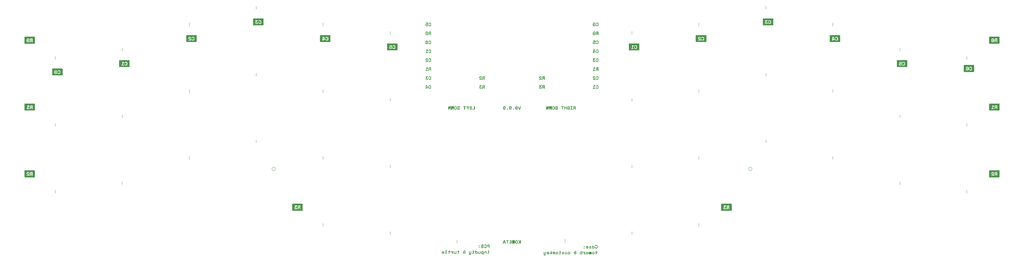
<source format=gbr>
%TF.GenerationSoftware,KiCad,Pcbnew,9.0.2*%
%TF.CreationDate,2025-06-05T16:27:23+03:00*%
%TF.ProjectId,KOMETA,4b4f4d45-5441-42e6-9b69-6361645f7063,rev?*%
%TF.SameCoordinates,Original*%
%TF.FileFunction,Legend,Bot*%
%TF.FilePolarity,Positive*%
%FSLAX46Y46*%
G04 Gerber Fmt 4.6, Leading zero omitted, Abs format (unit mm)*
G04 Created by KiCad (PCBNEW 9.0.2) date 2025-06-05 16:27:23*
%MOMM*%
%LPD*%
G01*
G04 APERTURE LIST*
%ADD10C,0.250000*%
%ADD11C,0.100000*%
%ADD12C,0.000000*%
G04 APERTURE END LIST*
D10*
G36*
X231459094Y-135481683D02*
G01*
X231408709Y-135477303D01*
X231371655Y-135465624D01*
X231340806Y-135446365D01*
X231318532Y-135422271D01*
X231302738Y-135393231D01*
X231292643Y-135359317D01*
X231285621Y-135285861D01*
X231285621Y-135260643D01*
X231100973Y-135260643D01*
X231100973Y-135285861D01*
X231107472Y-135373294D01*
X231125627Y-135445629D01*
X231154118Y-135505565D01*
X231192625Y-135555200D01*
X231241078Y-135594876D01*
X231300064Y-135624194D01*
X231371778Y-135642892D01*
X231459094Y-135649600D01*
X231541953Y-135642650D01*
X231612481Y-135622922D01*
X231672931Y-135591290D01*
X231724952Y-135547506D01*
X231765763Y-135493966D01*
X231796220Y-135428264D01*
X231815785Y-135347847D01*
X231822833Y-135249469D01*
X231822833Y-135031238D01*
X231816269Y-134940412D01*
X231797676Y-134862650D01*
X231777898Y-134814404D01*
X231753616Y-134772683D01*
X231724891Y-134736742D01*
X231672696Y-134691778D01*
X231610219Y-134658401D01*
X231540231Y-134638182D01*
X231459094Y-134631107D01*
X231375436Y-134637717D01*
X231305221Y-134656325D01*
X231242891Y-134687472D01*
X231192625Y-134729049D01*
X231153057Y-134780981D01*
X231124054Y-134843782D01*
X231106990Y-134913507D01*
X231100973Y-134994846D01*
X231100973Y-135020003D01*
X231285621Y-135020003D01*
X231285621Y-134994846D01*
X231287714Y-134959985D01*
X231294047Y-134924931D01*
X231305309Y-134891501D01*
X231322013Y-134861978D01*
X231344728Y-134836880D01*
X231375136Y-134816488D01*
X231411383Y-134803672D01*
X231459094Y-134798963D01*
X231503103Y-134803565D01*
X231538839Y-134816488D01*
X231569659Y-134837136D01*
X231594832Y-134864054D01*
X231614024Y-134896141D01*
X231627683Y-134933968D01*
X231635527Y-134974467D01*
X231638185Y-135017255D01*
X231638185Y-135263452D01*
X231635651Y-135309909D01*
X231628415Y-135350891D01*
X231615559Y-135388692D01*
X231597641Y-135420134D01*
X231573484Y-135446059D01*
X231542381Y-135465624D01*
X231505765Y-135477400D01*
X231459094Y-135481683D01*
G37*
G36*
X230980012Y-135190729D02*
G01*
X230980012Y-135445352D01*
X230543550Y-135445352D01*
X230543550Y-135630000D01*
X230358841Y-135630000D01*
X230358841Y-135445352D01*
X230216142Y-135445352D01*
X230216142Y-135269070D01*
X230358841Y-135269070D01*
X230543550Y-135269070D01*
X230820521Y-135269070D01*
X230820521Y-135243852D01*
X230568707Y-134743032D01*
X230543550Y-134743032D01*
X230543550Y-135269070D01*
X230358841Y-135269070D01*
X230358841Y-134650708D01*
X230708597Y-134650708D01*
X230980012Y-135190729D01*
G37*
G36*
X183994094Y-132971683D02*
G01*
X183943709Y-132967303D01*
X183906655Y-132955624D01*
X183875806Y-132936365D01*
X183853532Y-132912271D01*
X183837738Y-132883231D01*
X183827643Y-132849317D01*
X183820621Y-132775861D01*
X183820621Y-132750643D01*
X183635973Y-132750643D01*
X183635973Y-132775861D01*
X183642472Y-132863294D01*
X183660627Y-132935629D01*
X183689118Y-132995565D01*
X183727625Y-133045200D01*
X183776078Y-133084876D01*
X183835064Y-133114194D01*
X183906778Y-133132892D01*
X183994094Y-133139600D01*
X184076953Y-133132650D01*
X184147481Y-133112922D01*
X184207931Y-133081290D01*
X184259952Y-133037506D01*
X184300763Y-132983966D01*
X184331220Y-132918264D01*
X184350785Y-132837847D01*
X184357833Y-132739469D01*
X184357833Y-132521238D01*
X184351269Y-132430412D01*
X184332676Y-132352650D01*
X184312898Y-132304404D01*
X184288616Y-132262683D01*
X184259891Y-132226742D01*
X184207696Y-132181778D01*
X184145219Y-132148401D01*
X184075231Y-132128182D01*
X183994094Y-132121107D01*
X183910436Y-132127717D01*
X183840221Y-132146325D01*
X183777891Y-132177472D01*
X183727625Y-132219049D01*
X183688057Y-132270981D01*
X183659054Y-132333782D01*
X183641990Y-132403507D01*
X183635973Y-132484846D01*
X183635973Y-132510003D01*
X183820621Y-132510003D01*
X183820621Y-132484846D01*
X183822714Y-132449985D01*
X183829047Y-132414931D01*
X183840309Y-132381501D01*
X183857013Y-132351978D01*
X183879728Y-132326880D01*
X183910136Y-132306488D01*
X183946383Y-132293672D01*
X183994094Y-132288963D01*
X184038103Y-132293565D01*
X184073839Y-132306488D01*
X184104659Y-132327136D01*
X184129832Y-132354054D01*
X184149024Y-132386141D01*
X184162683Y-132423968D01*
X184170527Y-132464467D01*
X184173185Y-132507255D01*
X184173185Y-132753452D01*
X184170651Y-132799909D01*
X184163415Y-132840891D01*
X184150559Y-132878692D01*
X184132641Y-132910134D01*
X184108484Y-132936059D01*
X184077381Y-132955624D01*
X184040765Y-132967400D01*
X183994094Y-132971683D01*
G37*
G36*
X183170383Y-132516691D02*
G01*
X183197603Y-132528168D01*
X183222653Y-132547800D01*
X183242285Y-132572849D01*
X183253761Y-132600070D01*
X183257641Y-132630354D01*
X183253761Y-132660637D01*
X183242285Y-132687858D01*
X183222653Y-132712908D01*
X183197607Y-132732503D01*
X183170387Y-132743961D01*
X183140099Y-132747834D01*
X183109811Y-132743961D01*
X183082590Y-132732503D01*
X183057545Y-132712908D01*
X183037913Y-132687858D01*
X183026437Y-132660637D01*
X183022557Y-132630354D01*
X183026437Y-132600070D01*
X183037913Y-132572849D01*
X183057545Y-132547800D01*
X183082595Y-132528168D01*
X183109815Y-132516691D01*
X183140099Y-132512812D01*
X183170383Y-132516691D01*
G37*
G36*
X183223535Y-132128272D02*
G01*
X183294036Y-132148564D01*
X183354019Y-132181060D01*
X183405225Y-132226071D01*
X183445398Y-132280835D01*
X183475213Y-132346706D01*
X183494227Y-132425905D01*
X183501029Y-132521238D01*
X183501029Y-132739469D01*
X183494108Y-132837996D01*
X183474914Y-132918460D01*
X183445087Y-132984105D01*
X183405225Y-133037506D01*
X183354202Y-133081162D01*
X183294289Y-133112794D01*
X183223723Y-133132597D01*
X183140099Y-133139600D01*
X183056474Y-133132596D01*
X182985920Y-133112792D01*
X182926027Y-133081160D01*
X182875034Y-133037506D01*
X182835144Y-132984101D01*
X182805299Y-132918454D01*
X182786094Y-132837992D01*
X182779169Y-132739469D01*
X182779169Y-132521238D01*
X182779971Y-132510003D01*
X182963817Y-132510003D01*
X182963817Y-132750643D01*
X182966015Y-132798483D01*
X182972243Y-132840219D01*
X182984018Y-132878562D01*
X183001613Y-132910134D01*
X183025609Y-132936102D01*
X183056140Y-132955624D01*
X183092285Y-132967348D01*
X183140099Y-132971683D01*
X183187913Y-132967348D01*
X183224057Y-132955624D01*
X183254601Y-132936104D01*
X183278646Y-132910134D01*
X183296208Y-132878567D01*
X183308016Y-132840219D01*
X183314199Y-132798485D01*
X183316381Y-132750643D01*
X183316381Y-132510003D01*
X183313877Y-132464702D01*
X183306612Y-132423297D01*
X183293721Y-132384863D01*
X183275837Y-132353321D01*
X183251845Y-132327063D01*
X183221249Y-132306488D01*
X183185339Y-132293601D01*
X183140099Y-132288963D01*
X183094859Y-132293601D01*
X183058949Y-132306488D01*
X183028365Y-132327066D01*
X183004422Y-132353321D01*
X182986505Y-132384869D01*
X182973647Y-132423297D01*
X182966336Y-132464704D01*
X182963817Y-132510003D01*
X182779971Y-132510003D01*
X182785975Y-132425909D01*
X182805000Y-132346712D01*
X182834833Y-132280839D01*
X182875034Y-132226071D01*
X182926211Y-132181062D01*
X182986173Y-132148566D01*
X183056662Y-132128273D01*
X183140099Y-132121107D01*
X183223535Y-132128272D01*
G37*
G36*
X200924249Y-191071571D02*
G01*
X200739602Y-191071571D01*
X200739602Y-190702214D01*
X200540910Y-190702214D01*
X200468551Y-190695589D01*
X200409446Y-190677057D01*
X200357601Y-190647421D01*
X200316390Y-190610623D01*
X200283891Y-190566580D01*
X200260458Y-190516895D01*
X200246235Y-190463728D01*
X200241530Y-190409856D01*
X200241530Y-190388851D01*
X200426238Y-190388851D01*
X200426238Y-190405642D01*
X200430364Y-190439556D01*
X200442214Y-190468056D01*
X200461898Y-190492410D01*
X200487540Y-190510519D01*
X200519367Y-190521864D01*
X200559106Y-190525932D01*
X200739602Y-190525932D01*
X200739602Y-190268561D01*
X200559106Y-190268561D01*
X200519372Y-190272635D01*
X200487545Y-190284000D01*
X200461898Y-190302144D01*
X200442216Y-190326461D01*
X200430365Y-190354939D01*
X200426238Y-190388851D01*
X200241530Y-190388851D01*
X200241530Y-190376272D01*
X200246235Y-190323770D01*
X200260458Y-190272042D01*
X200283874Y-190223790D01*
X200316390Y-190181122D01*
X200357524Y-190145556D01*
X200409446Y-190116764D01*
X200468511Y-190098734D01*
X200540910Y-190092279D01*
X200924249Y-190092279D01*
X200924249Y-191071571D01*
G37*
G36*
X199737290Y-190923254D02*
G01*
X199686905Y-190918874D01*
X199649851Y-190907195D01*
X199619002Y-190887936D01*
X199596728Y-190863842D01*
X199580934Y-190834802D01*
X199570839Y-190800888D01*
X199563817Y-190727432D01*
X199563817Y-190702214D01*
X199379169Y-190702214D01*
X199379169Y-190727432D01*
X199385668Y-190814865D01*
X199403823Y-190887200D01*
X199432315Y-190947136D01*
X199470821Y-190996771D01*
X199519274Y-191036447D01*
X199578260Y-191065765D01*
X199649974Y-191084463D01*
X199737290Y-191091171D01*
X199820149Y-191084221D01*
X199890677Y-191064493D01*
X199951127Y-191032861D01*
X200003148Y-190989077D01*
X200043959Y-190935537D01*
X200074416Y-190869835D01*
X200093981Y-190789418D01*
X200101029Y-190691040D01*
X200101029Y-190472809D01*
X200094465Y-190381983D01*
X200075872Y-190304221D01*
X200056094Y-190255975D01*
X200031812Y-190214254D01*
X200003087Y-190178313D01*
X199950892Y-190133349D01*
X199888415Y-190099972D01*
X199818427Y-190079753D01*
X199737290Y-190072678D01*
X199653632Y-190079288D01*
X199583417Y-190097896D01*
X199521087Y-190129043D01*
X199470821Y-190170620D01*
X199431253Y-190222552D01*
X199402250Y-190285353D01*
X199385186Y-190355078D01*
X199379169Y-190436417D01*
X199379169Y-190461574D01*
X199563817Y-190461574D01*
X199563817Y-190436417D01*
X199565910Y-190401556D01*
X199572243Y-190366502D01*
X199583506Y-190333072D01*
X199600209Y-190303549D01*
X199622924Y-190278451D01*
X199653332Y-190258059D01*
X199689579Y-190245243D01*
X199737290Y-190240534D01*
X199781299Y-190245136D01*
X199817035Y-190258059D01*
X199847855Y-190278707D01*
X199873028Y-190305625D01*
X199892220Y-190337712D01*
X199905879Y-190375539D01*
X199913723Y-190416038D01*
X199916381Y-190458826D01*
X199916381Y-190705023D01*
X199913847Y-190751480D01*
X199906612Y-190792462D01*
X199893755Y-190830263D01*
X199875837Y-190861705D01*
X199851680Y-190887630D01*
X199820577Y-190907195D01*
X199783961Y-190918971D01*
X199737290Y-190923254D01*
G37*
G36*
X199247034Y-190268561D02*
G01*
X199154710Y-190268561D01*
X199154710Y-190895288D01*
X199247034Y-190895288D01*
X199247034Y-191071571D01*
X198817533Y-191071571D01*
X198750022Y-191066419D01*
X198693702Y-191051970D01*
X198643331Y-191028282D01*
X198602782Y-190998114D01*
X198570269Y-190960717D01*
X198546851Y-190917026D01*
X198532743Y-190868681D01*
X198527922Y-190815543D01*
X198527922Y-190798751D01*
X198530099Y-190777746D01*
X198704204Y-190777746D01*
X198704204Y-190786173D01*
X198708748Y-190823500D01*
X198721064Y-190850606D01*
X198740596Y-190870131D01*
X198780845Y-190888531D01*
X198835729Y-190895288D01*
X198970001Y-190895288D01*
X198970001Y-190668631D01*
X198835729Y-190668631D01*
X198780850Y-190675403D01*
X198740596Y-190693849D01*
X198721066Y-190713338D01*
X198708750Y-190740421D01*
X198704204Y-190777746D01*
X198530099Y-190777746D01*
X198533537Y-190744585D01*
X198549346Y-190700290D01*
X198574816Y-190663746D01*
X198608469Y-190633428D01*
X198647589Y-190609937D01*
X198693030Y-190593099D01*
X198693030Y-190567942D01*
X198647543Y-190551158D01*
X198608424Y-190527880D01*
X198574816Y-190497966D01*
X198549368Y-190461836D01*
X198533551Y-190417805D01*
X198529230Y-190376272D01*
X198704204Y-190376272D01*
X198704204Y-190384637D01*
X198708768Y-190421982D01*
X198721093Y-190448828D01*
X198740596Y-190467924D01*
X198780786Y-190485772D01*
X198835729Y-190492349D01*
X198970001Y-190492349D01*
X198970001Y-190268561D01*
X198835729Y-190268561D01*
X198780791Y-190275152D01*
X198740596Y-190293046D01*
X198721096Y-190312107D01*
X198708770Y-190338929D01*
X198704204Y-190376272D01*
X198529230Y-190376272D01*
X198527922Y-190363694D01*
X198527922Y-190346902D01*
X198532744Y-190293773D01*
X198546851Y-190245480D01*
X198570303Y-190201861D01*
X198602782Y-190165002D01*
X198643281Y-190135377D01*
X198693702Y-190111879D01*
X198750022Y-190097430D01*
X198817533Y-190092279D01*
X199247034Y-190092279D01*
X199247034Y-190268561D01*
G37*
G36*
X197893562Y-190958242D02*
G01*
X197896219Y-190985492D01*
X197904064Y-191010693D01*
X197916583Y-191033574D01*
X197932763Y-191052703D01*
X197952389Y-191068333D01*
X197975444Y-191080669D01*
X198000458Y-191088547D01*
X198026491Y-191091171D01*
X198053646Y-191088499D01*
X198078271Y-191080669D01*
X198100708Y-191068376D01*
X198120219Y-191052703D01*
X198136399Y-191033574D01*
X198148918Y-191010693D01*
X198156764Y-190985492D01*
X198159420Y-190958242D01*
X198156764Y-190930992D01*
X198148918Y-190905791D01*
X198136396Y-190882921D01*
X198120219Y-190863842D01*
X198100704Y-190848120D01*
X198078271Y-190835815D01*
X198053646Y-190827985D01*
X198026491Y-190825313D01*
X198000458Y-190827936D01*
X197975444Y-190835815D01*
X197952394Y-190848163D01*
X197932763Y-190863842D01*
X197916586Y-190882921D01*
X197904064Y-190905791D01*
X197896219Y-190930992D01*
X197893562Y-190958242D01*
G37*
G36*
X197893562Y-190491005D02*
G01*
X197896219Y-190518256D01*
X197904064Y-190543456D01*
X197916586Y-190566326D01*
X197932763Y-190585405D01*
X197952389Y-190601035D01*
X197975444Y-190613371D01*
X198000458Y-190621250D01*
X198026491Y-190623873D01*
X198053646Y-190621201D01*
X198078271Y-190613371D01*
X198100708Y-190601079D01*
X198120219Y-190585405D01*
X198136396Y-190566326D01*
X198148918Y-190543456D01*
X198156764Y-190518256D01*
X198159420Y-190491005D01*
X198156762Y-190463702D01*
X198148918Y-190438493D01*
X198136396Y-190415623D01*
X198120219Y-190396544D01*
X198100708Y-190380871D01*
X198078271Y-190368579D01*
X198053646Y-190360748D01*
X198026491Y-190358076D01*
X198000458Y-190360700D01*
X197975444Y-190368579D01*
X197952389Y-190380914D01*
X197932763Y-190396544D01*
X197916586Y-190415623D01*
X197904064Y-190438493D01*
X197896220Y-190463702D01*
X197893562Y-190491005D01*
G37*
G36*
X200903306Y-192583715D02*
G01*
X200668222Y-192583715D01*
X200668222Y-192225532D01*
X200886514Y-192225532D01*
X200886514Y-192057677D01*
X200492001Y-192057677D01*
X200492001Y-192583715D01*
X200290500Y-192583715D01*
X200290500Y-192751571D01*
X200903306Y-192751571D01*
X200903306Y-192583715D01*
G37*
G36*
X200448586Y-191852024D02*
G01*
X200451243Y-191879274D01*
X200459089Y-191904475D01*
X200471608Y-191927356D01*
X200487787Y-191946485D01*
X200507414Y-191962115D01*
X200530469Y-191974451D01*
X200555480Y-191982283D01*
X200581516Y-191984892D01*
X200608673Y-191982235D01*
X200633295Y-191974451D01*
X200655733Y-191962159D01*
X200675244Y-191946485D01*
X200691424Y-191927356D01*
X200703942Y-191904475D01*
X200711788Y-191879274D01*
X200714445Y-191852024D01*
X200711787Y-191824721D01*
X200703942Y-191799512D01*
X200691421Y-191776642D01*
X200675244Y-191757563D01*
X200655733Y-191741890D01*
X200633295Y-191729597D01*
X200608670Y-191721767D01*
X200581516Y-191719095D01*
X200555483Y-191721719D01*
X200530469Y-191729597D01*
X200507414Y-191741933D01*
X200487787Y-191757563D01*
X200471611Y-191776642D01*
X200459089Y-191799512D01*
X200451244Y-191824721D01*
X200448586Y-191852024D01*
G37*
G36*
X199882798Y-192751571D02*
G01*
X200059080Y-192751571D01*
X200059080Y-192057677D01*
X199882798Y-192057677D01*
X199882798Y-192161174D01*
X199857641Y-192161174D01*
X199838348Y-192124728D01*
X199812873Y-192094669D01*
X199780704Y-192070255D01*
X199744027Y-192052669D01*
X199702825Y-192041838D01*
X199656140Y-192038076D01*
X199606941Y-192042177D01*
X199561741Y-192054196D01*
X199520338Y-192074599D01*
X199484071Y-192103838D01*
X199454653Y-192141183D01*
X199431620Y-192189201D01*
X199417791Y-192243775D01*
X199412752Y-192312300D01*
X199412752Y-192751571D01*
X199588974Y-192751571D01*
X199588974Y-192357057D01*
X199593387Y-192308802D01*
X199605575Y-192270576D01*
X199624694Y-192240248D01*
X199651173Y-192217031D01*
X199684719Y-192202701D01*
X199727520Y-192197567D01*
X199777116Y-192203890D01*
X199815103Y-192221458D01*
X199844330Y-192250018D01*
X199864860Y-192286879D01*
X199878028Y-192332977D01*
X199882798Y-192390641D01*
X199882798Y-192751571D01*
G37*
G36*
X198874645Y-192041953D02*
G01*
X198919317Y-192052742D01*
X198956079Y-192069583D01*
X198988629Y-192093361D01*
X199015522Y-192122742D01*
X199037168Y-192158366D01*
X199062386Y-192158366D01*
X199062386Y-192057677D01*
X199238668Y-192057677D01*
X199238668Y-193031351D01*
X199062386Y-193031351D01*
X199062386Y-192650820D01*
X199037168Y-192650820D01*
X199007126Y-192696311D01*
X198987781Y-192716526D01*
X198963712Y-192734779D01*
X198936180Y-192749545D01*
X198902896Y-192761340D01*
X198866216Y-192768537D01*
X198820341Y-192771171D01*
X198757733Y-192765299D01*
X198700724Y-192748090D01*
X198649244Y-192719479D01*
X198604919Y-192679519D01*
X198569071Y-192629911D01*
X198540561Y-192568327D01*
X198523006Y-192499571D01*
X198516748Y-192417202D01*
X198516748Y-192396197D01*
X198693030Y-192396197D01*
X198693030Y-192412989D01*
X198699170Y-192469684D01*
X198716375Y-192515265D01*
X198744077Y-192552207D01*
X198780899Y-192580172D01*
X198824757Y-192597250D01*
X198877677Y-192603254D01*
X198930498Y-192597111D01*
X198974376Y-192579599D01*
X199011339Y-192550803D01*
X199039222Y-192513060D01*
X199056345Y-192467828D01*
X199062386Y-192412989D01*
X199062386Y-192396197D01*
X199056346Y-192341399D01*
X199039225Y-192296186D01*
X199011339Y-192258444D01*
X198974371Y-192229612D01*
X198930493Y-192212081D01*
X198877677Y-192205932D01*
X198824761Y-192211943D01*
X198780903Y-192229039D01*
X198744077Y-192257040D01*
X198716373Y-192293980D01*
X198699169Y-192339543D01*
X198693030Y-192396197D01*
X198516748Y-192396197D01*
X198516748Y-192392045D01*
X198523148Y-192310949D01*
X198541233Y-192242324D01*
X198570462Y-192180725D01*
X198606995Y-192131133D01*
X198651891Y-192090988D01*
X198703532Y-192061890D01*
X198760204Y-192044062D01*
X198820341Y-192038076D01*
X198874645Y-192041953D01*
G37*
G36*
X197875366Y-192057677D02*
G01*
X197699145Y-192057677D01*
X197699145Y-192751571D01*
X197875366Y-192751571D01*
X197875366Y-192650820D01*
X197900584Y-192650820D01*
X197923126Y-192693897D01*
X197953035Y-192726619D01*
X197991022Y-192750466D01*
X198038870Y-192765668D01*
X198099214Y-192771171D01*
X198149708Y-192766891D01*
X198195751Y-192754379D01*
X198237647Y-192733084D01*
X198274092Y-192702600D01*
X198303556Y-192664002D01*
X198326605Y-192615161D01*
X198340450Y-192559945D01*
X198345472Y-192491330D01*
X198345472Y-192057677D01*
X198169190Y-192057677D01*
X198169190Y-192454999D01*
X198164827Y-192503258D01*
X198152854Y-192540963D01*
X198134202Y-192570403D01*
X198108173Y-192592631D01*
X198074058Y-192606600D01*
X198029300Y-192611680D01*
X197978682Y-192605420D01*
X197940807Y-192588229D01*
X197912491Y-192560634D01*
X197892765Y-192524713D01*
X197880014Y-192479135D01*
X197875366Y-192421415D01*
X197875366Y-192057677D01*
G37*
G36*
X196990596Y-192158366D02*
G01*
X197015814Y-192158366D01*
X197037210Y-192122438D01*
X197062786Y-192093092D01*
X197092751Y-192069583D01*
X197126858Y-192052936D01*
X197170372Y-192042060D01*
X197225619Y-192038076D01*
X197287174Y-192044064D01*
X197345237Y-192061890D01*
X197398314Y-192091013D01*
X197444583Y-192131133D01*
X197482224Y-192180834D01*
X197511749Y-192242324D01*
X197529834Y-192310949D01*
X197536235Y-192392045D01*
X197536235Y-192417202D01*
X197530163Y-192499609D01*
X197513154Y-192568327D01*
X197485024Y-192629836D01*
X197448796Y-192679519D01*
X197403874Y-192719513D01*
X197352259Y-192748090D01*
X197295249Y-192765299D01*
X197232641Y-192771171D01*
X197184196Y-192768509D01*
X197146606Y-192761340D01*
X197112686Y-192749510D01*
X197085057Y-192734779D01*
X197061276Y-192716445D01*
X197043108Y-192696311D01*
X197015814Y-192650820D01*
X196990596Y-192650820D01*
X196990596Y-192751571D01*
X196814314Y-192751571D01*
X196814314Y-192396197D01*
X196990596Y-192396197D01*
X196990596Y-192412989D01*
X196996644Y-192467823D01*
X197013785Y-192513055D01*
X197041704Y-192550803D01*
X197078630Y-192579597D01*
X197122486Y-192597110D01*
X197175305Y-192603254D01*
X197228186Y-192597252D01*
X197272047Y-192580177D01*
X197308906Y-192552207D01*
X197336607Y-192515265D01*
X197353812Y-192469684D01*
X197359952Y-192412989D01*
X197359952Y-192396197D01*
X197353813Y-192339543D01*
X197336610Y-192293980D01*
X197308906Y-192257040D01*
X197272043Y-192229034D01*
X197228182Y-192211940D01*
X197175305Y-192205932D01*
X197122491Y-192212082D01*
X197078635Y-192229614D01*
X197041704Y-192258444D01*
X197013782Y-192296190D01*
X196996642Y-192341404D01*
X196990596Y-192396197D01*
X196814314Y-192396197D01*
X196814314Y-191772279D01*
X196990596Y-191772279D01*
X196990596Y-192158366D01*
G37*
G36*
X196619286Y-192583715D02*
G01*
X196384202Y-192583715D01*
X196384202Y-192225532D01*
X196602494Y-192225532D01*
X196602494Y-192057677D01*
X196207981Y-192057677D01*
X196207981Y-192583715D01*
X196006481Y-192583715D01*
X196006481Y-192751571D01*
X196619286Y-192751571D01*
X196619286Y-192583715D01*
G37*
G36*
X196164567Y-191852024D02*
G01*
X196167223Y-191879274D01*
X196175069Y-191904475D01*
X196187588Y-191927356D01*
X196203768Y-191946485D01*
X196223394Y-191962115D01*
X196246449Y-191974451D01*
X196271460Y-191982283D01*
X196297496Y-191984892D01*
X196324654Y-191982235D01*
X196349275Y-191974451D01*
X196371713Y-191962159D01*
X196391224Y-191946485D01*
X196407404Y-191927356D01*
X196419923Y-191904475D01*
X196427769Y-191879274D01*
X196430425Y-191852024D01*
X196427767Y-191824721D01*
X196419923Y-191799512D01*
X196407401Y-191776642D01*
X196391224Y-191757563D01*
X196371713Y-191741890D01*
X196349275Y-191729597D01*
X196324651Y-191721767D01*
X196297496Y-191719095D01*
X196271463Y-191721719D01*
X196246449Y-191729597D01*
X196223394Y-191741933D01*
X196203768Y-191757563D01*
X196187591Y-191776642D01*
X196175069Y-191799512D01*
X196167225Y-191824721D01*
X196164567Y-191852024D01*
G37*
G36*
X195304954Y-192057677D02*
G01*
X195128733Y-192057677D01*
X195128733Y-192922235D01*
X195132231Y-192952715D01*
X195142267Y-192978473D01*
X195158836Y-193000576D01*
X195180538Y-193017517D01*
X195206033Y-193027770D01*
X195236444Y-193031351D01*
X195649153Y-193031351D01*
X195649153Y-192863495D01*
X195342751Y-192863495D01*
X195321669Y-192858787D01*
X195309584Y-192845770D01*
X195304954Y-192821546D01*
X195304954Y-192650820D01*
X195330172Y-192650820D01*
X195352714Y-192693897D01*
X195382623Y-192726619D01*
X195420611Y-192750466D01*
X195468458Y-192765668D01*
X195528803Y-192771171D01*
X195579297Y-192766891D01*
X195625340Y-192754379D01*
X195667235Y-192733084D01*
X195703681Y-192702600D01*
X195733145Y-192664002D01*
X195756193Y-192615161D01*
X195770038Y-192559945D01*
X195775061Y-192491330D01*
X195775061Y-192057677D01*
X195598778Y-192057677D01*
X195598778Y-192454999D01*
X195594415Y-192503258D01*
X195582443Y-192540963D01*
X195563790Y-192570403D01*
X195537761Y-192592631D01*
X195503647Y-192606600D01*
X195458888Y-192611680D01*
X195408270Y-192605420D01*
X195370395Y-192588229D01*
X195342079Y-192560634D01*
X195322354Y-192524713D01*
X195309602Y-192479135D01*
X195304954Y-192421415D01*
X195304954Y-192057677D01*
G37*
G36*
X193889820Y-191777414D02*
G01*
X193946781Y-191791879D01*
X193997660Y-191815450D01*
X194037700Y-191845002D01*
X194069607Y-191881806D01*
X194092960Y-191925480D01*
X194107021Y-191973770D01*
X194111828Y-192026902D01*
X194111828Y-192043694D01*
X194106205Y-192097810D01*
X194090407Y-192141841D01*
X194064994Y-192177966D01*
X194031350Y-192207883D01*
X193992209Y-192231160D01*
X193946720Y-192247942D01*
X193946720Y-192273099D01*
X193992163Y-192289935D01*
X194031304Y-192313425D01*
X194064994Y-192343746D01*
X194090429Y-192380286D01*
X194106219Y-192424580D01*
X194111828Y-192478751D01*
X194111828Y-192495543D01*
X194107022Y-192548684D01*
X194092960Y-192597026D01*
X194069642Y-192640772D01*
X194037700Y-192678114D01*
X193997608Y-192708210D01*
X193946781Y-192731970D01*
X193889820Y-192746435D01*
X193822217Y-192751571D01*
X193472461Y-192751571D01*
X193472461Y-192583715D01*
X193648743Y-192583715D01*
X193804021Y-192583715D01*
X193842177Y-192580162D01*
X193873418Y-192570205D01*
X193899153Y-192554344D01*
X193918840Y-192532316D01*
X193931106Y-192503631D01*
X193935546Y-192466173D01*
X193935546Y-192457746D01*
X193931104Y-192420290D01*
X193918837Y-192391628D01*
X193899153Y-192369636D01*
X193873418Y-192353775D01*
X193842177Y-192343818D01*
X193804021Y-192340266D01*
X193648743Y-192340266D01*
X193648743Y-192583715D01*
X193472461Y-192583715D01*
X193472461Y-192348631D01*
X193343745Y-192348631D01*
X193343745Y-192172349D01*
X193472461Y-192172349D01*
X193472461Y-192057677D01*
X193648743Y-192057677D01*
X193648743Y-192172349D01*
X193804021Y-192172349D01*
X193842376Y-192169099D01*
X193873621Y-192160047D01*
X193899153Y-192145787D01*
X193918731Y-192125467D01*
X193931034Y-192097837D01*
X193935546Y-192060424D01*
X193935546Y-192052059D01*
X193931091Y-192015616D01*
X193918833Y-191988146D01*
X193899153Y-191967429D01*
X193873569Y-191952753D01*
X193842324Y-191943464D01*
X193804021Y-191940135D01*
X193669748Y-191940135D01*
X193669748Y-191772279D01*
X193822217Y-191772279D01*
X193889820Y-191777414D01*
G37*
G36*
X192367445Y-192057677D02*
G01*
X192161793Y-192057677D01*
X192161793Y-191772279D01*
X191985511Y-191772279D01*
X191985511Y-192057677D01*
X191735040Y-192057677D01*
X191735040Y-192225532D01*
X191985511Y-192225532D01*
X191985511Y-192541705D01*
X191980878Y-192565970D01*
X191968791Y-192579003D01*
X191947714Y-192583715D01*
X191760258Y-192583715D01*
X191760258Y-192751571D01*
X192054021Y-192751571D01*
X192084434Y-192747991D01*
X192109950Y-192737739D01*
X192131690Y-192720796D01*
X192148259Y-192698693D01*
X192158294Y-192672935D01*
X192161793Y-192642455D01*
X192161793Y-192225532D01*
X192367445Y-192225532D01*
X192367445Y-192057677D01*
G37*
G36*
X191020935Y-192057677D02*
G01*
X190844713Y-192057677D01*
X190844713Y-192751571D01*
X191020935Y-192751571D01*
X191020935Y-192650820D01*
X191046153Y-192650820D01*
X191068695Y-192693897D01*
X191098604Y-192726619D01*
X191136591Y-192750466D01*
X191184438Y-192765668D01*
X191244783Y-192771171D01*
X191295277Y-192766891D01*
X191341320Y-192754379D01*
X191383215Y-192733084D01*
X191419661Y-192702600D01*
X191449125Y-192664002D01*
X191472173Y-192615161D01*
X191486019Y-192559945D01*
X191491041Y-192491330D01*
X191491041Y-192057677D01*
X191314759Y-192057677D01*
X191314759Y-192454999D01*
X191310395Y-192503258D01*
X191298423Y-192540963D01*
X191279771Y-192570403D01*
X191253742Y-192592631D01*
X191219627Y-192606600D01*
X191174869Y-192611680D01*
X191124251Y-192605420D01*
X191086375Y-192588229D01*
X191058060Y-192560634D01*
X191038334Y-192524713D01*
X191025582Y-192479135D01*
X191020935Y-192421415D01*
X191020935Y-192057677D01*
G37*
G36*
X190667821Y-192057677D02*
G01*
X190373996Y-192057677D01*
X190373996Y-192158366D01*
X190348839Y-192158366D01*
X190332442Y-192122504D01*
X190310398Y-192093208D01*
X190282405Y-192069583D01*
X190249832Y-192052392D01*
X190212630Y-192041781D01*
X190169748Y-192038076D01*
X190118853Y-192042443D01*
X190074943Y-192054919D01*
X190036735Y-192075073D01*
X190003297Y-192103167D01*
X189977333Y-192137228D01*
X189957726Y-192180158D01*
X189944980Y-192233939D01*
X189940343Y-192301065D01*
X189940343Y-192331839D01*
X190122182Y-192348631D01*
X190122182Y-192329091D01*
X190125754Y-192291874D01*
X190135718Y-192261826D01*
X190151552Y-192237439D01*
X190173378Y-192218982D01*
X190202047Y-192207357D01*
X190239724Y-192203123D01*
X190276973Y-192207876D01*
X190307191Y-192221382D01*
X190332048Y-192243729D01*
X190349819Y-192272628D01*
X190361376Y-192310492D01*
X190365631Y-192359866D01*
X190365631Y-192583715D01*
X190206140Y-192583715D01*
X190206140Y-192751571D01*
X190684612Y-192751571D01*
X190684612Y-192583715D01*
X190541913Y-192583715D01*
X190541913Y-192225532D01*
X190667821Y-192225532D01*
X190667821Y-192057677D01*
G37*
G36*
X189797034Y-192057677D02*
G01*
X189591381Y-192057677D01*
X189591381Y-191772279D01*
X189415099Y-191772279D01*
X189415099Y-192057677D01*
X189164628Y-192057677D01*
X189164628Y-192225532D01*
X189415099Y-192225532D01*
X189415099Y-192541705D01*
X189410467Y-192565970D01*
X189398379Y-192579003D01*
X189377302Y-192583715D01*
X189189846Y-192583715D01*
X189189846Y-192751571D01*
X189483609Y-192751571D01*
X189514022Y-192747991D01*
X189539538Y-192737739D01*
X189561278Y-192720796D01*
X189577848Y-192698693D01*
X189587883Y-192672935D01*
X189591381Y-192642455D01*
X189591381Y-192225532D01*
X189797034Y-192225532D01*
X189797034Y-192057677D01*
G37*
G36*
X188924842Y-192583715D02*
G01*
X188681393Y-192583715D01*
X188681393Y-191940135D01*
X188916416Y-191940135D01*
X188916416Y-191772279D01*
X188505111Y-191772279D01*
X188505111Y-192583715D01*
X188278454Y-192583715D01*
X188278454Y-192751571D01*
X188924842Y-192751571D01*
X188924842Y-192583715D01*
G37*
G36*
X187811614Y-192044639D02*
G01*
X187877102Y-192063966D01*
X187936953Y-192095079D01*
X187988293Y-192136017D01*
X188030464Y-192186591D01*
X188063154Y-192247942D01*
X188083387Y-192316183D01*
X188090387Y-192393449D01*
X188090387Y-192401815D01*
X188083638Y-192485673D01*
X188064497Y-192557153D01*
X188032957Y-192621087D01*
X187991774Y-192673230D01*
X187940745Y-192715057D01*
X187880521Y-192746014D01*
X187813772Y-192764685D01*
X187737822Y-192771171D01*
X187671732Y-192767069D01*
X187618265Y-192755784D01*
X187569795Y-192737750D01*
X187531498Y-192716644D01*
X187498556Y-192691069D01*
X187473429Y-192664132D01*
X187452989Y-192635193D01*
X187438442Y-192608872D01*
X187589567Y-192524913D01*
X187609346Y-192554257D01*
X187639942Y-192580173D01*
X187664380Y-192592201D01*
X187697173Y-192600247D01*
X187740631Y-192603254D01*
X187773547Y-192600610D01*
X187804317Y-192592813D01*
X187832830Y-192580102D01*
X187857440Y-192563442D01*
X187878134Y-192542705D01*
X187893832Y-192518624D01*
X187904116Y-192491709D01*
X187908548Y-192461960D01*
X187399302Y-192461960D01*
X187399302Y-192368231D01*
X187404062Y-192313630D01*
X187404762Y-192310895D01*
X187578332Y-192310895D01*
X187905739Y-192310895D01*
X187886341Y-192269526D01*
X187851212Y-192231883D01*
X187821486Y-192213312D01*
X187785618Y-192201698D01*
X187742035Y-192197567D01*
X187698282Y-192201427D01*
X187661677Y-192212324D01*
X187630844Y-192229746D01*
X187604953Y-192253609D01*
X187587769Y-192280419D01*
X187578332Y-192310895D01*
X187404762Y-192310895D01*
X187418902Y-192255635D01*
X187443898Y-192200303D01*
X187480451Y-192149329D01*
X187527264Y-192105799D01*
X187586758Y-192069583D01*
X187630737Y-192052582D01*
X187681614Y-192041859D01*
X187740631Y-192038076D01*
X187811614Y-192044639D01*
G37*
G36*
X231457701Y-132942752D02*
G01*
X231407316Y-132938372D01*
X231370262Y-132926693D01*
X231339413Y-132907434D01*
X231317139Y-132883340D01*
X231301345Y-132854300D01*
X231291250Y-132820386D01*
X231284228Y-132746930D01*
X231284228Y-132721712D01*
X231099580Y-132721712D01*
X231099580Y-132746930D01*
X231106079Y-132834363D01*
X231124234Y-132906698D01*
X231152725Y-132966634D01*
X231191232Y-133016269D01*
X231239685Y-133055945D01*
X231298671Y-133085263D01*
X231370385Y-133103961D01*
X231457701Y-133110669D01*
X231540560Y-133103719D01*
X231611088Y-133083991D01*
X231671538Y-133052359D01*
X231723559Y-133008575D01*
X231764370Y-132955035D01*
X231794827Y-132889333D01*
X231814392Y-132808916D01*
X231821440Y-132710538D01*
X231821440Y-132492307D01*
X231814876Y-132401481D01*
X231796283Y-132323719D01*
X231776505Y-132275473D01*
X231752223Y-132233752D01*
X231723498Y-132197811D01*
X231671303Y-132152847D01*
X231608826Y-132119470D01*
X231538838Y-132099251D01*
X231457701Y-132092176D01*
X231374043Y-132098786D01*
X231303828Y-132117394D01*
X231241498Y-132148541D01*
X231191232Y-132190118D01*
X231151664Y-132242050D01*
X231122661Y-132304851D01*
X231105597Y-132374576D01*
X231099580Y-132455915D01*
X231099580Y-132481072D01*
X231284228Y-132481072D01*
X231284228Y-132455915D01*
X231286321Y-132421054D01*
X231292654Y-132386000D01*
X231303916Y-132352570D01*
X231320620Y-132323047D01*
X231343335Y-132297949D01*
X231373743Y-132277557D01*
X231409990Y-132264741D01*
X231457701Y-132260032D01*
X231501710Y-132264634D01*
X231537446Y-132277557D01*
X231568266Y-132298205D01*
X231593439Y-132325123D01*
X231612631Y-132357210D01*
X231626290Y-132395037D01*
X231634134Y-132435536D01*
X231636792Y-132478324D01*
X231636792Y-132724521D01*
X231634258Y-132770978D01*
X231627022Y-132811960D01*
X231614166Y-132849761D01*
X231596248Y-132881203D01*
X231572091Y-132907128D01*
X231540988Y-132926693D01*
X231504372Y-132938469D01*
X231457701Y-132942752D01*
G37*
G36*
X230939479Y-132654545D02*
G01*
X230939479Y-132111777D01*
X230284725Y-132111777D01*
X230284725Y-132288059D01*
X230754770Y-132288059D01*
X230754770Y-132553856D01*
X230729613Y-132553856D01*
X230713172Y-132519794D01*
X230689026Y-132488431D01*
X230656157Y-132459395D01*
X230618276Y-132438118D01*
X230570827Y-132424469D01*
X230511382Y-132419523D01*
X230445239Y-132425688D01*
X230388284Y-132443336D01*
X230337611Y-132471865D01*
X230295960Y-132509099D01*
X230262889Y-132554664D01*
X230237891Y-132609849D01*
X230222790Y-132670451D01*
X230217558Y-132738504D01*
X230217558Y-132746930D01*
X230223761Y-132819432D01*
X230242043Y-132886820D01*
X230272249Y-132948743D01*
X230313423Y-133002225D01*
X230365061Y-133046382D01*
X230428828Y-133081299D01*
X230475414Y-133097235D01*
X230527803Y-133107193D01*
X230586914Y-133110669D01*
X230673266Y-133104222D01*
X230745000Y-133086184D01*
X230809030Y-133056275D01*
X230860466Y-133017612D01*
X230901630Y-132969466D01*
X230931785Y-132912710D01*
X230950024Y-132849895D01*
X230956270Y-132780514D01*
X230956270Y-132746930D01*
X230771562Y-132746930D01*
X230771562Y-132763722D01*
X230766265Y-132811334D01*
X230751092Y-132851601D01*
X230726133Y-132886149D01*
X230692794Y-132912004D01*
X230649296Y-132928406D01*
X230592532Y-132934387D01*
X230535569Y-132928606D01*
X230489990Y-132912497D01*
X230453313Y-132886820D01*
X230425544Y-132852091D01*
X230408385Y-132809067D01*
X230402267Y-132755296D01*
X230407085Y-132703431D01*
X230420087Y-132664581D01*
X230440063Y-132635678D01*
X230467453Y-132613768D01*
X230500034Y-132600469D01*
X230539348Y-132595805D01*
X230577232Y-132600505D01*
X230605110Y-132613329D01*
X230626168Y-132632928D01*
X230637289Y-132654545D01*
X230939479Y-132654545D01*
G37*
G36*
X225378463Y-151740069D02*
G01*
X225193815Y-151740069D01*
X225193815Y-151370712D01*
X224981141Y-151370712D01*
X224944838Y-151376538D01*
X224923133Y-151391717D01*
X224910222Y-151415141D01*
X224905609Y-151446244D01*
X224905609Y-151740069D01*
X224720961Y-151740069D01*
X224720961Y-151401487D01*
X224724322Y-151369936D01*
X224733931Y-151343234D01*
X224749660Y-151320337D01*
X224770587Y-151302123D01*
X224796096Y-151289535D01*
X224827268Y-151282602D01*
X224827268Y-151257384D01*
X224785201Y-151235248D01*
X224752546Y-151208486D01*
X224727922Y-151176967D01*
X224709952Y-151140906D01*
X224699311Y-151103573D01*
X224695743Y-151064371D01*
X224695743Y-151057349D01*
X224880452Y-151057349D01*
X224880452Y-151074140D01*
X224884666Y-151110826D01*
X224896437Y-151139849D01*
X224915440Y-151162984D01*
X224940572Y-151179641D01*
X224973804Y-151190446D01*
X225017533Y-151194430D01*
X225193815Y-151194430D01*
X225193815Y-150937059D01*
X225017533Y-150937059D01*
X224974163Y-150941495D01*
X224940915Y-150953644D01*
X224915440Y-150972719D01*
X224895862Y-150998212D01*
X224884356Y-151026116D01*
X224880452Y-151057349D01*
X224695743Y-151057349D01*
X224695743Y-151030787D01*
X224700894Y-150976203D01*
X224716076Y-150925824D01*
X224740870Y-150879871D01*
X224774817Y-150839789D01*
X224817221Y-150807239D01*
X224870682Y-150781782D01*
X224930772Y-150766316D01*
X225003550Y-150760777D01*
X225378463Y-150760777D01*
X225378463Y-151740069D01*
G37*
G36*
X224523063Y-150760777D02*
G01*
X223868370Y-150760777D01*
X223868370Y-150937059D01*
X224103393Y-150937059D01*
X224103393Y-151563786D01*
X223868370Y-151563786D01*
X223868370Y-151740069D01*
X224523063Y-151740069D01*
X224523063Y-151563786D01*
X224288041Y-151563786D01*
X224288041Y-150937059D01*
X224523063Y-150937059D01*
X224523063Y-150760777D01*
G37*
G36*
X223403271Y-151244805D02*
G01*
X222983540Y-151244805D01*
X222983540Y-151740069D01*
X223151457Y-151740069D01*
X223151457Y-151630953D01*
X223176614Y-151630953D01*
X223191121Y-151665178D01*
X223212365Y-151695558D01*
X223240972Y-151722605D01*
X223274781Y-151741919D01*
X223321090Y-151754823D01*
X223383671Y-151759669D01*
X223449112Y-151753303D01*
X223509578Y-151734512D01*
X223564292Y-151703330D01*
X223611732Y-151659652D01*
X223649850Y-151605265D01*
X223680303Y-151536492D01*
X223698791Y-151459474D01*
X223705460Y-151365156D01*
X223705460Y-151135690D01*
X223702219Y-151072692D01*
X223692945Y-151016791D01*
X223678166Y-150967101D01*
X223645090Y-150898538D01*
X223602634Y-150843331D01*
X223549846Y-150799217D01*
X223487230Y-150767066D01*
X223417662Y-150747841D01*
X223338913Y-150741176D01*
X223257964Y-150748284D01*
X223189192Y-150768470D01*
X223127898Y-150801262D01*
X223077268Y-150844003D01*
X223036866Y-150896198D01*
X223007353Y-150957331D01*
X222989592Y-151024060D01*
X222983540Y-151096489D01*
X222983540Y-151113280D01*
X223168248Y-151113280D01*
X223168248Y-151096489D01*
X223173941Y-151039491D01*
X223189476Y-150996027D01*
X223213739Y-150962949D01*
X223246705Y-150938445D01*
X223288507Y-150923025D01*
X223341722Y-150917459D01*
X223391710Y-150923509D01*
X223434016Y-150940928D01*
X223470438Y-150969910D01*
X223490478Y-150997206D01*
X223506199Y-151034386D01*
X223516790Y-151084121D01*
X223520752Y-151149672D01*
X223520752Y-151356729D01*
X223514321Y-151433432D01*
X223497195Y-151489728D01*
X223471434Y-151530468D01*
X223437305Y-151559040D01*
X223393236Y-151576915D01*
X223336104Y-151583387D01*
X223282826Y-151577900D01*
X223242076Y-151562882D01*
X223210930Y-151539301D01*
X223187734Y-151507545D01*
X223173360Y-151468796D01*
X223168248Y-151421087D01*
X223403271Y-151421087D01*
X223403271Y-151244805D01*
G37*
G36*
X222824843Y-150760777D02*
G01*
X222640195Y-150760777D01*
X222640195Y-151160847D01*
X222324023Y-151160847D01*
X222324023Y-150760777D01*
X222139314Y-150760777D01*
X222139314Y-151740069D01*
X222324023Y-151740069D01*
X222324023Y-151337129D01*
X222640195Y-151337129D01*
X222640195Y-151740069D01*
X222824843Y-151740069D01*
X222824843Y-150760777D01*
G37*
G36*
X221977870Y-150760777D02*
G01*
X221272741Y-150760777D01*
X221272741Y-150937059D01*
X221532981Y-150937059D01*
X221532981Y-151740069D01*
X221717629Y-151740069D01*
X221717629Y-150937059D01*
X221977870Y-150937059D01*
X221977870Y-150760777D01*
G37*
G36*
X220275436Y-150937059D02*
G01*
X220183112Y-150937059D01*
X220183112Y-151562382D01*
X220275436Y-151562382D01*
X220275436Y-151740069D01*
X219920063Y-151740069D01*
X219828048Y-151733803D01*
X219754588Y-151716616D01*
X219696204Y-151690248D01*
X219650113Y-151655438D01*
X219613661Y-151610711D01*
X219586237Y-151554025D01*
X219568427Y-151482660D01*
X219561942Y-151393122D01*
X219561942Y-151107724D01*
X219746589Y-151107724D01*
X219746589Y-151376330D01*
X219751672Y-151439766D01*
X219765094Y-151485684D01*
X219785057Y-151518357D01*
X219814123Y-151541954D01*
X219857349Y-151557739D01*
X219920063Y-151563786D01*
X219998404Y-151563786D01*
X219998404Y-150937059D01*
X219920063Y-150937059D01*
X219857130Y-150942876D01*
X219813932Y-150957996D01*
X219785057Y-150980412D01*
X219764725Y-151011572D01*
X219751484Y-151052993D01*
X219746589Y-151107724D01*
X219561942Y-151107724D01*
X219568427Y-151018185D01*
X219586237Y-150946820D01*
X219613661Y-150890134D01*
X219650113Y-150845407D01*
X219696204Y-150810598D01*
X219754588Y-150784230D01*
X219828048Y-150767042D01*
X219920063Y-150760777D01*
X220275436Y-150760777D01*
X220275436Y-150937059D01*
G37*
G36*
X219138330Y-150748341D02*
G01*
X219208831Y-150768633D01*
X219268814Y-150801129D01*
X219320019Y-150846140D01*
X219360193Y-150900904D01*
X219390007Y-150966775D01*
X219409021Y-151045974D01*
X219415823Y-151141307D01*
X219415823Y-151359538D01*
X219408902Y-151458065D01*
X219389708Y-151538529D01*
X219359882Y-151604174D01*
X219320019Y-151657575D01*
X219268997Y-151701231D01*
X219209083Y-151732863D01*
X219138518Y-151752666D01*
X219054893Y-151759669D01*
X218971268Y-151752665D01*
X218900714Y-151732861D01*
X218840822Y-151701229D01*
X218789829Y-151657575D01*
X218749938Y-151604170D01*
X218720093Y-151538523D01*
X218700888Y-151458061D01*
X218693964Y-151359538D01*
X218693964Y-151141307D01*
X218694766Y-151130072D01*
X218878611Y-151130072D01*
X218878611Y-151370712D01*
X218880809Y-151418552D01*
X218887038Y-151460288D01*
X218898813Y-151498631D01*
X218916408Y-151530203D01*
X218940404Y-151556171D01*
X218970935Y-151575693D01*
X219007080Y-151587417D01*
X219054893Y-151591752D01*
X219102707Y-151587417D01*
X219138852Y-151575693D01*
X219169395Y-151556173D01*
X219193440Y-151530203D01*
X219211003Y-151498636D01*
X219222810Y-151460288D01*
X219228993Y-151418554D01*
X219231176Y-151370712D01*
X219231176Y-151130072D01*
X219228672Y-151084771D01*
X219221406Y-151043366D01*
X219208515Y-151004932D01*
X219190631Y-150973390D01*
X219166640Y-150947132D01*
X219136043Y-150926557D01*
X219100134Y-150913670D01*
X219054893Y-150909032D01*
X219009653Y-150913670D01*
X218973744Y-150926557D01*
X218943160Y-150947135D01*
X218919217Y-150973390D01*
X218901300Y-151004938D01*
X218888442Y-151043366D01*
X218881131Y-151084773D01*
X218878611Y-151130072D01*
X218694766Y-151130072D01*
X218700769Y-151045978D01*
X218719794Y-150966781D01*
X218749627Y-150900908D01*
X218789829Y-150846140D01*
X218841005Y-150801131D01*
X218900967Y-150768635D01*
X218971456Y-150748342D01*
X219054893Y-150741176D01*
X219138330Y-150748341D01*
G37*
G36*
X217814750Y-151740069D02*
G01*
X218136540Y-151740069D01*
X218181298Y-150995799D01*
X218181298Y-150861466D01*
X218214881Y-150861466D01*
X218214881Y-150995799D01*
X218259639Y-151740069D01*
X218581429Y-151740069D01*
X218615012Y-150760777D01*
X218447095Y-150760777D01*
X218424747Y-151505046D01*
X218424747Y-151630953D01*
X218391164Y-151630953D01*
X218391164Y-151505046D01*
X218346406Y-150760777D01*
X218049773Y-150760777D01*
X218005016Y-151505046D01*
X218005016Y-151630953D01*
X217971432Y-151630953D01*
X217971432Y-151505046D01*
X217949084Y-150760777D01*
X217781167Y-150760777D01*
X217814750Y-151740069D01*
G37*
G36*
X217208357Y-151647745D02*
G01*
X217183199Y-151647745D01*
X217183199Y-150760777D01*
X216998491Y-150760777D01*
X216998491Y-151740069D01*
X217359482Y-151740069D01*
X217474215Y-150853101D01*
X217499372Y-150853101D01*
X217499372Y-151740069D01*
X217684019Y-151740069D01*
X217684019Y-150760777D01*
X217323090Y-150760777D01*
X217208357Y-151647745D01*
G37*
G36*
X231457701Y-145642752D02*
G01*
X231407316Y-145638372D01*
X231370262Y-145626693D01*
X231339413Y-145607434D01*
X231317139Y-145583340D01*
X231301345Y-145554300D01*
X231291250Y-145520386D01*
X231284228Y-145446930D01*
X231284228Y-145421712D01*
X231099580Y-145421712D01*
X231099580Y-145446930D01*
X231106079Y-145534363D01*
X231124234Y-145606698D01*
X231152725Y-145666634D01*
X231191232Y-145716269D01*
X231239685Y-145755945D01*
X231298671Y-145785263D01*
X231370385Y-145803961D01*
X231457701Y-145810669D01*
X231540560Y-145803719D01*
X231611088Y-145783991D01*
X231671538Y-145752359D01*
X231723559Y-145708575D01*
X231764370Y-145655035D01*
X231794827Y-145589333D01*
X231814392Y-145508916D01*
X231821440Y-145410538D01*
X231821440Y-145192307D01*
X231814876Y-145101481D01*
X231796283Y-145023719D01*
X231776505Y-144975473D01*
X231752223Y-144933752D01*
X231723498Y-144897811D01*
X231671303Y-144852847D01*
X231608826Y-144819470D01*
X231538838Y-144799251D01*
X231457701Y-144792176D01*
X231374043Y-144798786D01*
X231303828Y-144817394D01*
X231241498Y-144848541D01*
X231191232Y-144890118D01*
X231151664Y-144942050D01*
X231122661Y-145004851D01*
X231105597Y-145074576D01*
X231099580Y-145155915D01*
X231099580Y-145181072D01*
X231284228Y-145181072D01*
X231284228Y-145155915D01*
X231286321Y-145121054D01*
X231292654Y-145086000D01*
X231303916Y-145052570D01*
X231320620Y-145023047D01*
X231343335Y-144997949D01*
X231373743Y-144977557D01*
X231409990Y-144964741D01*
X231457701Y-144960032D01*
X231501710Y-144964634D01*
X231537446Y-144977557D01*
X231568266Y-144998205D01*
X231593439Y-145025123D01*
X231612631Y-145057210D01*
X231626290Y-145095037D01*
X231634134Y-145135536D01*
X231636792Y-145178324D01*
X231636792Y-145424521D01*
X231634258Y-145470978D01*
X231627022Y-145511960D01*
X231614166Y-145549761D01*
X231596248Y-145581203D01*
X231572091Y-145607128D01*
X231540988Y-145626693D01*
X231504372Y-145638469D01*
X231457701Y-145642752D01*
G37*
G36*
X230662446Y-145614786D02*
G01*
X230662446Y-144904101D01*
X230687664Y-144904101D01*
X230779988Y-145239873D01*
X230956270Y-145239873D01*
X230956270Y-145223082D01*
X230838729Y-144811777D01*
X230477799Y-144811777D01*
X230477799Y-145614786D01*
X230234350Y-145614786D01*
X230234350Y-145791069D01*
X230939479Y-145791069D01*
X230939479Y-145614786D01*
X230662446Y-145614786D01*
G37*
G36*
X231459094Y-143101683D02*
G01*
X231408709Y-143097303D01*
X231371655Y-143085624D01*
X231340806Y-143066365D01*
X231318532Y-143042271D01*
X231302738Y-143013231D01*
X231292643Y-142979317D01*
X231285621Y-142905861D01*
X231285621Y-142880643D01*
X231100973Y-142880643D01*
X231100973Y-142905861D01*
X231107472Y-142993294D01*
X231125627Y-143065629D01*
X231154118Y-143125565D01*
X231192625Y-143175200D01*
X231241078Y-143214876D01*
X231300064Y-143244194D01*
X231371778Y-143262892D01*
X231459094Y-143269600D01*
X231541953Y-143262650D01*
X231612481Y-143242922D01*
X231672931Y-143211290D01*
X231724952Y-143167506D01*
X231765763Y-143113966D01*
X231796220Y-143048264D01*
X231815785Y-142967847D01*
X231822833Y-142869469D01*
X231822833Y-142651238D01*
X231816269Y-142560412D01*
X231797676Y-142482650D01*
X231777898Y-142434404D01*
X231753616Y-142392683D01*
X231724891Y-142356742D01*
X231672696Y-142311778D01*
X231610219Y-142278401D01*
X231540231Y-142258182D01*
X231459094Y-142251107D01*
X231375436Y-142257717D01*
X231305221Y-142276325D01*
X231242891Y-142307472D01*
X231192625Y-142349049D01*
X231153057Y-142400981D01*
X231124054Y-142463782D01*
X231106990Y-142533507D01*
X231100973Y-142614846D01*
X231100973Y-142640003D01*
X231285621Y-142640003D01*
X231285621Y-142614846D01*
X231287714Y-142579985D01*
X231294047Y-142544931D01*
X231305309Y-142511501D01*
X231322013Y-142481978D01*
X231344728Y-142456880D01*
X231375136Y-142436488D01*
X231411383Y-142423672D01*
X231459094Y-142418963D01*
X231503103Y-142423565D01*
X231538839Y-142436488D01*
X231569659Y-142457136D01*
X231594832Y-142484054D01*
X231614024Y-142516141D01*
X231627683Y-142553968D01*
X231635527Y-142594467D01*
X231638185Y-142637255D01*
X231638185Y-142883452D01*
X231635651Y-142929909D01*
X231628415Y-142970891D01*
X231615559Y-143008692D01*
X231597641Y-143040134D01*
X231573484Y-143066059D01*
X231542381Y-143085624D01*
X231505765Y-143097400D01*
X231459094Y-143101683D01*
G37*
G36*
X230253939Y-143073717D02*
G01*
X230253939Y-143250000D01*
X230942276Y-143250000D01*
X230942276Y-143056926D01*
X230936111Y-142983385D01*
X230919195Y-142925462D01*
X230891055Y-142874864D01*
X230853433Y-142833138D01*
X230807213Y-142799172D01*
X230750607Y-142770856D01*
X230688165Y-142748772D01*
X230614869Y-142729579D01*
X230561717Y-142715409D01*
X230523278Y-142700942D01*
X230490162Y-142683079D01*
X230466613Y-142664549D01*
X230448705Y-142642815D01*
X230437915Y-142619731D01*
X230432234Y-142594308D01*
X230430221Y-142564471D01*
X230435048Y-142527179D01*
X230449115Y-142494983D01*
X230472903Y-142466591D01*
X230503559Y-142445528D01*
X230542216Y-142432203D01*
X230591116Y-142427390D01*
X230642265Y-142433127D01*
X230684001Y-142449334D01*
X230718428Y-142475689D01*
X230744123Y-142510587D01*
X230760214Y-142554262D01*
X230765994Y-142609228D01*
X230765994Y-142670778D01*
X230950642Y-142670778D01*
X230950642Y-142592437D01*
X230944484Y-142525307D01*
X230926156Y-142461706D01*
X230896330Y-142403107D01*
X230856242Y-142352529D01*
X230806266Y-142310939D01*
X230744989Y-142278401D01*
X230676391Y-142258184D01*
X230596673Y-142251107D01*
X230511994Y-142257948D01*
X230442800Y-142276997D01*
X230381447Y-142307537D01*
X230333012Y-142344836D01*
X230294429Y-142390259D01*
X230267250Y-142442044D01*
X230250980Y-142498255D01*
X230245573Y-142556106D01*
X230245573Y-142572897D01*
X230250211Y-142633800D01*
X230263524Y-142687375D01*
X230285030Y-142734840D01*
X230314816Y-142777145D01*
X230351563Y-142812317D01*
X230399872Y-142843880D01*
X230462008Y-142871558D01*
X230540741Y-142894626D01*
X230649185Y-142926133D01*
X230688806Y-142944001D01*
X230715619Y-142961793D01*
X230736155Y-142982848D01*
X230748469Y-143004474D01*
X230755196Y-143028574D01*
X230757568Y-143056926D01*
X230757568Y-143073717D01*
X230253939Y-143073717D01*
G37*
G36*
X216537845Y-145791069D02*
G01*
X216353197Y-145791069D01*
X216353197Y-145421712D01*
X216140523Y-145421712D01*
X216104220Y-145427538D01*
X216082515Y-145442717D01*
X216069604Y-145466141D01*
X216064991Y-145497244D01*
X216064991Y-145791069D01*
X215880343Y-145791069D01*
X215880343Y-145452487D01*
X215883704Y-145420936D01*
X215893313Y-145394234D01*
X215909042Y-145371337D01*
X215929969Y-145353123D01*
X215955478Y-145340535D01*
X215986650Y-145333602D01*
X215986650Y-145308384D01*
X215944583Y-145286248D01*
X215911928Y-145259486D01*
X215887304Y-145227967D01*
X215869334Y-145191906D01*
X215858693Y-145154573D01*
X215855125Y-145115371D01*
X215855125Y-145108349D01*
X216039834Y-145108349D01*
X216039834Y-145125140D01*
X216044048Y-145161826D01*
X216055819Y-145190849D01*
X216074822Y-145213984D01*
X216099954Y-145230641D01*
X216133186Y-145241446D01*
X216176915Y-145245430D01*
X216353197Y-145245430D01*
X216353197Y-144988059D01*
X216176915Y-144988059D01*
X216133545Y-144992495D01*
X216100297Y-145004644D01*
X216074822Y-145023719D01*
X216055244Y-145049212D01*
X216043738Y-145077116D01*
X216039834Y-145108349D01*
X215855125Y-145108349D01*
X215855125Y-145081787D01*
X215860276Y-145027203D01*
X215875458Y-144976824D01*
X215900252Y-144930871D01*
X215934199Y-144890789D01*
X215976603Y-144858239D01*
X216030064Y-144832782D01*
X216090154Y-144817316D01*
X216162932Y-144811777D01*
X216537845Y-144811777D01*
X216537845Y-145791069D01*
G37*
G36*
X215450232Y-145371337D02*
G01*
X215450232Y-145080383D01*
X215206782Y-145013216D01*
X215206782Y-144988059D01*
X215693681Y-144988059D01*
X215693681Y-144811777D01*
X215055718Y-144811777D01*
X215055718Y-145119523D01*
X215315898Y-145195055D01*
X215315898Y-145220273D01*
X215282376Y-145220273D01*
X215231078Y-145224282D01*
X215180221Y-145236393D01*
X215132635Y-145256938D01*
X215091378Y-145286035D01*
X215056873Y-145323254D01*
X215029157Y-145369261D01*
X215011599Y-145421824D01*
X215005343Y-145486070D01*
X215005343Y-145502862D01*
X215010884Y-145566859D01*
X215027020Y-145624617D01*
X215053987Y-145676945D01*
X215091378Y-145721826D01*
X215138310Y-145758232D01*
X215197013Y-145786916D01*
X215262816Y-145804447D01*
X215341116Y-145810669D01*
X215421060Y-145803807D01*
X215490837Y-145784108D01*
X215553536Y-145752186D01*
X215604837Y-145711323D01*
X215646303Y-145661612D01*
X215676889Y-145605017D01*
X215695714Y-145543302D01*
X215702046Y-145477705D01*
X215702046Y-145418903D01*
X215517398Y-145418903D01*
X215517398Y-145469279D01*
X215512491Y-145512416D01*
X215498137Y-145550735D01*
X215474045Y-145585416D01*
X215441932Y-145611682D01*
X215399626Y-145628313D01*
X215343925Y-145634387D01*
X215295862Y-145629693D01*
X215258659Y-145616818D01*
X215229863Y-145596651D01*
X215207954Y-145569222D01*
X215194655Y-145536601D01*
X215189991Y-145497244D01*
X215195220Y-145455612D01*
X215209579Y-145424563D01*
X215232672Y-145401440D01*
X215262498Y-145385197D01*
X215298188Y-145374974D01*
X215341116Y-145371337D01*
X215450232Y-145371337D01*
G37*
G36*
X231194094Y-191071683D02*
G01*
X231143709Y-191067303D01*
X231106655Y-191055624D01*
X231075806Y-191036365D01*
X231053532Y-191012271D01*
X231037738Y-190983231D01*
X231027643Y-190949317D01*
X231020621Y-190875861D01*
X231020621Y-190850643D01*
X230835973Y-190850643D01*
X230835973Y-190875861D01*
X230842472Y-190963294D01*
X230860627Y-191035629D01*
X230889118Y-191095565D01*
X230927625Y-191145200D01*
X230976078Y-191184876D01*
X231035064Y-191214194D01*
X231106778Y-191232892D01*
X231194094Y-191239600D01*
X231276953Y-191232650D01*
X231347481Y-191212922D01*
X231407931Y-191181290D01*
X231459952Y-191137506D01*
X231500763Y-191083966D01*
X231531220Y-191018264D01*
X231550785Y-190937847D01*
X231557833Y-190839469D01*
X231557833Y-190621238D01*
X231551269Y-190530412D01*
X231532676Y-190452650D01*
X231512898Y-190404404D01*
X231488616Y-190362683D01*
X231459891Y-190326742D01*
X231407696Y-190281778D01*
X231345219Y-190248401D01*
X231275231Y-190228182D01*
X231194094Y-190221107D01*
X231110436Y-190227717D01*
X231040221Y-190246325D01*
X230977891Y-190277472D01*
X230927625Y-190319049D01*
X230888057Y-190370981D01*
X230859054Y-190433782D01*
X230841990Y-190503507D01*
X230835973Y-190584846D01*
X230835973Y-190610003D01*
X231020621Y-190610003D01*
X231020621Y-190584846D01*
X231022714Y-190549985D01*
X231029047Y-190514931D01*
X231040309Y-190481501D01*
X231057013Y-190451978D01*
X231079728Y-190426880D01*
X231110136Y-190406488D01*
X231146383Y-190393672D01*
X231194094Y-190388963D01*
X231238103Y-190393565D01*
X231273839Y-190406488D01*
X231304659Y-190427136D01*
X231329832Y-190454054D01*
X231349024Y-190486141D01*
X231362683Y-190523968D01*
X231370527Y-190564467D01*
X231373185Y-190607255D01*
X231373185Y-190853452D01*
X231370651Y-190899909D01*
X231363415Y-190940891D01*
X231350559Y-190978692D01*
X231332641Y-191010134D01*
X231308484Y-191036059D01*
X231277381Y-191055624D01*
X231240765Y-191067400D01*
X231194094Y-191071683D01*
G37*
G36*
X230474139Y-190512684D02*
G01*
X230529692Y-190530990D01*
X230580014Y-190560730D01*
X230624153Y-190601638D01*
X230659998Y-190651804D01*
X230688511Y-190713562D01*
X230706076Y-190781980D01*
X230712264Y-190861878D01*
X230712264Y-190884227D01*
X230705863Y-190965323D01*
X230687779Y-191033948D01*
X230658444Y-191095621D01*
X230621345Y-191145872D01*
X230575806Y-191186602D01*
X230524075Y-191215847D01*
X230467219Y-191233596D01*
X230405861Y-191239600D01*
X230341726Y-191232503D01*
X230288319Y-191212306D01*
X230258186Y-191190726D01*
X230232109Y-191160292D01*
X230209979Y-191119249D01*
X230184822Y-191119249D01*
X230181332Y-191147814D01*
X230171326Y-191171712D01*
X230154719Y-191192034D01*
X230133184Y-191207323D01*
X230107662Y-191216701D01*
X230077049Y-191220000D01*
X229956760Y-191220000D01*
X229956760Y-191052144D01*
X229983321Y-191052144D01*
X230004398Y-191047432D01*
X230016485Y-191034399D01*
X230021118Y-191010134D01*
X230021118Y-190864626D01*
X230197400Y-190864626D01*
X230197400Y-190881418D01*
X230203033Y-190938488D01*
X230218696Y-190984067D01*
X230243562Y-191020636D01*
X230277276Y-191048705D01*
X230317638Y-191065713D01*
X230366660Y-191071683D01*
X230415685Y-191065714D01*
X230456069Y-191048707D01*
X230489820Y-191020636D01*
X230514685Y-190984067D01*
X230530349Y-190938488D01*
X230535982Y-190881418D01*
X230535982Y-190864626D01*
X230530350Y-190807597D01*
X230514688Y-190762037D01*
X230489820Y-190725469D01*
X230456064Y-190697362D01*
X230415680Y-190680336D01*
X230366660Y-190674361D01*
X230317642Y-190680337D01*
X230277280Y-190697364D01*
X230243562Y-190725469D01*
X230218694Y-190762037D01*
X230203032Y-190807597D01*
X230197400Y-190864626D01*
X230021118Y-190864626D01*
X230021118Y-190526106D01*
X230197400Y-190526106D01*
X230197400Y-190610003D01*
X230222557Y-190610003D01*
X230242967Y-190576946D01*
X230266938Y-190551165D01*
X230294670Y-190531723D01*
X230325987Y-190518386D01*
X230365244Y-190509679D01*
X230414227Y-190506505D01*
X230474139Y-190512684D01*
G37*
G36*
X229581236Y-190721927D02*
G01*
X229577421Y-190742049D01*
X229566255Y-190757800D01*
X229546249Y-190770226D01*
X229503909Y-190782282D01*
X229418937Y-190794712D01*
X229349853Y-190807442D01*
X229292703Y-190828875D01*
X229245464Y-190858337D01*
X229216222Y-190886967D01*
X229195519Y-190920193D01*
X229182769Y-190958929D01*
X229178297Y-191004577D01*
X229178297Y-191012943D01*
X229183255Y-191063232D01*
X229197498Y-191106658D01*
X229220799Y-191144626D01*
X229253890Y-191178051D01*
X229292835Y-191203604D01*
X229340091Y-191222807D01*
X229397309Y-191235160D01*
X229466503Y-191239600D01*
X229544260Y-191233955D01*
X229605050Y-191218595D01*
X229658813Y-191194253D01*
X229700183Y-191166144D01*
X229733991Y-191132366D01*
X229758190Y-191096168D01*
X229775423Y-191057467D01*
X229785484Y-191021308D01*
X229623185Y-190968185D01*
X229606064Y-191009857D01*
X229576352Y-191046526D01*
X229550434Y-191064159D01*
X229514843Y-191075768D01*
X229466503Y-191080109D01*
X229422649Y-191077207D01*
X229394033Y-191069931D01*
X229376256Y-191059837D01*
X229357422Y-191037785D01*
X229351770Y-191015751D01*
X229358060Y-190989862D01*
X229366400Y-190978885D01*
X229381140Y-190967513D01*
X229399711Y-190958348D01*
X229426631Y-190949989D01*
X229498682Y-190938815D01*
X229575539Y-190926765D01*
X229636849Y-190906099D01*
X229685467Y-190877937D01*
X229715383Y-190849853D01*
X229736725Y-190816262D01*
X229750004Y-190776060D01*
X229754710Y-190727545D01*
X229754710Y-190719180D01*
X229748928Y-190669774D01*
X229732362Y-190628260D01*
X229706483Y-190592066D01*
X229673560Y-190561765D01*
X229634815Y-190538016D01*
X229589602Y-190520488D01*
X229541427Y-190510014D01*
X229491660Y-190506505D01*
X229428439Y-190510807D01*
X229377721Y-190522625D01*
X229332159Y-190541626D01*
X229295839Y-190564574D01*
X229265020Y-190592268D01*
X229241250Y-190621971D01*
X229222319Y-190653626D01*
X229209071Y-190682787D01*
X229368562Y-190747145D01*
X229385844Y-190713168D01*
X229411915Y-190687672D01*
X229445896Y-190671787D01*
X229491660Y-190665996D01*
X229533018Y-190670561D01*
X229558888Y-190682116D01*
X229575868Y-190700493D01*
X229581236Y-190721927D01*
G37*
G36*
X228693261Y-190513068D02*
G01*
X228758749Y-190532395D01*
X228818600Y-190563508D01*
X228869940Y-190604446D01*
X228912111Y-190655020D01*
X228944801Y-190716371D01*
X228965034Y-190784612D01*
X228972034Y-190861878D01*
X228972034Y-190870244D01*
X228965285Y-190954102D01*
X228946144Y-191025582D01*
X228914604Y-191089516D01*
X228873421Y-191141659D01*
X228822392Y-191183486D01*
X228762168Y-191214443D01*
X228695419Y-191233114D01*
X228619469Y-191239600D01*
X228553379Y-191235498D01*
X228499912Y-191224213D01*
X228451442Y-191206179D01*
X228413145Y-191185073D01*
X228380203Y-191159498D01*
X228355076Y-191132561D01*
X228334636Y-191103622D01*
X228320088Y-191077301D01*
X228471214Y-190993342D01*
X228490993Y-191022686D01*
X228521589Y-191048602D01*
X228546027Y-191060630D01*
X228578819Y-191068676D01*
X228622278Y-191071683D01*
X228655194Y-191069039D01*
X228685964Y-191061242D01*
X228714477Y-191048531D01*
X228739087Y-191031871D01*
X228759781Y-191011134D01*
X228775479Y-190987053D01*
X228785763Y-190960138D01*
X228790195Y-190930389D01*
X228280949Y-190930389D01*
X228280949Y-190836660D01*
X228285708Y-190782059D01*
X228286408Y-190779324D01*
X228459979Y-190779324D01*
X228787386Y-190779324D01*
X228767988Y-190737955D01*
X228732859Y-190700312D01*
X228703133Y-190681741D01*
X228667265Y-190670127D01*
X228623682Y-190665996D01*
X228579929Y-190669856D01*
X228543324Y-190680753D01*
X228512491Y-190698175D01*
X228486600Y-190722038D01*
X228469416Y-190748848D01*
X228459979Y-190779324D01*
X228286408Y-190779324D01*
X228300549Y-190724064D01*
X228325545Y-190668732D01*
X228362098Y-190617758D01*
X228408911Y-190574228D01*
X228468405Y-190538012D01*
X228512383Y-190521011D01*
X228563261Y-190510288D01*
X228622278Y-190506505D01*
X228693261Y-190513068D01*
G37*
G36*
X227636758Y-191106671D02*
G01*
X227639415Y-191133921D01*
X227647260Y-191159122D01*
X227659779Y-191182003D01*
X227675959Y-191201132D01*
X227695586Y-191216762D01*
X227718640Y-191229098D01*
X227743654Y-191236976D01*
X227769687Y-191239600D01*
X227796842Y-191236928D01*
X227821467Y-191229098D01*
X227843904Y-191216805D01*
X227863415Y-191201132D01*
X227879595Y-191182003D01*
X227892114Y-191159122D01*
X227899960Y-191133921D01*
X227902616Y-191106671D01*
X227899960Y-191079421D01*
X227892114Y-191054220D01*
X227879592Y-191031350D01*
X227863415Y-191012271D01*
X227843900Y-190996549D01*
X227821467Y-190984244D01*
X227796842Y-190976414D01*
X227769687Y-190973742D01*
X227743654Y-190976365D01*
X227718640Y-190984244D01*
X227695590Y-190996592D01*
X227675959Y-191012271D01*
X227659782Y-191031350D01*
X227647260Y-191054220D01*
X227639415Y-191079421D01*
X227636758Y-191106671D01*
G37*
G36*
X227636758Y-190639434D02*
G01*
X227639415Y-190666685D01*
X227647260Y-190691885D01*
X227659782Y-190714755D01*
X227675959Y-190733834D01*
X227695586Y-190749464D01*
X227718640Y-190761800D01*
X227743654Y-190769679D01*
X227769687Y-190772302D01*
X227796842Y-190769630D01*
X227821467Y-190761800D01*
X227843904Y-190749508D01*
X227863415Y-190733834D01*
X227879592Y-190714755D01*
X227892114Y-190691885D01*
X227899960Y-190666685D01*
X227902616Y-190639434D01*
X227899958Y-190612131D01*
X227892114Y-190586922D01*
X227879592Y-190564052D01*
X227863415Y-190544973D01*
X227843904Y-190529300D01*
X227821467Y-190517008D01*
X227796842Y-190509177D01*
X227769687Y-190506505D01*
X227743654Y-190509129D01*
X227718640Y-190517008D01*
X227695586Y-190529343D01*
X227675959Y-190544973D01*
X227659782Y-190564052D01*
X227647260Y-190586922D01*
X227639416Y-190612131D01*
X227636758Y-190639434D01*
G37*
G36*
X231535484Y-192206106D02*
G01*
X231329832Y-192206106D01*
X231329832Y-191920708D01*
X231153550Y-191920708D01*
X231153550Y-192206106D01*
X230903079Y-192206106D01*
X230903079Y-192373961D01*
X231153550Y-192373961D01*
X231153550Y-192690134D01*
X231148917Y-192714399D01*
X231136830Y-192727432D01*
X231115753Y-192732144D01*
X230928297Y-192732144D01*
X230928297Y-192900000D01*
X231222060Y-192900000D01*
X231252473Y-192896420D01*
X231277989Y-192886168D01*
X231299729Y-192869225D01*
X231316298Y-192847122D01*
X231326334Y-192821364D01*
X231329832Y-192790884D01*
X231329832Y-192373961D01*
X231535484Y-192373961D01*
X231535484Y-192206106D01*
G37*
G36*
X230410096Y-192192500D02*
G01*
X230476509Y-192210319D01*
X230537967Y-192239729D01*
X230591913Y-192280233D01*
X230636736Y-192331053D01*
X230671659Y-192392890D01*
X230687646Y-192438062D01*
X230697578Y-192488364D01*
X230701029Y-192544626D01*
X230701029Y-192561418D01*
X230697558Y-192618672D01*
X230687607Y-192669437D01*
X230671659Y-192714619D01*
X230636707Y-192776280D01*
X230591913Y-192826543D01*
X230538015Y-192866530D01*
X230476509Y-192895847D01*
X230410099Y-192913620D01*
X230340099Y-192919600D01*
X230270055Y-192913618D01*
X230203689Y-192895847D01*
X230142183Y-192866530D01*
X230088285Y-192826543D01*
X230043491Y-192776280D01*
X230008539Y-192714619D01*
X229992591Y-192669437D01*
X229982640Y-192618672D01*
X229979169Y-192561418D01*
X229979169Y-192544626D01*
X229979510Y-192539070D01*
X230155451Y-192539070D01*
X230155451Y-192567035D01*
X230159268Y-192608850D01*
X230170167Y-192644705D01*
X230187637Y-192676603D01*
X230210040Y-192702773D01*
X230237175Y-192723653D01*
X230268780Y-192739105D01*
X230303137Y-192748497D01*
X230340099Y-192751683D01*
X230377070Y-192748498D01*
X230411479Y-192739105D01*
X230443043Y-192723660D01*
X230470219Y-192702773D01*
X230492587Y-192676610D01*
X230510092Y-192644705D01*
X230520945Y-192608853D01*
X230524747Y-192567035D01*
X230524747Y-192539070D01*
X230520942Y-192497207D01*
X230510092Y-192461400D01*
X230492584Y-192429507D01*
X230470219Y-192403393D01*
X230443038Y-192382458D01*
X230411479Y-192367001D01*
X230377067Y-192357561D01*
X230340099Y-192354361D01*
X230303139Y-192357562D01*
X230268780Y-192367001D01*
X230237180Y-192382464D01*
X230210040Y-192403393D01*
X230187640Y-192429513D01*
X230170167Y-192461400D01*
X230159271Y-192497210D01*
X230155451Y-192539070D01*
X229979510Y-192539070D01*
X229982620Y-192488364D01*
X229992552Y-192438062D01*
X230008539Y-192392890D01*
X230043462Y-192331053D01*
X230088285Y-192280233D01*
X230142231Y-192239729D01*
X230203689Y-192210319D01*
X230270057Y-192192502D01*
X230340099Y-192186505D01*
X230410096Y-192192500D01*
G37*
G36*
X229122365Y-192900000D02*
G01*
X229427302Y-192900000D01*
X229466503Y-192373961D01*
X229466503Y-192290003D01*
X229500087Y-192290003D01*
X229500087Y-192373961D01*
X229539227Y-192900000D01*
X229844225Y-192900000D01*
X229890387Y-192206106D01*
X229728148Y-192206106D01*
X229697313Y-192732144D01*
X229697313Y-192816041D01*
X229663790Y-192816041D01*
X229663790Y-192732144D01*
X229628803Y-192206106D01*
X229337787Y-192206106D01*
X229302800Y-192732144D01*
X229302800Y-192816041D01*
X229269216Y-192816041D01*
X229269216Y-192732144D01*
X229238442Y-192206106D01*
X229076203Y-192206106D01*
X229122365Y-192900000D01*
G37*
G36*
X228696488Y-192192500D02*
G01*
X228762901Y-192210319D01*
X228824359Y-192239729D01*
X228878306Y-192280233D01*
X228923128Y-192331053D01*
X228958051Y-192392890D01*
X228974038Y-192438062D01*
X228983970Y-192488364D01*
X228987421Y-192544626D01*
X228987421Y-192561418D01*
X228983950Y-192618672D01*
X228973999Y-192669437D01*
X228958051Y-192714619D01*
X228923099Y-192776280D01*
X228878306Y-192826543D01*
X228824407Y-192866530D01*
X228762901Y-192895847D01*
X228696491Y-192913620D01*
X228626491Y-192919600D01*
X228556447Y-192913618D01*
X228490081Y-192895847D01*
X228428575Y-192866530D01*
X228374677Y-192826543D01*
X228329883Y-192776280D01*
X228294931Y-192714619D01*
X228278983Y-192669437D01*
X228269032Y-192618672D01*
X228265561Y-192561418D01*
X228265561Y-192544626D01*
X228265902Y-192539070D01*
X228441844Y-192539070D01*
X228441844Y-192567035D01*
X228445660Y-192608850D01*
X228456559Y-192644705D01*
X228474029Y-192676603D01*
X228496432Y-192702773D01*
X228523568Y-192723653D01*
X228555172Y-192739105D01*
X228589529Y-192748497D01*
X228626491Y-192751683D01*
X228663462Y-192748498D01*
X228697871Y-192739105D01*
X228729435Y-192723660D01*
X228756612Y-192702773D01*
X228778979Y-192676610D01*
X228796484Y-192644705D01*
X228807337Y-192608853D01*
X228811139Y-192567035D01*
X228811139Y-192539070D01*
X228807334Y-192497207D01*
X228796484Y-192461400D01*
X228778976Y-192429507D01*
X228756612Y-192403393D01*
X228729431Y-192382458D01*
X228697871Y-192367001D01*
X228663459Y-192357561D01*
X228626491Y-192354361D01*
X228589532Y-192357562D01*
X228555172Y-192367001D01*
X228523572Y-192382464D01*
X228496432Y-192403393D01*
X228474032Y-192429513D01*
X228456559Y-192461400D01*
X228445663Y-192497210D01*
X228441844Y-192539070D01*
X228265902Y-192539070D01*
X228269012Y-192488364D01*
X228278944Y-192438062D01*
X228294931Y-192392890D01*
X228329854Y-192331053D01*
X228374677Y-192280233D01*
X228428624Y-192239729D01*
X228490081Y-192210319D01*
X228556450Y-192192502D01*
X228626491Y-192186505D01*
X228696488Y-192192500D01*
G37*
G36*
X228122252Y-192206106D02*
G01*
X227828428Y-192206106D01*
X227828428Y-192306795D01*
X227803271Y-192306795D01*
X227786874Y-192270933D01*
X227764829Y-192241637D01*
X227736837Y-192218012D01*
X227704263Y-192200821D01*
X227667061Y-192190210D01*
X227624180Y-192186505D01*
X227573284Y-192190872D01*
X227529375Y-192203348D01*
X227491166Y-192223502D01*
X227457728Y-192251596D01*
X227431765Y-192285657D01*
X227412158Y-192328587D01*
X227399412Y-192382368D01*
X227394774Y-192449494D01*
X227394774Y-192480268D01*
X227576613Y-192497060D01*
X227576613Y-192477520D01*
X227580185Y-192440303D01*
X227590149Y-192410255D01*
X227605983Y-192385868D01*
X227627809Y-192367411D01*
X227656478Y-192355786D01*
X227694155Y-192351552D01*
X227731404Y-192356305D01*
X227761622Y-192369811D01*
X227786479Y-192392158D01*
X227804250Y-192421057D01*
X227815807Y-192458921D01*
X227820062Y-192508295D01*
X227820062Y-192732144D01*
X227660572Y-192732144D01*
X227660572Y-192900000D01*
X228139043Y-192900000D01*
X228139043Y-192732144D01*
X227996345Y-192732144D01*
X227996345Y-192373961D01*
X228122252Y-192373961D01*
X228122252Y-192206106D01*
G37*
G36*
X227261235Y-192900000D02*
G01*
X227084952Y-192900000D01*
X227084952Y-192799249D01*
X227059795Y-192799249D01*
X227029692Y-192844740D01*
X227010396Y-192864951D01*
X226986339Y-192883208D01*
X226958799Y-192897971D01*
X226925462Y-192909769D01*
X226888782Y-192916966D01*
X226842908Y-192919600D01*
X226780299Y-192913728D01*
X226723290Y-192896519D01*
X226671810Y-192867908D01*
X226627486Y-192827948D01*
X226591637Y-192778340D01*
X226563128Y-192716756D01*
X226545572Y-192648000D01*
X226539314Y-192565631D01*
X226539314Y-192544626D01*
X226715596Y-192544626D01*
X226715596Y-192561418D01*
X226721743Y-192618108D01*
X226738967Y-192663690D01*
X226766704Y-192700636D01*
X226803526Y-192728601D01*
X226847384Y-192745679D01*
X226900305Y-192751683D01*
X226953123Y-192745539D01*
X226996979Y-192728026D01*
X227033906Y-192699232D01*
X227061789Y-192661489D01*
X227078911Y-192616257D01*
X227084952Y-192561418D01*
X227084952Y-192544626D01*
X227078912Y-192489828D01*
X227061792Y-192444615D01*
X227033906Y-192406873D01*
X226996975Y-192378043D01*
X226953119Y-192360511D01*
X226900305Y-192354361D01*
X226847389Y-192360372D01*
X226803531Y-192377468D01*
X226766704Y-192405469D01*
X226738964Y-192442414D01*
X226721741Y-192487977D01*
X226715596Y-192544626D01*
X226539314Y-192544626D01*
X226539314Y-192540474D01*
X226545715Y-192459378D01*
X226563799Y-192390753D01*
X226593028Y-192329154D01*
X226629562Y-192279562D01*
X226674458Y-192239417D01*
X226726099Y-192210319D01*
X226782771Y-192192491D01*
X226842908Y-192186505D01*
X226897212Y-192190382D01*
X226941884Y-192201171D01*
X226978646Y-192218012D01*
X227011200Y-192241788D01*
X227038114Y-192271169D01*
X227059795Y-192306795D01*
X227084952Y-192306795D01*
X227084952Y-191920708D01*
X227261235Y-191920708D01*
X227261235Y-192900000D01*
G37*
G36*
X225346624Y-191925843D02*
G01*
X225403585Y-191940308D01*
X225454464Y-191963879D01*
X225494504Y-191993431D01*
X225526411Y-192030235D01*
X225549764Y-192073909D01*
X225563825Y-192122199D01*
X225568632Y-192175331D01*
X225568632Y-192192123D01*
X225563009Y-192246239D01*
X225547211Y-192290270D01*
X225521798Y-192326395D01*
X225488154Y-192356312D01*
X225449013Y-192379589D01*
X225403524Y-192396371D01*
X225403524Y-192421528D01*
X225448966Y-192438364D01*
X225488108Y-192461854D01*
X225521798Y-192492175D01*
X225547233Y-192528715D01*
X225563022Y-192573009D01*
X225568632Y-192627180D01*
X225568632Y-192643972D01*
X225563826Y-192697113D01*
X225549764Y-192745455D01*
X225526446Y-192789201D01*
X225494504Y-192826543D01*
X225454412Y-192856639D01*
X225403585Y-192880399D01*
X225346624Y-192894864D01*
X225279021Y-192900000D01*
X224929265Y-192900000D01*
X224929265Y-192732144D01*
X225105547Y-192732144D01*
X225260825Y-192732144D01*
X225298981Y-192728591D01*
X225330222Y-192718634D01*
X225355957Y-192702773D01*
X225375644Y-192680745D01*
X225387910Y-192652060D01*
X225392349Y-192614602D01*
X225392349Y-192606175D01*
X225387908Y-192568719D01*
X225375641Y-192540057D01*
X225355957Y-192518065D01*
X225330222Y-192502204D01*
X225298981Y-192492247D01*
X225260825Y-192488695D01*
X225105547Y-192488695D01*
X225105547Y-192732144D01*
X224929265Y-192732144D01*
X224929265Y-192497060D01*
X224800549Y-192497060D01*
X224800549Y-192320778D01*
X224929265Y-192320778D01*
X224929265Y-192206106D01*
X225105547Y-192206106D01*
X225105547Y-192320778D01*
X225260825Y-192320778D01*
X225299180Y-192317528D01*
X225330425Y-192308476D01*
X225355957Y-192294216D01*
X225375535Y-192273896D01*
X225387837Y-192246266D01*
X225392349Y-192208853D01*
X225392349Y-192200488D01*
X225387895Y-192164045D01*
X225375637Y-192136575D01*
X225355957Y-192115858D01*
X225330372Y-192101182D01*
X225299128Y-192091893D01*
X225260825Y-192088564D01*
X225126552Y-192088564D01*
X225126552Y-191920708D01*
X225279021Y-191920708D01*
X225346624Y-191925843D01*
G37*
G36*
X223127486Y-192645376D02*
G01*
X223143873Y-192705105D01*
X223168072Y-192757504D01*
X223200024Y-192803589D01*
X223240143Y-192844068D01*
X223286295Y-192876020D01*
X223340173Y-192899526D01*
X223403219Y-192914353D01*
X223477241Y-192919600D01*
X223552363Y-192913534D01*
X223620673Y-192895847D01*
X223683175Y-192866539D01*
X223736078Y-192827276D01*
X223779467Y-192777732D01*
X223813075Y-192716756D01*
X223828296Y-192672101D01*
X223837755Y-192622454D01*
X223841041Y-192567035D01*
X223841041Y-192550244D01*
X223833797Y-192469150D01*
X223813075Y-192399180D01*
X223779375Y-192336515D01*
X223735406Y-192284446D01*
X223681746Y-192242624D01*
X223619269Y-192211723D01*
X223551078Y-192192905D01*
X223477241Y-192186505D01*
X223404791Y-192191694D01*
X223342393Y-192206431D01*
X223288412Y-192229930D01*
X223241547Y-192262037D01*
X223200753Y-192302569D01*
X223168370Y-192348674D01*
X223143936Y-192401054D01*
X223127486Y-192460729D01*
X223301020Y-192505486D01*
X223310650Y-192466292D01*
X223328196Y-192431119D01*
X223354143Y-192399180D01*
X223386618Y-192375029D01*
X223427747Y-192359841D01*
X223480050Y-192354361D01*
X223516956Y-192357904D01*
X223551430Y-192368405D01*
X223582945Y-192385380D01*
X223610232Y-192408278D01*
X223632528Y-192436536D01*
X223650104Y-192471231D01*
X223660960Y-192509811D01*
X223664759Y-192554457D01*
X223664759Y-192562822D01*
X223660929Y-192607290D01*
X223650104Y-192644705D01*
X223632514Y-192677796D01*
X223610232Y-192704178D01*
X223583023Y-192724908D01*
X223551430Y-192739837D01*
X223517051Y-192748679D01*
X223480050Y-192751683D01*
X223427430Y-192746603D01*
X223387111Y-192732738D01*
X223356280Y-192711139D01*
X223331707Y-192681784D01*
X223313236Y-192645854D01*
X223301020Y-192602023D01*
X223127486Y-192645376D01*
G37*
G36*
X222477739Y-192206106D02*
G01*
X222301517Y-192206106D01*
X222301517Y-192900000D01*
X222477739Y-192900000D01*
X222477739Y-192799249D01*
X222502957Y-192799249D01*
X222525499Y-192842326D01*
X222555408Y-192875048D01*
X222593395Y-192898895D01*
X222641242Y-192914097D01*
X222701587Y-192919600D01*
X222752081Y-192915320D01*
X222798124Y-192902808D01*
X222840019Y-192881513D01*
X222876465Y-192851029D01*
X222905929Y-192812431D01*
X222928977Y-192763590D01*
X222942823Y-192708374D01*
X222947845Y-192639759D01*
X222947845Y-192206106D01*
X222771563Y-192206106D01*
X222771563Y-192603428D01*
X222767199Y-192651687D01*
X222755227Y-192689392D01*
X222736575Y-192718832D01*
X222710546Y-192741060D01*
X222676431Y-192755029D01*
X222631673Y-192760109D01*
X222581055Y-192753849D01*
X222543179Y-192736658D01*
X222514863Y-192709063D01*
X222495138Y-192673142D01*
X222482386Y-192627564D01*
X222477739Y-192569844D01*
X222477739Y-192206106D01*
G37*
G36*
X221870001Y-192401927D02*
G01*
X221866186Y-192422049D01*
X221855020Y-192437800D01*
X221835013Y-192450226D01*
X221792674Y-192462282D01*
X221707702Y-192474712D01*
X221638618Y-192487442D01*
X221581468Y-192508875D01*
X221534228Y-192538337D01*
X221504987Y-192566967D01*
X221484284Y-192600193D01*
X221471534Y-192638929D01*
X221467062Y-192684577D01*
X221467062Y-192692943D01*
X221472020Y-192743232D01*
X221486263Y-192786658D01*
X221509564Y-192824626D01*
X221542655Y-192858051D01*
X221581600Y-192883604D01*
X221628855Y-192902807D01*
X221686074Y-192915160D01*
X221755268Y-192919600D01*
X221833025Y-192913955D01*
X221893815Y-192898595D01*
X221947578Y-192874253D01*
X221988948Y-192846144D01*
X222022755Y-192812366D01*
X222046955Y-192776168D01*
X222064188Y-192737467D01*
X222074249Y-192701308D01*
X221911950Y-192648185D01*
X221894829Y-192689857D01*
X221865116Y-192726526D01*
X221839199Y-192744159D01*
X221803608Y-192755768D01*
X221755268Y-192760109D01*
X221711414Y-192757207D01*
X221682798Y-192749931D01*
X221665020Y-192739837D01*
X221646187Y-192717785D01*
X221640535Y-192695751D01*
X221646824Y-192669862D01*
X221655165Y-192658885D01*
X221669905Y-192647513D01*
X221688476Y-192638348D01*
X221715396Y-192629989D01*
X221787447Y-192618815D01*
X221864304Y-192606765D01*
X221925613Y-192586099D01*
X221974232Y-192557937D01*
X222004148Y-192529853D01*
X222025490Y-192496262D01*
X222038769Y-192456060D01*
X222043475Y-192407545D01*
X222043475Y-192399180D01*
X222037693Y-192349774D01*
X222021127Y-192308260D01*
X221995248Y-192272066D01*
X221962325Y-192241765D01*
X221923580Y-192218016D01*
X221878367Y-192200488D01*
X221830192Y-192190014D01*
X221780425Y-192186505D01*
X221717204Y-192190807D01*
X221666486Y-192202625D01*
X221620924Y-192221626D01*
X221584603Y-192244574D01*
X221553785Y-192272268D01*
X221530015Y-192301971D01*
X221511084Y-192333626D01*
X221497836Y-192362787D01*
X221657327Y-192427145D01*
X221674609Y-192393168D01*
X221700680Y-192367672D01*
X221734660Y-192351787D01*
X221780425Y-192345996D01*
X221821783Y-192350561D01*
X221847653Y-192362116D01*
X221864633Y-192380493D01*
X221870001Y-192401927D01*
G37*
G36*
X221253838Y-192206106D02*
G01*
X221048185Y-192206106D01*
X221048185Y-191920708D01*
X220871903Y-191920708D01*
X220871903Y-192206106D01*
X220621432Y-192206106D01*
X220621432Y-192373961D01*
X220871903Y-192373961D01*
X220871903Y-192690134D01*
X220867271Y-192714399D01*
X220855183Y-192727432D01*
X220834106Y-192732144D01*
X220646650Y-192732144D01*
X220646650Y-192900000D01*
X220940413Y-192900000D01*
X220970826Y-192896420D01*
X220996342Y-192886168D01*
X221018082Y-192869225D01*
X221034652Y-192847122D01*
X221044687Y-192821364D01*
X221048185Y-192790884D01*
X221048185Y-192373961D01*
X221253838Y-192373961D01*
X221253838Y-192206106D01*
G37*
G36*
X220128449Y-192192500D02*
G01*
X220194862Y-192210319D01*
X220256320Y-192239729D01*
X220310266Y-192280233D01*
X220355089Y-192331053D01*
X220390012Y-192392890D01*
X220405999Y-192438062D01*
X220415931Y-192488364D01*
X220419382Y-192544626D01*
X220419382Y-192561418D01*
X220415911Y-192618672D01*
X220405960Y-192669437D01*
X220390012Y-192714619D01*
X220355060Y-192776280D01*
X220310266Y-192826543D01*
X220256368Y-192866530D01*
X220194862Y-192895847D01*
X220128452Y-192913620D01*
X220058452Y-192919600D01*
X219988408Y-192913618D01*
X219922042Y-192895847D01*
X219860536Y-192866530D01*
X219806638Y-192826543D01*
X219761844Y-192776280D01*
X219726892Y-192714619D01*
X219710944Y-192669437D01*
X219700993Y-192618672D01*
X219697522Y-192561418D01*
X219697522Y-192544626D01*
X219697863Y-192539070D01*
X219873804Y-192539070D01*
X219873804Y-192567035D01*
X219877621Y-192608850D01*
X219888520Y-192644705D01*
X219905990Y-192676603D01*
X219928393Y-192702773D01*
X219955529Y-192723653D01*
X219987133Y-192739105D01*
X220021490Y-192748497D01*
X220058452Y-192751683D01*
X220095423Y-192748498D01*
X220129832Y-192739105D01*
X220161396Y-192723660D01*
X220188572Y-192702773D01*
X220210940Y-192676610D01*
X220228445Y-192644705D01*
X220239298Y-192608853D01*
X220243100Y-192567035D01*
X220243100Y-192539070D01*
X220239295Y-192497207D01*
X220228445Y-192461400D01*
X220210937Y-192429507D01*
X220188572Y-192403393D01*
X220161391Y-192382458D01*
X220129832Y-192367001D01*
X220095420Y-192357561D01*
X220058452Y-192354361D01*
X220021493Y-192357562D01*
X219987133Y-192367001D01*
X219955533Y-192382464D01*
X219928393Y-192403393D01*
X219905993Y-192429513D01*
X219888520Y-192461400D01*
X219877624Y-192497210D01*
X219873804Y-192539070D01*
X219697863Y-192539070D01*
X219700973Y-192488364D01*
X219710905Y-192438062D01*
X219726892Y-192392890D01*
X219761815Y-192331053D01*
X219806638Y-192280233D01*
X219860584Y-192239729D01*
X219922042Y-192210319D01*
X219988410Y-192192502D01*
X220058452Y-192186505D01*
X220128449Y-192192500D01*
G37*
G36*
X218823927Y-192900000D02*
G01*
X219000209Y-192900000D01*
X219000209Y-192413162D01*
X219004236Y-192386415D01*
X219014924Y-192369077D01*
X219031520Y-192358169D01*
X219053332Y-192354361D01*
X219078863Y-192358763D01*
X219097418Y-192371153D01*
X219109061Y-192390924D01*
X219113476Y-192421528D01*
X219113476Y-192900000D01*
X219289759Y-192900000D01*
X219289759Y-192413162D01*
X219294117Y-192386551D01*
X219305879Y-192369077D01*
X219323455Y-192358067D01*
X219344347Y-192354361D01*
X219367569Y-192358622D01*
X219386296Y-192371153D01*
X219398495Y-192390995D01*
X219403087Y-192421528D01*
X219403087Y-192900000D01*
X219579370Y-192900000D01*
X219579370Y-192206106D01*
X219403087Y-192206106D01*
X219403087Y-192273211D01*
X219377930Y-192273211D01*
X219364106Y-192238798D01*
X219339462Y-192210990D01*
X219305823Y-192192999D01*
X219260389Y-192186505D01*
X219217067Y-192192833D01*
X219182048Y-192210990D01*
X219155046Y-192238894D01*
X219138695Y-192273211D01*
X219113476Y-192273211D01*
X219096461Y-192239162D01*
X219066643Y-192210990D01*
X219027766Y-192192952D01*
X218977800Y-192186505D01*
X218933248Y-192191981D01*
X218896552Y-192207594D01*
X218865875Y-192233400D01*
X218843363Y-192266951D01*
X218829088Y-192309269D01*
X218823927Y-192362787D01*
X218823927Y-192900000D01*
G37*
G36*
X218431550Y-192460729D02*
G01*
X218398028Y-192460729D01*
X218213319Y-192206106D01*
X218020245Y-192206106D01*
X218020245Y-192214471D01*
X218244094Y-192532048D01*
X218244094Y-192557266D01*
X217997897Y-192891634D01*
X217997897Y-192900000D01*
X218199337Y-192900000D01*
X218398028Y-192628585D01*
X218431550Y-192628585D01*
X218431550Y-192900000D01*
X218607833Y-192900000D01*
X218607833Y-191920708D01*
X218431550Y-191920708D01*
X218431550Y-192460729D01*
G37*
G36*
X217554810Y-192193068D02*
G01*
X217620298Y-192212395D01*
X217680149Y-192243508D01*
X217731489Y-192284446D01*
X217773660Y-192335020D01*
X217806350Y-192396371D01*
X217826583Y-192464612D01*
X217833583Y-192541878D01*
X217833583Y-192550244D01*
X217826834Y-192634102D01*
X217807693Y-192705582D01*
X217776153Y-192769516D01*
X217734970Y-192821659D01*
X217683941Y-192863486D01*
X217623717Y-192894443D01*
X217556968Y-192913114D01*
X217481018Y-192919600D01*
X217414928Y-192915498D01*
X217361461Y-192904213D01*
X217312991Y-192886179D01*
X217274694Y-192865073D01*
X217241752Y-192839498D01*
X217216625Y-192812561D01*
X217196186Y-192783622D01*
X217181638Y-192757301D01*
X217332763Y-192673342D01*
X217352542Y-192702686D01*
X217383138Y-192728602D01*
X217407576Y-192740630D01*
X217440369Y-192748676D01*
X217483827Y-192751683D01*
X217516743Y-192749039D01*
X217547513Y-192741242D01*
X217576026Y-192728531D01*
X217600636Y-192711871D01*
X217621330Y-192691134D01*
X217637028Y-192667053D01*
X217647312Y-192640138D01*
X217651744Y-192610389D01*
X217142498Y-192610389D01*
X217142498Y-192516660D01*
X217147258Y-192462059D01*
X217147958Y-192459324D01*
X217321528Y-192459324D01*
X217648935Y-192459324D01*
X217629537Y-192417955D01*
X217594408Y-192380312D01*
X217564682Y-192361741D01*
X217528814Y-192350127D01*
X217485232Y-192345996D01*
X217441478Y-192349856D01*
X217404873Y-192360753D01*
X217374040Y-192378175D01*
X217348149Y-192402038D01*
X217330965Y-192428848D01*
X217321528Y-192459324D01*
X217147958Y-192459324D01*
X217162098Y-192404064D01*
X217187094Y-192348732D01*
X217223647Y-192297758D01*
X217270460Y-192254228D01*
X217329954Y-192218012D01*
X217373933Y-192201011D01*
X217424810Y-192190288D01*
X217483827Y-192186505D01*
X217554810Y-192193068D01*
G37*
G36*
X216480111Y-192206106D02*
G01*
X216303890Y-192206106D01*
X216303890Y-193070664D01*
X216307388Y-193101144D01*
X216317424Y-193126902D01*
X216333993Y-193149005D01*
X216355695Y-193165946D01*
X216381190Y-193176199D01*
X216411601Y-193179780D01*
X216824310Y-193179780D01*
X216824310Y-193011924D01*
X216517908Y-193011924D01*
X216496826Y-193007216D01*
X216484741Y-192994199D01*
X216480111Y-192969975D01*
X216480111Y-192799249D01*
X216505329Y-192799249D01*
X216527871Y-192842326D01*
X216557780Y-192875048D01*
X216595768Y-192898895D01*
X216643615Y-192914097D01*
X216703960Y-192919600D01*
X216754454Y-192915320D01*
X216800497Y-192902808D01*
X216842392Y-192881513D01*
X216878838Y-192851029D01*
X216908302Y-192812431D01*
X216931350Y-192763590D01*
X216945195Y-192708374D01*
X216950218Y-192639759D01*
X216950218Y-192206106D01*
X216773935Y-192206106D01*
X216773935Y-192603428D01*
X216769572Y-192651687D01*
X216757600Y-192689392D01*
X216738948Y-192718832D01*
X216712918Y-192741060D01*
X216678804Y-192755029D01*
X216634045Y-192760109D01*
X216583427Y-192753849D01*
X216545552Y-192736658D01*
X216517236Y-192709063D01*
X216497511Y-192673142D01*
X216484759Y-192627564D01*
X216480111Y-192569844D01*
X216480111Y-192206106D01*
G37*
G36*
X199571452Y-143251069D02*
G01*
X199386804Y-143251069D01*
X199386804Y-142881712D01*
X199174130Y-142881712D01*
X199137827Y-142887538D01*
X199116122Y-142902717D01*
X199103211Y-142926141D01*
X199098598Y-142957244D01*
X199098598Y-143251069D01*
X198913950Y-143251069D01*
X198913950Y-142912487D01*
X198917311Y-142880936D01*
X198926920Y-142854234D01*
X198942649Y-142831337D01*
X198963576Y-142813123D01*
X198989085Y-142800535D01*
X199020257Y-142793602D01*
X199020257Y-142768384D01*
X198978190Y-142746248D01*
X198945535Y-142719486D01*
X198920911Y-142687967D01*
X198902941Y-142651906D01*
X198892300Y-142614573D01*
X198888732Y-142575371D01*
X198888732Y-142568349D01*
X199073441Y-142568349D01*
X199073441Y-142585140D01*
X199077655Y-142621826D01*
X199089426Y-142650849D01*
X199108429Y-142673984D01*
X199133561Y-142690641D01*
X199166793Y-142701446D01*
X199210522Y-142705430D01*
X199386804Y-142705430D01*
X199386804Y-142448059D01*
X199210522Y-142448059D01*
X199167152Y-142452495D01*
X199133904Y-142464644D01*
X199108429Y-142483719D01*
X199088851Y-142509212D01*
X199077345Y-142537116D01*
X199073441Y-142568349D01*
X198888732Y-142568349D01*
X198888732Y-142541787D01*
X198893883Y-142487203D01*
X198909065Y-142436824D01*
X198933859Y-142390871D01*
X198967806Y-142350789D01*
X199010210Y-142318239D01*
X199063671Y-142292782D01*
X199123761Y-142277316D01*
X199196539Y-142271777D01*
X199571452Y-142271777D01*
X199571452Y-143251069D01*
G37*
G36*
X198037546Y-143074786D02*
G01*
X198037546Y-143251069D01*
X198725883Y-143251069D01*
X198725883Y-143057995D01*
X198719718Y-142984454D01*
X198702802Y-142926531D01*
X198674662Y-142875933D01*
X198637040Y-142834207D01*
X198590820Y-142800241D01*
X198534214Y-142771925D01*
X198471772Y-142749841D01*
X198398476Y-142730648D01*
X198345324Y-142716478D01*
X198306885Y-142702011D01*
X198273769Y-142684148D01*
X198250220Y-142665618D01*
X198232312Y-142643884D01*
X198221522Y-142620800D01*
X198215841Y-142595377D01*
X198213828Y-142565540D01*
X198218655Y-142528248D01*
X198232722Y-142496052D01*
X198256510Y-142467660D01*
X198287166Y-142446597D01*
X198325823Y-142433272D01*
X198374723Y-142428459D01*
X198425872Y-142434196D01*
X198467608Y-142450403D01*
X198502035Y-142476758D01*
X198527730Y-142511656D01*
X198543821Y-142555331D01*
X198549601Y-142610297D01*
X198549601Y-142671847D01*
X198734249Y-142671847D01*
X198734249Y-142593506D01*
X198728091Y-142526376D01*
X198709763Y-142462775D01*
X198679937Y-142404176D01*
X198639849Y-142353598D01*
X198589873Y-142312008D01*
X198528596Y-142279470D01*
X198459998Y-142259253D01*
X198380280Y-142252176D01*
X198295601Y-142259017D01*
X198226407Y-142278066D01*
X198165054Y-142308606D01*
X198116619Y-142345905D01*
X198078036Y-142391328D01*
X198050857Y-142443113D01*
X198034587Y-142499324D01*
X198029180Y-142557175D01*
X198029180Y-142573966D01*
X198033818Y-142634869D01*
X198047131Y-142688444D01*
X198068637Y-142735909D01*
X198098423Y-142778214D01*
X198135170Y-142813386D01*
X198183479Y-142844949D01*
X198245615Y-142872627D01*
X198324348Y-142895695D01*
X198432792Y-142927202D01*
X198472413Y-142945070D01*
X198499226Y-142962862D01*
X198519762Y-142983917D01*
X198532076Y-143005543D01*
X198538803Y-143029643D01*
X198541175Y-143057995D01*
X198541175Y-143074786D01*
X198037546Y-143074786D01*
G37*
G36*
X231457701Y-143102752D02*
G01*
X231407316Y-143098372D01*
X231370262Y-143086693D01*
X231339413Y-143067434D01*
X231317139Y-143043340D01*
X231301345Y-143014300D01*
X231291250Y-142980386D01*
X231284228Y-142906930D01*
X231284228Y-142881712D01*
X231099580Y-142881712D01*
X231099580Y-142906930D01*
X231106079Y-142994363D01*
X231124234Y-143066698D01*
X231152725Y-143126634D01*
X231191232Y-143176269D01*
X231239685Y-143215945D01*
X231298671Y-143245263D01*
X231370385Y-143263961D01*
X231457701Y-143270669D01*
X231540560Y-143263719D01*
X231611088Y-143243991D01*
X231671538Y-143212359D01*
X231723559Y-143168575D01*
X231764370Y-143115035D01*
X231794827Y-143049333D01*
X231814392Y-142968916D01*
X231821440Y-142870538D01*
X231821440Y-142652307D01*
X231814876Y-142561481D01*
X231796283Y-142483719D01*
X231776505Y-142435473D01*
X231752223Y-142393752D01*
X231723498Y-142357811D01*
X231671303Y-142312847D01*
X231608826Y-142279470D01*
X231538838Y-142259251D01*
X231457701Y-142252176D01*
X231374043Y-142258786D01*
X231303828Y-142277394D01*
X231241498Y-142308541D01*
X231191232Y-142350118D01*
X231151664Y-142402050D01*
X231122661Y-142464851D01*
X231105597Y-142534576D01*
X231099580Y-142615915D01*
X231099580Y-142641072D01*
X231284228Y-142641072D01*
X231284228Y-142615915D01*
X231286321Y-142581054D01*
X231292654Y-142546000D01*
X231303916Y-142512570D01*
X231320620Y-142483047D01*
X231343335Y-142457949D01*
X231373743Y-142437557D01*
X231409990Y-142424741D01*
X231457701Y-142420032D01*
X231501710Y-142424634D01*
X231537446Y-142437557D01*
X231568266Y-142458205D01*
X231593439Y-142485123D01*
X231612631Y-142517210D01*
X231626290Y-142555037D01*
X231634134Y-142595536D01*
X231636792Y-142638324D01*
X231636792Y-142884521D01*
X231634258Y-142930978D01*
X231627022Y-142971960D01*
X231614166Y-143009761D01*
X231596248Y-143041203D01*
X231572091Y-143067128D01*
X231540988Y-143086693D01*
X231504372Y-143098469D01*
X231457701Y-143102752D01*
G37*
G36*
X230252546Y-143074786D02*
G01*
X230252546Y-143251069D01*
X230940883Y-143251069D01*
X230940883Y-143057995D01*
X230934718Y-142984454D01*
X230917802Y-142926531D01*
X230889662Y-142875933D01*
X230852040Y-142834207D01*
X230805820Y-142800241D01*
X230749214Y-142771925D01*
X230686772Y-142749841D01*
X230613476Y-142730648D01*
X230560324Y-142716478D01*
X230521885Y-142702011D01*
X230488769Y-142684148D01*
X230465220Y-142665618D01*
X230447312Y-142643884D01*
X230436522Y-142620800D01*
X230430841Y-142595377D01*
X230428828Y-142565540D01*
X230433655Y-142528248D01*
X230447722Y-142496052D01*
X230471510Y-142467660D01*
X230502166Y-142446597D01*
X230540823Y-142433272D01*
X230589723Y-142428459D01*
X230640872Y-142434196D01*
X230682608Y-142450403D01*
X230717035Y-142476758D01*
X230742730Y-142511656D01*
X230758821Y-142555331D01*
X230764601Y-142610297D01*
X230764601Y-142671847D01*
X230949249Y-142671847D01*
X230949249Y-142593506D01*
X230943091Y-142526376D01*
X230924763Y-142462775D01*
X230894937Y-142404176D01*
X230854849Y-142353598D01*
X230804873Y-142312008D01*
X230743596Y-142279470D01*
X230674998Y-142259253D01*
X230595280Y-142252176D01*
X230510601Y-142259017D01*
X230441407Y-142278066D01*
X230380054Y-142308606D01*
X230331619Y-142345905D01*
X230293036Y-142391328D01*
X230265857Y-142443113D01*
X230249587Y-142499324D01*
X230244180Y-142557175D01*
X230244180Y-142573966D01*
X230248818Y-142634869D01*
X230262131Y-142688444D01*
X230283637Y-142735909D01*
X230313423Y-142778214D01*
X230350170Y-142813386D01*
X230398479Y-142844949D01*
X230460615Y-142872627D01*
X230539348Y-142895695D01*
X230647792Y-142927202D01*
X230687413Y-142945070D01*
X230714226Y-142962862D01*
X230734762Y-142983917D01*
X230747076Y-143005543D01*
X230753803Y-143029643D01*
X230756175Y-143057995D01*
X230756175Y-143074786D01*
X230252546Y-143074786D01*
G37*
G36*
X231787845Y-130550000D02*
G01*
X231603197Y-130550000D01*
X231603197Y-130180643D01*
X231390523Y-130180643D01*
X231354220Y-130186469D01*
X231332515Y-130201648D01*
X231319604Y-130225072D01*
X231314991Y-130256175D01*
X231314991Y-130550000D01*
X231130343Y-130550000D01*
X231130343Y-130211418D01*
X231133704Y-130179867D01*
X231143313Y-130153165D01*
X231159042Y-130130268D01*
X231179969Y-130112054D01*
X231205478Y-130099466D01*
X231236650Y-130092533D01*
X231236650Y-130067315D01*
X231194583Y-130045179D01*
X231161928Y-130018417D01*
X231137304Y-129986898D01*
X231119334Y-129950837D01*
X231108693Y-129913504D01*
X231105125Y-129874302D01*
X231105125Y-129867280D01*
X231289834Y-129867280D01*
X231289834Y-129884071D01*
X231294048Y-129920757D01*
X231305819Y-129949780D01*
X231324822Y-129972915D01*
X231349954Y-129989572D01*
X231383186Y-130000377D01*
X231426915Y-130004361D01*
X231603197Y-130004361D01*
X231603197Y-129746990D01*
X231426915Y-129746990D01*
X231383545Y-129751426D01*
X231350297Y-129763575D01*
X231324822Y-129782650D01*
X231305244Y-129808143D01*
X231293738Y-129836047D01*
X231289834Y-129867280D01*
X231105125Y-129867280D01*
X231105125Y-129840718D01*
X231110276Y-129786134D01*
X231125458Y-129735755D01*
X231150252Y-129689802D01*
X231184199Y-129649720D01*
X231226603Y-129617170D01*
X231280064Y-129591713D01*
X231340154Y-129576247D01*
X231412932Y-129570708D01*
X231787845Y-129570708D01*
X231787845Y-130550000D01*
G37*
G36*
X230635383Y-129946691D02*
G01*
X230662603Y-129958168D01*
X230687653Y-129977800D01*
X230707285Y-130002849D01*
X230718761Y-130030070D01*
X230722641Y-130060354D01*
X230718761Y-130090637D01*
X230707285Y-130117858D01*
X230687653Y-130142908D01*
X230662607Y-130162503D01*
X230635387Y-130173961D01*
X230605099Y-130177834D01*
X230574811Y-130173961D01*
X230547590Y-130162503D01*
X230522545Y-130142908D01*
X230502913Y-130117858D01*
X230491437Y-130090637D01*
X230487557Y-130060354D01*
X230491437Y-130030070D01*
X230502913Y-130002849D01*
X230522545Y-129977800D01*
X230547595Y-129958168D01*
X230574815Y-129946691D01*
X230605099Y-129942812D01*
X230635383Y-129946691D01*
G37*
G36*
X230688535Y-129558272D02*
G01*
X230759036Y-129578564D01*
X230819019Y-129611060D01*
X230870225Y-129656071D01*
X230910398Y-129710835D01*
X230940213Y-129776706D01*
X230959227Y-129855905D01*
X230966029Y-129951238D01*
X230966029Y-130169469D01*
X230959108Y-130267996D01*
X230939914Y-130348460D01*
X230910087Y-130414105D01*
X230870225Y-130467506D01*
X230819202Y-130511162D01*
X230759289Y-130542794D01*
X230688723Y-130562597D01*
X230605099Y-130569600D01*
X230521474Y-130562596D01*
X230450920Y-130542792D01*
X230391027Y-130511160D01*
X230340034Y-130467506D01*
X230300144Y-130414101D01*
X230270299Y-130348454D01*
X230251094Y-130267992D01*
X230244169Y-130169469D01*
X230244169Y-129951238D01*
X230244971Y-129940003D01*
X230428817Y-129940003D01*
X230428817Y-130180643D01*
X230431015Y-130228483D01*
X230437243Y-130270219D01*
X230449018Y-130308562D01*
X230466613Y-130340134D01*
X230490609Y-130366102D01*
X230521140Y-130385624D01*
X230557285Y-130397348D01*
X230605099Y-130401683D01*
X230652913Y-130397348D01*
X230689057Y-130385624D01*
X230719601Y-130366104D01*
X230743646Y-130340134D01*
X230761208Y-130308567D01*
X230773016Y-130270219D01*
X230779199Y-130228485D01*
X230781381Y-130180643D01*
X230781381Y-129940003D01*
X230778877Y-129894702D01*
X230771612Y-129853297D01*
X230758721Y-129814863D01*
X230740837Y-129783321D01*
X230716845Y-129757063D01*
X230686249Y-129736488D01*
X230650339Y-129723601D01*
X230605099Y-129718963D01*
X230559859Y-129723601D01*
X230523949Y-129736488D01*
X230493365Y-129757066D01*
X230469422Y-129783321D01*
X230451505Y-129814869D01*
X230438647Y-129853297D01*
X230431336Y-129894704D01*
X230428817Y-129940003D01*
X230244971Y-129940003D01*
X230250975Y-129855909D01*
X230270000Y-129776712D01*
X230299833Y-129710839D01*
X230340034Y-129656071D01*
X230391211Y-129611062D01*
X230451173Y-129578566D01*
X230521662Y-129558273D01*
X230605099Y-129551107D01*
X230688535Y-129558272D01*
G37*
G36*
X184322845Y-130551069D02*
G01*
X184138197Y-130551069D01*
X184138197Y-130181712D01*
X183925523Y-130181712D01*
X183889220Y-130187538D01*
X183867515Y-130202717D01*
X183854604Y-130226141D01*
X183849991Y-130257244D01*
X183849991Y-130551069D01*
X183665343Y-130551069D01*
X183665343Y-130212487D01*
X183668704Y-130180936D01*
X183678313Y-130154234D01*
X183694042Y-130131337D01*
X183714969Y-130113123D01*
X183740478Y-130100535D01*
X183771650Y-130093602D01*
X183771650Y-130068384D01*
X183729583Y-130046248D01*
X183696928Y-130019486D01*
X183672304Y-129987967D01*
X183654334Y-129951906D01*
X183643693Y-129914573D01*
X183640125Y-129875371D01*
X183640125Y-129868349D01*
X183824834Y-129868349D01*
X183824834Y-129885140D01*
X183829048Y-129921826D01*
X183840819Y-129950849D01*
X183859822Y-129973984D01*
X183884954Y-129990641D01*
X183918186Y-130001446D01*
X183961915Y-130005430D01*
X184138197Y-130005430D01*
X184138197Y-129748059D01*
X183961915Y-129748059D01*
X183918545Y-129752495D01*
X183885297Y-129764644D01*
X183859822Y-129783719D01*
X183840244Y-129809212D01*
X183828738Y-129837116D01*
X183824834Y-129868349D01*
X183640125Y-129868349D01*
X183640125Y-129841787D01*
X183645276Y-129787203D01*
X183660458Y-129736824D01*
X183685252Y-129690871D01*
X183719199Y-129650789D01*
X183761603Y-129618239D01*
X183815064Y-129592782D01*
X183875154Y-129577316D01*
X183947932Y-129571777D01*
X184322845Y-129571777D01*
X184322845Y-130551069D01*
G37*
G36*
X183170383Y-129947760D02*
G01*
X183197603Y-129959237D01*
X183222653Y-129978869D01*
X183242285Y-130003918D01*
X183253761Y-130031139D01*
X183257641Y-130061423D01*
X183253761Y-130091706D01*
X183242285Y-130118927D01*
X183222653Y-130143977D01*
X183197607Y-130163572D01*
X183170387Y-130175030D01*
X183140099Y-130178903D01*
X183109811Y-130175030D01*
X183082590Y-130163572D01*
X183057545Y-130143977D01*
X183037913Y-130118927D01*
X183026437Y-130091706D01*
X183022557Y-130061423D01*
X183026437Y-130031139D01*
X183037913Y-130003918D01*
X183057545Y-129978869D01*
X183082595Y-129959237D01*
X183109815Y-129947760D01*
X183140099Y-129943881D01*
X183170383Y-129947760D01*
G37*
G36*
X183223535Y-129559341D02*
G01*
X183294036Y-129579633D01*
X183354019Y-129612129D01*
X183405225Y-129657140D01*
X183445398Y-129711904D01*
X183475213Y-129777775D01*
X183494227Y-129856974D01*
X183501029Y-129952307D01*
X183501029Y-130170538D01*
X183494108Y-130269065D01*
X183474914Y-130349529D01*
X183445087Y-130415174D01*
X183405225Y-130468575D01*
X183354202Y-130512231D01*
X183294289Y-130543863D01*
X183223723Y-130563666D01*
X183140099Y-130570669D01*
X183056474Y-130563665D01*
X182985920Y-130543861D01*
X182926027Y-130512229D01*
X182875034Y-130468575D01*
X182835144Y-130415170D01*
X182805299Y-130349523D01*
X182786094Y-130269061D01*
X182779169Y-130170538D01*
X182779169Y-129952307D01*
X182779971Y-129941072D01*
X182963817Y-129941072D01*
X182963817Y-130181712D01*
X182966015Y-130229552D01*
X182972243Y-130271288D01*
X182984018Y-130309631D01*
X183001613Y-130341203D01*
X183025609Y-130367171D01*
X183056140Y-130386693D01*
X183092285Y-130398417D01*
X183140099Y-130402752D01*
X183187913Y-130398417D01*
X183224057Y-130386693D01*
X183254601Y-130367173D01*
X183278646Y-130341203D01*
X183296208Y-130309636D01*
X183308016Y-130271288D01*
X183314199Y-130229554D01*
X183316381Y-130181712D01*
X183316381Y-129941072D01*
X183313877Y-129895771D01*
X183306612Y-129854366D01*
X183293721Y-129815932D01*
X183275837Y-129784390D01*
X183251845Y-129758132D01*
X183221249Y-129737557D01*
X183185339Y-129724670D01*
X183140099Y-129720032D01*
X183094859Y-129724670D01*
X183058949Y-129737557D01*
X183028365Y-129758135D01*
X183004422Y-129784390D01*
X182986505Y-129815938D01*
X182973647Y-129854366D01*
X182966336Y-129895773D01*
X182963817Y-129941072D01*
X182779971Y-129941072D01*
X182785975Y-129856978D01*
X182805000Y-129777781D01*
X182834833Y-129711908D01*
X182875034Y-129657140D01*
X182926211Y-129612131D01*
X182986173Y-129579635D01*
X183056662Y-129559342D01*
X183140099Y-129552176D01*
X183223535Y-129559341D01*
G37*
G36*
X231459094Y-127861683D02*
G01*
X231408709Y-127857303D01*
X231371655Y-127845624D01*
X231340806Y-127826365D01*
X231318532Y-127802271D01*
X231302738Y-127773231D01*
X231292643Y-127739317D01*
X231285621Y-127665861D01*
X231285621Y-127640643D01*
X231100973Y-127640643D01*
X231100973Y-127665861D01*
X231107472Y-127753294D01*
X231125627Y-127825629D01*
X231154118Y-127885565D01*
X231192625Y-127935200D01*
X231241078Y-127974876D01*
X231300064Y-128004194D01*
X231371778Y-128022892D01*
X231459094Y-128029600D01*
X231541953Y-128022650D01*
X231612481Y-128002922D01*
X231672931Y-127971290D01*
X231724952Y-127927506D01*
X231765763Y-127873966D01*
X231796220Y-127808264D01*
X231815785Y-127727847D01*
X231822833Y-127629469D01*
X231822833Y-127411238D01*
X231816269Y-127320412D01*
X231797676Y-127242650D01*
X231777898Y-127194404D01*
X231753616Y-127152683D01*
X231724891Y-127116742D01*
X231672696Y-127071778D01*
X231610219Y-127038401D01*
X231540231Y-127018182D01*
X231459094Y-127011107D01*
X231375436Y-127017717D01*
X231305221Y-127036325D01*
X231242891Y-127067472D01*
X231192625Y-127109049D01*
X231153057Y-127160981D01*
X231124054Y-127223782D01*
X231106990Y-127293507D01*
X231100973Y-127374846D01*
X231100973Y-127400003D01*
X231285621Y-127400003D01*
X231285621Y-127374846D01*
X231287714Y-127339985D01*
X231294047Y-127304931D01*
X231305309Y-127271501D01*
X231322013Y-127241978D01*
X231344728Y-127216880D01*
X231375136Y-127196488D01*
X231411383Y-127183672D01*
X231459094Y-127178963D01*
X231503103Y-127183565D01*
X231538839Y-127196488D01*
X231569659Y-127217136D01*
X231594832Y-127244054D01*
X231614024Y-127276141D01*
X231627683Y-127313968D01*
X231635527Y-127354467D01*
X231638185Y-127397255D01*
X231638185Y-127643452D01*
X231635651Y-127689909D01*
X231628415Y-127730891D01*
X231615559Y-127768692D01*
X231597641Y-127800134D01*
X231573484Y-127826059D01*
X231542381Y-127845624D01*
X231505765Y-127857400D01*
X231459094Y-127861683D01*
G37*
G36*
X230635383Y-127406691D02*
G01*
X230662603Y-127418168D01*
X230687653Y-127437800D01*
X230707285Y-127462849D01*
X230718761Y-127490070D01*
X230722641Y-127520354D01*
X230718761Y-127550637D01*
X230707285Y-127577858D01*
X230687653Y-127602908D01*
X230662607Y-127622503D01*
X230635387Y-127633961D01*
X230605099Y-127637834D01*
X230574811Y-127633961D01*
X230547590Y-127622503D01*
X230522545Y-127602908D01*
X230502913Y-127577858D01*
X230491437Y-127550637D01*
X230487557Y-127520354D01*
X230491437Y-127490070D01*
X230502913Y-127462849D01*
X230522545Y-127437800D01*
X230547595Y-127418168D01*
X230574815Y-127406691D01*
X230605099Y-127402812D01*
X230635383Y-127406691D01*
G37*
G36*
X230688535Y-127018272D02*
G01*
X230759036Y-127038564D01*
X230819019Y-127071060D01*
X230870225Y-127116071D01*
X230910398Y-127170835D01*
X230940213Y-127236706D01*
X230959227Y-127315905D01*
X230966029Y-127411238D01*
X230966029Y-127629469D01*
X230959108Y-127727996D01*
X230939914Y-127808460D01*
X230910087Y-127874105D01*
X230870225Y-127927506D01*
X230819202Y-127971162D01*
X230759289Y-128002794D01*
X230688723Y-128022597D01*
X230605099Y-128029600D01*
X230521474Y-128022596D01*
X230450920Y-128002792D01*
X230391027Y-127971160D01*
X230340034Y-127927506D01*
X230300144Y-127874101D01*
X230270299Y-127808454D01*
X230251094Y-127727992D01*
X230244169Y-127629469D01*
X230244169Y-127411238D01*
X230244971Y-127400003D01*
X230428817Y-127400003D01*
X230428817Y-127640643D01*
X230431015Y-127688483D01*
X230437243Y-127730219D01*
X230449018Y-127768562D01*
X230466613Y-127800134D01*
X230490609Y-127826102D01*
X230521140Y-127845624D01*
X230557285Y-127857348D01*
X230605099Y-127861683D01*
X230652913Y-127857348D01*
X230689057Y-127845624D01*
X230719601Y-127826104D01*
X230743646Y-127800134D01*
X230761208Y-127768567D01*
X230773016Y-127730219D01*
X230779199Y-127688485D01*
X230781381Y-127640643D01*
X230781381Y-127400003D01*
X230778877Y-127354702D01*
X230771612Y-127313297D01*
X230758721Y-127274863D01*
X230740837Y-127243321D01*
X230716845Y-127217063D01*
X230686249Y-127196488D01*
X230650339Y-127183601D01*
X230605099Y-127178963D01*
X230559859Y-127183601D01*
X230523949Y-127196488D01*
X230493365Y-127217066D01*
X230469422Y-127243321D01*
X230451505Y-127274869D01*
X230438647Y-127313297D01*
X230431336Y-127354704D01*
X230428817Y-127400003D01*
X230244971Y-127400003D01*
X230250975Y-127315909D01*
X230270000Y-127236712D01*
X230299833Y-127170839D01*
X230340034Y-127116071D01*
X230391211Y-127071062D01*
X230451173Y-127038566D01*
X230521662Y-127018273D01*
X230605099Y-127011107D01*
X230688535Y-127018272D01*
G37*
G36*
X183994094Y-143102752D02*
G01*
X183943709Y-143098372D01*
X183906655Y-143086693D01*
X183875806Y-143067434D01*
X183853532Y-143043340D01*
X183837738Y-143014300D01*
X183827643Y-142980386D01*
X183820621Y-142906930D01*
X183820621Y-142881712D01*
X183635973Y-142881712D01*
X183635973Y-142906930D01*
X183642472Y-142994363D01*
X183660627Y-143066698D01*
X183689118Y-143126634D01*
X183727625Y-143176269D01*
X183776078Y-143215945D01*
X183835064Y-143245263D01*
X183906778Y-143263961D01*
X183994094Y-143270669D01*
X184076953Y-143263719D01*
X184147481Y-143243991D01*
X184207931Y-143212359D01*
X184259952Y-143168575D01*
X184300763Y-143115035D01*
X184331220Y-143049333D01*
X184350785Y-142968916D01*
X184357833Y-142870538D01*
X184357833Y-142652307D01*
X184351269Y-142561481D01*
X184332676Y-142483719D01*
X184312898Y-142435473D01*
X184288616Y-142393752D01*
X184259891Y-142357811D01*
X184207696Y-142312847D01*
X184145219Y-142279470D01*
X184075231Y-142259251D01*
X183994094Y-142252176D01*
X183910436Y-142258786D01*
X183840221Y-142277394D01*
X183777891Y-142308541D01*
X183727625Y-142350118D01*
X183688057Y-142402050D01*
X183659054Y-142464851D01*
X183641990Y-142534576D01*
X183635973Y-142615915D01*
X183635973Y-142641072D01*
X183820621Y-142641072D01*
X183820621Y-142615915D01*
X183822714Y-142581054D01*
X183829047Y-142546000D01*
X183840309Y-142512570D01*
X183857013Y-142483047D01*
X183879728Y-142457949D01*
X183910136Y-142437557D01*
X183946383Y-142424741D01*
X183994094Y-142420032D01*
X184038103Y-142424634D01*
X184073839Y-142437557D01*
X184104659Y-142458205D01*
X184129832Y-142485123D01*
X184149024Y-142517210D01*
X184162683Y-142555037D01*
X184170527Y-142595536D01*
X184173185Y-142638324D01*
X184173185Y-142884521D01*
X184170651Y-142930978D01*
X184163415Y-142971960D01*
X184150559Y-143009761D01*
X184132641Y-143041203D01*
X184108484Y-143067128D01*
X184077381Y-143086693D01*
X184040765Y-143098469D01*
X183994094Y-143102752D01*
G37*
G36*
X183235232Y-142831337D02*
G01*
X183235232Y-142540383D01*
X182991782Y-142473216D01*
X182991782Y-142448059D01*
X183478681Y-142448059D01*
X183478681Y-142271777D01*
X182840718Y-142271777D01*
X182840718Y-142579523D01*
X183100898Y-142655055D01*
X183100898Y-142680273D01*
X183067376Y-142680273D01*
X183016078Y-142684282D01*
X182965221Y-142696393D01*
X182917635Y-142716938D01*
X182876378Y-142746035D01*
X182841873Y-142783254D01*
X182814157Y-142829261D01*
X182796599Y-142881824D01*
X182790343Y-142946070D01*
X182790343Y-142962862D01*
X182795884Y-143026859D01*
X182812020Y-143084617D01*
X182838987Y-143136945D01*
X182876378Y-143181826D01*
X182923310Y-143218232D01*
X182982013Y-143246916D01*
X183047816Y-143264447D01*
X183126116Y-143270669D01*
X183206060Y-143263807D01*
X183275837Y-143244108D01*
X183338536Y-143212186D01*
X183389837Y-143171323D01*
X183431303Y-143121612D01*
X183461889Y-143065017D01*
X183480714Y-143003302D01*
X183487046Y-142937705D01*
X183487046Y-142878903D01*
X183302398Y-142878903D01*
X183302398Y-142929279D01*
X183297491Y-142972416D01*
X183283137Y-143010735D01*
X183259045Y-143045416D01*
X183226932Y-143071682D01*
X183184626Y-143088313D01*
X183128925Y-143094387D01*
X183080862Y-143089693D01*
X183043659Y-143076818D01*
X183014863Y-143056651D01*
X182992954Y-143029222D01*
X182979655Y-142996601D01*
X182974991Y-142957244D01*
X182980220Y-142915612D01*
X182994579Y-142884563D01*
X183017672Y-142861440D01*
X183047498Y-142845197D01*
X183083188Y-142834974D01*
X183126116Y-142831337D01*
X183235232Y-142831337D01*
G37*
G36*
X183994094Y-138022752D02*
G01*
X183943709Y-138018372D01*
X183906655Y-138006693D01*
X183875806Y-137987434D01*
X183853532Y-137963340D01*
X183837738Y-137934300D01*
X183827643Y-137900386D01*
X183820621Y-137826930D01*
X183820621Y-137801712D01*
X183635973Y-137801712D01*
X183635973Y-137826930D01*
X183642472Y-137914363D01*
X183660627Y-137986698D01*
X183689118Y-138046634D01*
X183727625Y-138096269D01*
X183776078Y-138135945D01*
X183835064Y-138165263D01*
X183906778Y-138183961D01*
X183994094Y-138190669D01*
X184076953Y-138183719D01*
X184147481Y-138163991D01*
X184207931Y-138132359D01*
X184259952Y-138088575D01*
X184300763Y-138035035D01*
X184331220Y-137969333D01*
X184350785Y-137888916D01*
X184357833Y-137790538D01*
X184357833Y-137572307D01*
X184351269Y-137481481D01*
X184332676Y-137403719D01*
X184312898Y-137355473D01*
X184288616Y-137313752D01*
X184259891Y-137277811D01*
X184207696Y-137232847D01*
X184145219Y-137199470D01*
X184075231Y-137179251D01*
X183994094Y-137172176D01*
X183910436Y-137178786D01*
X183840221Y-137197394D01*
X183777891Y-137228541D01*
X183727625Y-137270118D01*
X183688057Y-137322050D01*
X183659054Y-137384851D01*
X183641990Y-137454576D01*
X183635973Y-137535915D01*
X183635973Y-137561072D01*
X183820621Y-137561072D01*
X183820621Y-137535915D01*
X183822714Y-137501054D01*
X183829047Y-137466000D01*
X183840309Y-137432570D01*
X183857013Y-137403047D01*
X183879728Y-137377949D01*
X183910136Y-137357557D01*
X183946383Y-137344741D01*
X183994094Y-137340032D01*
X184038103Y-137344634D01*
X184073839Y-137357557D01*
X184104659Y-137378205D01*
X184129832Y-137405123D01*
X184149024Y-137437210D01*
X184162683Y-137475037D01*
X184170527Y-137515536D01*
X184173185Y-137558324D01*
X184173185Y-137804521D01*
X184170651Y-137850978D01*
X184163415Y-137891960D01*
X184150559Y-137929761D01*
X184132641Y-137961203D01*
X184108484Y-137987128D01*
X184077381Y-138006693D01*
X184040765Y-138018469D01*
X183994094Y-138022752D01*
G37*
G36*
X182788939Y-137994786D02*
G01*
X182788939Y-138171069D01*
X183477276Y-138171069D01*
X183477276Y-137977995D01*
X183471111Y-137904454D01*
X183454195Y-137846531D01*
X183426055Y-137795933D01*
X183388433Y-137754207D01*
X183342213Y-137720241D01*
X183285607Y-137691925D01*
X183223165Y-137669841D01*
X183149869Y-137650648D01*
X183096717Y-137636478D01*
X183058278Y-137622011D01*
X183025162Y-137604148D01*
X183001613Y-137585618D01*
X182983705Y-137563884D01*
X182972915Y-137540800D01*
X182967234Y-137515377D01*
X182965221Y-137485540D01*
X182970048Y-137448248D01*
X182984115Y-137416052D01*
X183007903Y-137387660D01*
X183038559Y-137366597D01*
X183077216Y-137353272D01*
X183126116Y-137348459D01*
X183177265Y-137354196D01*
X183219001Y-137370403D01*
X183253428Y-137396758D01*
X183279123Y-137431656D01*
X183295214Y-137475331D01*
X183300994Y-137530297D01*
X183300994Y-137591847D01*
X183485642Y-137591847D01*
X183485642Y-137513506D01*
X183479484Y-137446376D01*
X183461156Y-137382775D01*
X183431330Y-137324176D01*
X183391242Y-137273598D01*
X183341266Y-137232008D01*
X183279989Y-137199470D01*
X183211391Y-137179253D01*
X183131673Y-137172176D01*
X183046994Y-137179017D01*
X182977800Y-137198066D01*
X182916447Y-137228606D01*
X182868012Y-137265905D01*
X182829429Y-137311328D01*
X182802250Y-137363113D01*
X182785980Y-137419324D01*
X182780573Y-137477175D01*
X182780573Y-137493966D01*
X182785211Y-137554869D01*
X182798524Y-137608444D01*
X182820030Y-137655909D01*
X182849816Y-137698214D01*
X182886563Y-137733386D01*
X182934872Y-137764949D01*
X182997008Y-137792627D01*
X183075741Y-137815695D01*
X183184185Y-137847202D01*
X183223806Y-137865070D01*
X183250619Y-137882862D01*
X183271155Y-137903917D01*
X183283469Y-137925543D01*
X183290196Y-137949643D01*
X183292568Y-137977995D01*
X183292568Y-137994786D01*
X182788939Y-137994786D01*
G37*
G36*
X231786452Y-140711069D02*
G01*
X231601804Y-140711069D01*
X231601804Y-140341712D01*
X231389130Y-140341712D01*
X231352827Y-140347538D01*
X231331122Y-140362717D01*
X231318211Y-140386141D01*
X231313598Y-140417244D01*
X231313598Y-140711069D01*
X231128950Y-140711069D01*
X231128950Y-140372487D01*
X231132311Y-140340936D01*
X231141920Y-140314234D01*
X231157649Y-140291337D01*
X231178576Y-140273123D01*
X231204085Y-140260535D01*
X231235257Y-140253602D01*
X231235257Y-140228384D01*
X231193190Y-140206248D01*
X231160535Y-140179486D01*
X231135911Y-140147967D01*
X231117941Y-140111906D01*
X231107300Y-140074573D01*
X231103732Y-140035371D01*
X231103732Y-140028349D01*
X231288441Y-140028349D01*
X231288441Y-140045140D01*
X231292655Y-140081826D01*
X231304426Y-140110849D01*
X231323429Y-140133984D01*
X231348561Y-140150641D01*
X231381793Y-140161446D01*
X231425522Y-140165430D01*
X231601804Y-140165430D01*
X231601804Y-139908059D01*
X231425522Y-139908059D01*
X231382152Y-139912495D01*
X231348904Y-139924644D01*
X231323429Y-139943719D01*
X231303851Y-139969212D01*
X231292345Y-139997116D01*
X231288441Y-140028349D01*
X231103732Y-140028349D01*
X231103732Y-140001787D01*
X231108883Y-139947203D01*
X231124065Y-139896824D01*
X231148859Y-139850871D01*
X231182806Y-139810789D01*
X231225210Y-139778239D01*
X231278671Y-139752782D01*
X231338761Y-139737316D01*
X231411539Y-139731777D01*
X231786452Y-139731777D01*
X231786452Y-140711069D01*
G37*
G36*
X230662446Y-140534786D02*
G01*
X230662446Y-139824101D01*
X230687664Y-139824101D01*
X230779988Y-140159873D01*
X230956270Y-140159873D01*
X230956270Y-140143082D01*
X230838729Y-139731777D01*
X230477799Y-139731777D01*
X230477799Y-140534786D01*
X230234350Y-140534786D01*
X230234350Y-140711069D01*
X230939479Y-140711069D01*
X230939479Y-140534786D01*
X230662446Y-140534786D01*
G37*
G36*
X231459094Y-145641683D02*
G01*
X231408709Y-145637303D01*
X231371655Y-145625624D01*
X231340806Y-145606365D01*
X231318532Y-145582271D01*
X231302738Y-145553231D01*
X231292643Y-145519317D01*
X231285621Y-145445861D01*
X231285621Y-145420643D01*
X231100973Y-145420643D01*
X231100973Y-145445861D01*
X231107472Y-145533294D01*
X231125627Y-145605629D01*
X231154118Y-145665565D01*
X231192625Y-145715200D01*
X231241078Y-145754876D01*
X231300064Y-145784194D01*
X231371778Y-145802892D01*
X231459094Y-145809600D01*
X231541953Y-145802650D01*
X231612481Y-145782922D01*
X231672931Y-145751290D01*
X231724952Y-145707506D01*
X231765763Y-145653966D01*
X231796220Y-145588264D01*
X231815785Y-145507847D01*
X231822833Y-145409469D01*
X231822833Y-145191238D01*
X231816269Y-145100412D01*
X231797676Y-145022650D01*
X231777898Y-144974404D01*
X231753616Y-144932683D01*
X231724891Y-144896742D01*
X231672696Y-144851778D01*
X231610219Y-144818401D01*
X231540231Y-144798182D01*
X231459094Y-144791107D01*
X231375436Y-144797717D01*
X231305221Y-144816325D01*
X231242891Y-144847472D01*
X231192625Y-144889049D01*
X231153057Y-144940981D01*
X231124054Y-145003782D01*
X231106990Y-145073507D01*
X231100973Y-145154846D01*
X231100973Y-145180003D01*
X231285621Y-145180003D01*
X231285621Y-145154846D01*
X231287714Y-145119985D01*
X231294047Y-145084931D01*
X231305309Y-145051501D01*
X231322013Y-145021978D01*
X231344728Y-144996880D01*
X231375136Y-144976488D01*
X231411383Y-144963672D01*
X231459094Y-144958963D01*
X231503103Y-144963565D01*
X231538839Y-144976488D01*
X231569659Y-144997136D01*
X231594832Y-145024054D01*
X231614024Y-145056141D01*
X231627683Y-145093968D01*
X231635527Y-145134467D01*
X231638185Y-145177255D01*
X231638185Y-145423452D01*
X231635651Y-145469909D01*
X231628415Y-145510891D01*
X231615559Y-145548692D01*
X231597641Y-145580134D01*
X231573484Y-145606059D01*
X231542381Y-145625624D01*
X231505765Y-145637400D01*
X231459094Y-145641683D01*
G37*
G36*
X230663839Y-145613717D02*
G01*
X230663839Y-144903032D01*
X230689057Y-144903032D01*
X230781381Y-145238804D01*
X230957663Y-145238804D01*
X230957663Y-145222013D01*
X230840122Y-144810708D01*
X230479192Y-144810708D01*
X230479192Y-145613717D01*
X230235743Y-145613717D01*
X230235743Y-145790000D01*
X230940872Y-145790000D01*
X230940872Y-145613717D01*
X230663839Y-145613717D01*
G37*
G36*
X231459094Y-132941683D02*
G01*
X231408709Y-132937303D01*
X231371655Y-132925624D01*
X231340806Y-132906365D01*
X231318532Y-132882271D01*
X231302738Y-132853231D01*
X231292643Y-132819317D01*
X231285621Y-132745861D01*
X231285621Y-132720643D01*
X231100973Y-132720643D01*
X231100973Y-132745861D01*
X231107472Y-132833294D01*
X231125627Y-132905629D01*
X231154118Y-132965565D01*
X231192625Y-133015200D01*
X231241078Y-133054876D01*
X231300064Y-133084194D01*
X231371778Y-133102892D01*
X231459094Y-133109600D01*
X231541953Y-133102650D01*
X231612481Y-133082922D01*
X231672931Y-133051290D01*
X231724952Y-133007506D01*
X231765763Y-132953966D01*
X231796220Y-132888264D01*
X231815785Y-132807847D01*
X231822833Y-132709469D01*
X231822833Y-132491238D01*
X231816269Y-132400412D01*
X231797676Y-132322650D01*
X231777898Y-132274404D01*
X231753616Y-132232683D01*
X231724891Y-132196742D01*
X231672696Y-132151778D01*
X231610219Y-132118401D01*
X231540231Y-132098182D01*
X231459094Y-132091107D01*
X231375436Y-132097717D01*
X231305221Y-132116325D01*
X231242891Y-132147472D01*
X231192625Y-132189049D01*
X231153057Y-132240981D01*
X231124054Y-132303782D01*
X231106990Y-132373507D01*
X231100973Y-132454846D01*
X231100973Y-132480003D01*
X231285621Y-132480003D01*
X231285621Y-132454846D01*
X231287714Y-132419985D01*
X231294047Y-132384931D01*
X231305309Y-132351501D01*
X231322013Y-132321978D01*
X231344728Y-132296880D01*
X231375136Y-132276488D01*
X231411383Y-132263672D01*
X231459094Y-132258963D01*
X231503103Y-132263565D01*
X231538839Y-132276488D01*
X231569659Y-132297136D01*
X231594832Y-132324054D01*
X231614024Y-132356141D01*
X231627683Y-132393968D01*
X231635527Y-132434467D01*
X231638185Y-132477255D01*
X231638185Y-132723452D01*
X231635651Y-132769909D01*
X231628415Y-132810891D01*
X231615559Y-132848692D01*
X231597641Y-132880134D01*
X231573484Y-132906059D01*
X231542381Y-132925624D01*
X231505765Y-132937400D01*
X231459094Y-132941683D01*
G37*
G36*
X230940872Y-132653476D02*
G01*
X230940872Y-132110708D01*
X230286118Y-132110708D01*
X230286118Y-132286990D01*
X230756163Y-132286990D01*
X230756163Y-132552787D01*
X230731006Y-132552787D01*
X230714565Y-132518725D01*
X230690419Y-132487362D01*
X230657550Y-132458326D01*
X230619669Y-132437049D01*
X230572220Y-132423400D01*
X230512775Y-132418454D01*
X230446632Y-132424619D01*
X230389677Y-132442267D01*
X230339004Y-132470796D01*
X230297353Y-132508030D01*
X230264282Y-132553595D01*
X230239284Y-132608780D01*
X230224183Y-132669382D01*
X230218951Y-132737435D01*
X230218951Y-132745861D01*
X230225154Y-132818363D01*
X230243436Y-132885751D01*
X230273642Y-132947674D01*
X230314816Y-133001156D01*
X230366454Y-133045313D01*
X230430221Y-133080230D01*
X230476807Y-133096166D01*
X230529196Y-133106124D01*
X230588307Y-133109600D01*
X230674659Y-133103153D01*
X230746393Y-133085115D01*
X230810423Y-133055206D01*
X230861859Y-133016543D01*
X230903023Y-132968397D01*
X230933178Y-132911641D01*
X230951417Y-132848826D01*
X230957663Y-132779445D01*
X230957663Y-132745861D01*
X230772955Y-132745861D01*
X230772955Y-132762653D01*
X230767658Y-132810265D01*
X230752485Y-132850532D01*
X230727526Y-132885080D01*
X230694187Y-132910935D01*
X230650689Y-132927337D01*
X230593925Y-132933318D01*
X230536962Y-132927537D01*
X230491383Y-132911428D01*
X230454706Y-132885751D01*
X230426937Y-132851022D01*
X230409778Y-132807998D01*
X230403660Y-132754227D01*
X230408478Y-132702362D01*
X230421480Y-132663512D01*
X230441456Y-132634609D01*
X230468846Y-132612699D01*
X230501427Y-132599400D01*
X230540741Y-132594736D01*
X230578625Y-132599436D01*
X230606503Y-132612260D01*
X230627561Y-132631859D01*
X230638682Y-132653476D01*
X230940872Y-132653476D01*
G37*
G36*
X231457701Y-135482752D02*
G01*
X231407316Y-135478372D01*
X231370262Y-135466693D01*
X231339413Y-135447434D01*
X231317139Y-135423340D01*
X231301345Y-135394300D01*
X231291250Y-135360386D01*
X231284228Y-135286930D01*
X231284228Y-135261712D01*
X231099580Y-135261712D01*
X231099580Y-135286930D01*
X231106079Y-135374363D01*
X231124234Y-135446698D01*
X231152725Y-135506634D01*
X231191232Y-135556269D01*
X231239685Y-135595945D01*
X231298671Y-135625263D01*
X231370385Y-135643961D01*
X231457701Y-135650669D01*
X231540560Y-135643719D01*
X231611088Y-135623991D01*
X231671538Y-135592359D01*
X231723559Y-135548575D01*
X231764370Y-135495035D01*
X231794827Y-135429333D01*
X231814392Y-135348916D01*
X231821440Y-135250538D01*
X231821440Y-135032307D01*
X231814876Y-134941481D01*
X231796283Y-134863719D01*
X231776505Y-134815473D01*
X231752223Y-134773752D01*
X231723498Y-134737811D01*
X231671303Y-134692847D01*
X231608826Y-134659470D01*
X231538838Y-134639251D01*
X231457701Y-134632176D01*
X231374043Y-134638786D01*
X231303828Y-134657394D01*
X231241498Y-134688541D01*
X231191232Y-134730118D01*
X231151664Y-134782050D01*
X231122661Y-134844851D01*
X231105597Y-134914576D01*
X231099580Y-134995915D01*
X231099580Y-135021072D01*
X231284228Y-135021072D01*
X231284228Y-134995915D01*
X231286321Y-134961054D01*
X231292654Y-134926000D01*
X231303916Y-134892570D01*
X231320620Y-134863047D01*
X231343335Y-134837949D01*
X231373743Y-134817557D01*
X231409990Y-134804741D01*
X231457701Y-134800032D01*
X231501710Y-134804634D01*
X231537446Y-134817557D01*
X231568266Y-134838205D01*
X231593439Y-134865123D01*
X231612631Y-134897210D01*
X231626290Y-134935037D01*
X231634134Y-134975536D01*
X231636792Y-135018324D01*
X231636792Y-135264521D01*
X231634258Y-135310978D01*
X231627022Y-135351960D01*
X231614166Y-135389761D01*
X231596248Y-135421203D01*
X231572091Y-135447128D01*
X231540988Y-135466693D01*
X231504372Y-135478469D01*
X231457701Y-135482752D01*
G37*
G36*
X230978619Y-135191798D02*
G01*
X230978619Y-135446421D01*
X230542157Y-135446421D01*
X230542157Y-135631069D01*
X230357448Y-135631069D01*
X230357448Y-135446421D01*
X230214749Y-135446421D01*
X230214749Y-135270139D01*
X230357448Y-135270139D01*
X230542157Y-135270139D01*
X230819128Y-135270139D01*
X230819128Y-135244921D01*
X230567314Y-134744101D01*
X230542157Y-134744101D01*
X230542157Y-135270139D01*
X230357448Y-135270139D01*
X230357448Y-134651777D01*
X230707204Y-134651777D01*
X230978619Y-135191798D01*
G37*
G36*
X231459094Y-138021683D02*
G01*
X231408709Y-138017303D01*
X231371655Y-138005624D01*
X231340806Y-137986365D01*
X231318532Y-137962271D01*
X231302738Y-137933231D01*
X231292643Y-137899317D01*
X231285621Y-137825861D01*
X231285621Y-137800643D01*
X231100973Y-137800643D01*
X231100973Y-137825861D01*
X231107472Y-137913294D01*
X231125627Y-137985629D01*
X231154118Y-138045565D01*
X231192625Y-138095200D01*
X231241078Y-138134876D01*
X231300064Y-138164194D01*
X231371778Y-138182892D01*
X231459094Y-138189600D01*
X231541953Y-138182650D01*
X231612481Y-138162922D01*
X231672931Y-138131290D01*
X231724952Y-138087506D01*
X231765763Y-138033966D01*
X231796220Y-137968264D01*
X231815785Y-137887847D01*
X231822833Y-137789469D01*
X231822833Y-137571238D01*
X231816269Y-137480412D01*
X231797676Y-137402650D01*
X231777898Y-137354404D01*
X231753616Y-137312683D01*
X231724891Y-137276742D01*
X231672696Y-137231778D01*
X231610219Y-137198401D01*
X231540231Y-137178182D01*
X231459094Y-137171107D01*
X231375436Y-137177717D01*
X231305221Y-137196325D01*
X231242891Y-137227472D01*
X231192625Y-137269049D01*
X231153057Y-137320981D01*
X231124054Y-137383782D01*
X231106990Y-137453507D01*
X231100973Y-137534846D01*
X231100973Y-137560003D01*
X231285621Y-137560003D01*
X231285621Y-137534846D01*
X231287714Y-137499985D01*
X231294047Y-137464931D01*
X231305309Y-137431501D01*
X231322013Y-137401978D01*
X231344728Y-137376880D01*
X231375136Y-137356488D01*
X231411383Y-137343672D01*
X231459094Y-137338963D01*
X231503103Y-137343565D01*
X231538839Y-137356488D01*
X231569659Y-137377136D01*
X231594832Y-137404054D01*
X231614024Y-137436141D01*
X231627683Y-137473968D01*
X231635527Y-137514467D01*
X231638185Y-137557255D01*
X231638185Y-137803452D01*
X231635651Y-137849909D01*
X231628415Y-137890891D01*
X231615559Y-137928692D01*
X231597641Y-137960134D01*
X231573484Y-137986059D01*
X231542381Y-138005624D01*
X231505765Y-138017400D01*
X231459094Y-138021683D01*
G37*
G36*
X230700232Y-137750268D02*
G01*
X230700232Y-137459314D01*
X230456782Y-137392147D01*
X230456782Y-137366990D01*
X230943681Y-137366990D01*
X230943681Y-137190708D01*
X230305718Y-137190708D01*
X230305718Y-137498454D01*
X230565898Y-137573986D01*
X230565898Y-137599204D01*
X230532376Y-137599204D01*
X230481078Y-137603213D01*
X230430221Y-137615324D01*
X230382635Y-137635869D01*
X230341378Y-137664966D01*
X230306873Y-137702185D01*
X230279157Y-137748192D01*
X230261599Y-137800755D01*
X230255343Y-137865001D01*
X230255343Y-137881793D01*
X230260884Y-137945790D01*
X230277020Y-138003548D01*
X230303987Y-138055876D01*
X230341378Y-138100757D01*
X230388310Y-138137163D01*
X230447013Y-138165847D01*
X230512816Y-138183378D01*
X230591116Y-138189600D01*
X230671060Y-138182738D01*
X230740837Y-138163039D01*
X230803536Y-138131117D01*
X230854837Y-138090254D01*
X230896303Y-138040543D01*
X230926889Y-137983948D01*
X230945714Y-137922233D01*
X230952046Y-137856636D01*
X230952046Y-137797834D01*
X230767398Y-137797834D01*
X230767398Y-137848210D01*
X230762491Y-137891347D01*
X230748137Y-137929666D01*
X230724045Y-137964347D01*
X230691932Y-137990613D01*
X230649626Y-138007244D01*
X230593925Y-138013318D01*
X230545862Y-138008624D01*
X230508659Y-137995749D01*
X230479863Y-137975582D01*
X230457954Y-137948153D01*
X230444655Y-137915532D01*
X230439991Y-137876175D01*
X230445220Y-137834543D01*
X230459579Y-137803494D01*
X230482672Y-137780371D01*
X230512498Y-137764128D01*
X230548188Y-137753905D01*
X230591116Y-137750268D01*
X230700232Y-137750268D01*
G37*
G36*
X231457701Y-127862752D02*
G01*
X231407316Y-127858372D01*
X231370262Y-127846693D01*
X231339413Y-127827434D01*
X231317139Y-127803340D01*
X231301345Y-127774300D01*
X231291250Y-127740386D01*
X231284228Y-127666930D01*
X231284228Y-127641712D01*
X231099580Y-127641712D01*
X231099580Y-127666930D01*
X231106079Y-127754363D01*
X231124234Y-127826698D01*
X231152725Y-127886634D01*
X231191232Y-127936269D01*
X231239685Y-127975945D01*
X231298671Y-128005263D01*
X231370385Y-128023961D01*
X231457701Y-128030669D01*
X231540560Y-128023719D01*
X231611088Y-128003991D01*
X231671538Y-127972359D01*
X231723559Y-127928575D01*
X231764370Y-127875035D01*
X231794827Y-127809333D01*
X231814392Y-127728916D01*
X231821440Y-127630538D01*
X231821440Y-127412307D01*
X231814876Y-127321481D01*
X231796283Y-127243719D01*
X231776505Y-127195473D01*
X231752223Y-127153752D01*
X231723498Y-127117811D01*
X231671303Y-127072847D01*
X231608826Y-127039470D01*
X231538838Y-127019251D01*
X231457701Y-127012176D01*
X231374043Y-127018786D01*
X231303828Y-127037394D01*
X231241498Y-127068541D01*
X231191232Y-127110118D01*
X231151664Y-127162050D01*
X231122661Y-127224851D01*
X231105597Y-127294576D01*
X231099580Y-127375915D01*
X231099580Y-127401072D01*
X231284228Y-127401072D01*
X231284228Y-127375915D01*
X231286321Y-127341054D01*
X231292654Y-127306000D01*
X231303916Y-127272570D01*
X231320620Y-127243047D01*
X231343335Y-127217949D01*
X231373743Y-127197557D01*
X231409990Y-127184741D01*
X231457701Y-127180032D01*
X231501710Y-127184634D01*
X231537446Y-127197557D01*
X231568266Y-127218205D01*
X231593439Y-127245123D01*
X231612631Y-127277210D01*
X231626290Y-127315037D01*
X231634134Y-127355536D01*
X231636792Y-127398324D01*
X231636792Y-127644521D01*
X231634258Y-127690978D01*
X231627022Y-127731960D01*
X231614166Y-127769761D01*
X231596248Y-127801203D01*
X231572091Y-127827128D01*
X231540988Y-127846693D01*
X231504372Y-127858469D01*
X231457701Y-127862752D01*
G37*
G36*
X230633990Y-127407760D02*
G01*
X230661210Y-127419237D01*
X230686260Y-127438869D01*
X230705892Y-127463918D01*
X230717368Y-127491139D01*
X230721248Y-127521423D01*
X230717368Y-127551706D01*
X230705892Y-127578927D01*
X230686260Y-127603977D01*
X230661214Y-127623572D01*
X230633994Y-127635030D01*
X230603706Y-127638903D01*
X230573418Y-127635030D01*
X230546197Y-127623572D01*
X230521152Y-127603977D01*
X230501520Y-127578927D01*
X230490044Y-127551706D01*
X230486164Y-127521423D01*
X230490044Y-127491139D01*
X230501520Y-127463918D01*
X230521152Y-127438869D01*
X230546202Y-127419237D01*
X230573422Y-127407760D01*
X230603706Y-127403881D01*
X230633990Y-127407760D01*
G37*
G36*
X230687142Y-127019341D02*
G01*
X230757643Y-127039633D01*
X230817626Y-127072129D01*
X230868832Y-127117140D01*
X230909005Y-127171904D01*
X230938820Y-127237775D01*
X230957834Y-127316974D01*
X230964636Y-127412307D01*
X230964636Y-127630538D01*
X230957715Y-127729065D01*
X230938521Y-127809529D01*
X230908694Y-127875174D01*
X230868832Y-127928575D01*
X230817809Y-127972231D01*
X230757896Y-128003863D01*
X230687330Y-128023666D01*
X230603706Y-128030669D01*
X230520081Y-128023665D01*
X230449527Y-128003861D01*
X230389634Y-127972229D01*
X230338641Y-127928575D01*
X230298751Y-127875170D01*
X230268906Y-127809523D01*
X230249701Y-127729061D01*
X230242776Y-127630538D01*
X230242776Y-127412307D01*
X230243578Y-127401072D01*
X230427424Y-127401072D01*
X230427424Y-127641712D01*
X230429622Y-127689552D01*
X230435850Y-127731288D01*
X230447625Y-127769631D01*
X230465220Y-127801203D01*
X230489216Y-127827171D01*
X230519747Y-127846693D01*
X230555892Y-127858417D01*
X230603706Y-127862752D01*
X230651520Y-127858417D01*
X230687664Y-127846693D01*
X230718208Y-127827173D01*
X230742253Y-127801203D01*
X230759815Y-127769636D01*
X230771623Y-127731288D01*
X230777806Y-127689554D01*
X230779988Y-127641712D01*
X230779988Y-127401072D01*
X230777484Y-127355771D01*
X230770219Y-127314366D01*
X230757328Y-127275932D01*
X230739444Y-127244390D01*
X230715452Y-127218132D01*
X230684856Y-127197557D01*
X230648946Y-127184670D01*
X230603706Y-127180032D01*
X230558466Y-127184670D01*
X230522556Y-127197557D01*
X230491972Y-127218135D01*
X230468029Y-127244390D01*
X230450112Y-127275938D01*
X230437254Y-127314366D01*
X230429943Y-127355773D01*
X230427424Y-127401072D01*
X230243578Y-127401072D01*
X230249582Y-127316978D01*
X230268607Y-127237781D01*
X230298440Y-127171908D01*
X230338641Y-127117140D01*
X230389818Y-127072131D01*
X230449780Y-127039635D01*
X230520269Y-127019342D01*
X230603706Y-127012176D01*
X230687142Y-127019341D01*
G37*
G36*
X231457701Y-138022752D02*
G01*
X231407316Y-138018372D01*
X231370262Y-138006693D01*
X231339413Y-137987434D01*
X231317139Y-137963340D01*
X231301345Y-137934300D01*
X231291250Y-137900386D01*
X231284228Y-137826930D01*
X231284228Y-137801712D01*
X231099580Y-137801712D01*
X231099580Y-137826930D01*
X231106079Y-137914363D01*
X231124234Y-137986698D01*
X231152725Y-138046634D01*
X231191232Y-138096269D01*
X231239685Y-138135945D01*
X231298671Y-138165263D01*
X231370385Y-138183961D01*
X231457701Y-138190669D01*
X231540560Y-138183719D01*
X231611088Y-138163991D01*
X231671538Y-138132359D01*
X231723559Y-138088575D01*
X231764370Y-138035035D01*
X231794827Y-137969333D01*
X231814392Y-137888916D01*
X231821440Y-137790538D01*
X231821440Y-137572307D01*
X231814876Y-137481481D01*
X231796283Y-137403719D01*
X231776505Y-137355473D01*
X231752223Y-137313752D01*
X231723498Y-137277811D01*
X231671303Y-137232847D01*
X231608826Y-137199470D01*
X231538838Y-137179251D01*
X231457701Y-137172176D01*
X231374043Y-137178786D01*
X231303828Y-137197394D01*
X231241498Y-137228541D01*
X231191232Y-137270118D01*
X231151664Y-137322050D01*
X231122661Y-137384851D01*
X231105597Y-137454576D01*
X231099580Y-137535915D01*
X231099580Y-137561072D01*
X231284228Y-137561072D01*
X231284228Y-137535915D01*
X231286321Y-137501054D01*
X231292654Y-137466000D01*
X231303916Y-137432570D01*
X231320620Y-137403047D01*
X231343335Y-137377949D01*
X231373743Y-137357557D01*
X231409990Y-137344741D01*
X231457701Y-137340032D01*
X231501710Y-137344634D01*
X231537446Y-137357557D01*
X231568266Y-137378205D01*
X231593439Y-137405123D01*
X231612631Y-137437210D01*
X231626290Y-137475037D01*
X231634134Y-137515536D01*
X231636792Y-137558324D01*
X231636792Y-137804521D01*
X231634258Y-137850978D01*
X231627022Y-137891960D01*
X231614166Y-137929761D01*
X231596248Y-137961203D01*
X231572091Y-137987128D01*
X231540988Y-138006693D01*
X231504372Y-138018469D01*
X231457701Y-138022752D01*
G37*
G36*
X230698839Y-137751337D02*
G01*
X230698839Y-137460383D01*
X230455389Y-137393216D01*
X230455389Y-137368059D01*
X230942288Y-137368059D01*
X230942288Y-137191777D01*
X230304325Y-137191777D01*
X230304325Y-137499523D01*
X230564505Y-137575055D01*
X230564505Y-137600273D01*
X230530983Y-137600273D01*
X230479685Y-137604282D01*
X230428828Y-137616393D01*
X230381242Y-137636938D01*
X230339985Y-137666035D01*
X230305480Y-137703254D01*
X230277764Y-137749261D01*
X230260206Y-137801824D01*
X230253950Y-137866070D01*
X230253950Y-137882862D01*
X230259491Y-137946859D01*
X230275627Y-138004617D01*
X230302594Y-138056945D01*
X230339985Y-138101826D01*
X230386917Y-138138232D01*
X230445620Y-138166916D01*
X230511423Y-138184447D01*
X230589723Y-138190669D01*
X230669667Y-138183807D01*
X230739444Y-138164108D01*
X230802143Y-138132186D01*
X230853444Y-138091323D01*
X230894910Y-138041612D01*
X230925496Y-137985017D01*
X230944321Y-137923302D01*
X230950653Y-137857705D01*
X230950653Y-137798903D01*
X230766005Y-137798903D01*
X230766005Y-137849279D01*
X230761098Y-137892416D01*
X230746744Y-137930735D01*
X230722652Y-137965416D01*
X230690539Y-137991682D01*
X230648233Y-138008313D01*
X230592532Y-138014387D01*
X230544469Y-138009693D01*
X230507266Y-137996818D01*
X230478470Y-137976651D01*
X230456561Y-137949222D01*
X230443262Y-137916601D01*
X230438598Y-137877244D01*
X230443827Y-137835612D01*
X230458186Y-137804563D01*
X230481279Y-137781440D01*
X230511105Y-137765197D01*
X230546795Y-137754974D01*
X230589723Y-137751337D01*
X230698839Y-137751337D01*
G37*
G36*
X183994094Y-145642752D02*
G01*
X183943709Y-145638372D01*
X183906655Y-145626693D01*
X183875806Y-145607434D01*
X183853532Y-145583340D01*
X183837738Y-145554300D01*
X183827643Y-145520386D01*
X183820621Y-145446930D01*
X183820621Y-145421712D01*
X183635973Y-145421712D01*
X183635973Y-145446930D01*
X183642472Y-145534363D01*
X183660627Y-145606698D01*
X183689118Y-145666634D01*
X183727625Y-145716269D01*
X183776078Y-145755945D01*
X183835064Y-145785263D01*
X183906778Y-145803961D01*
X183994094Y-145810669D01*
X184076953Y-145803719D01*
X184147481Y-145783991D01*
X184207931Y-145752359D01*
X184259952Y-145708575D01*
X184300763Y-145655035D01*
X184331220Y-145589333D01*
X184350785Y-145508916D01*
X184357833Y-145410538D01*
X184357833Y-145192307D01*
X184351269Y-145101481D01*
X184332676Y-145023719D01*
X184312898Y-144975473D01*
X184288616Y-144933752D01*
X184259891Y-144897811D01*
X184207696Y-144852847D01*
X184145219Y-144819470D01*
X184075231Y-144799251D01*
X183994094Y-144792176D01*
X183910436Y-144798786D01*
X183840221Y-144817394D01*
X183777891Y-144848541D01*
X183727625Y-144890118D01*
X183688057Y-144942050D01*
X183659054Y-145004851D01*
X183641990Y-145074576D01*
X183635973Y-145155915D01*
X183635973Y-145181072D01*
X183820621Y-145181072D01*
X183820621Y-145155915D01*
X183822714Y-145121054D01*
X183829047Y-145086000D01*
X183840309Y-145052570D01*
X183857013Y-145023047D01*
X183879728Y-144997949D01*
X183910136Y-144977557D01*
X183946383Y-144964741D01*
X183994094Y-144960032D01*
X184038103Y-144964634D01*
X184073839Y-144977557D01*
X184104659Y-144998205D01*
X184129832Y-145025123D01*
X184149024Y-145057210D01*
X184162683Y-145095037D01*
X184170527Y-145135536D01*
X184173185Y-145178324D01*
X184173185Y-145424521D01*
X184170651Y-145470978D01*
X184163415Y-145511960D01*
X184150559Y-145549761D01*
X184132641Y-145581203D01*
X184108484Y-145607128D01*
X184077381Y-145626693D01*
X184040765Y-145638469D01*
X183994094Y-145642752D01*
G37*
G36*
X183515012Y-145351798D02*
G01*
X183515012Y-145606421D01*
X183078550Y-145606421D01*
X183078550Y-145791069D01*
X182893841Y-145791069D01*
X182893841Y-145606421D01*
X182751142Y-145606421D01*
X182751142Y-145430139D01*
X182893841Y-145430139D01*
X183078550Y-145430139D01*
X183355521Y-145430139D01*
X183355521Y-145404921D01*
X183103707Y-144904101D01*
X183078550Y-144904101D01*
X183078550Y-145430139D01*
X182893841Y-145430139D01*
X182893841Y-144811777D01*
X183243597Y-144811777D01*
X183515012Y-145351798D01*
G37*
G36*
X196720884Y-150760777D02*
G01*
X196536237Y-150760777D01*
X196536237Y-151563786D01*
X196091348Y-151563786D01*
X196091348Y-151740069D01*
X196720884Y-151740069D01*
X196720884Y-150760777D01*
G37*
G36*
X195864081Y-150760777D02*
G01*
X195245719Y-150760777D01*
X195245719Y-150937059D01*
X195679433Y-150937059D01*
X195679433Y-151160847D01*
X195262510Y-151160847D01*
X195262510Y-151337129D01*
X195679433Y-151337129D01*
X195679433Y-151563786D01*
X195228927Y-151563786D01*
X195228927Y-151740069D01*
X195864081Y-151740069D01*
X195864081Y-150760777D01*
G37*
G36*
X194998911Y-150760777D02*
G01*
X194372123Y-150760777D01*
X194372123Y-150937059D01*
X194814203Y-150937059D01*
X194814203Y-151160847D01*
X194380549Y-151160847D01*
X194380549Y-151337129D01*
X194814203Y-151337129D01*
X194814203Y-151740069D01*
X194998911Y-151740069D01*
X194998911Y-150760777D01*
G37*
G36*
X194189674Y-150760777D02*
G01*
X193484545Y-150760777D01*
X193484545Y-150937059D01*
X193744785Y-150937059D01*
X193744785Y-151740069D01*
X193929433Y-151740069D01*
X193929433Y-150937059D01*
X194189674Y-150937059D01*
X194189674Y-150760777D01*
G37*
G36*
X192487240Y-150937059D02*
G01*
X192394916Y-150937059D01*
X192394916Y-151562382D01*
X192487240Y-151562382D01*
X192487240Y-151740069D01*
X192131867Y-151740069D01*
X192039852Y-151733803D01*
X191966392Y-151716616D01*
X191908008Y-151690248D01*
X191861917Y-151655438D01*
X191825465Y-151610711D01*
X191798041Y-151554025D01*
X191780231Y-151482660D01*
X191773746Y-151393122D01*
X191773746Y-151107724D01*
X191958393Y-151107724D01*
X191958393Y-151376330D01*
X191963476Y-151439766D01*
X191976898Y-151485684D01*
X191996861Y-151518357D01*
X192025927Y-151541954D01*
X192069153Y-151557739D01*
X192131867Y-151563786D01*
X192210208Y-151563786D01*
X192210208Y-150937059D01*
X192131867Y-150937059D01*
X192068934Y-150942876D01*
X192025736Y-150957996D01*
X191996861Y-150980412D01*
X191976529Y-151011572D01*
X191963288Y-151052993D01*
X191958393Y-151107724D01*
X191773746Y-151107724D01*
X191780231Y-151018185D01*
X191798041Y-150946820D01*
X191825465Y-150890134D01*
X191861917Y-150845407D01*
X191908008Y-150810598D01*
X191966392Y-150784230D01*
X192039852Y-150767042D01*
X192131867Y-150760777D01*
X192487240Y-150760777D01*
X192487240Y-150937059D01*
G37*
G36*
X191350133Y-150748341D02*
G01*
X191420634Y-150768633D01*
X191480618Y-150801129D01*
X191531823Y-150846140D01*
X191571997Y-150900904D01*
X191601811Y-150966775D01*
X191620825Y-151045974D01*
X191627627Y-151141307D01*
X191627627Y-151359538D01*
X191620706Y-151458065D01*
X191601512Y-151538529D01*
X191571686Y-151604174D01*
X191531823Y-151657575D01*
X191480801Y-151701231D01*
X191420887Y-151732863D01*
X191350322Y-151752666D01*
X191266697Y-151759669D01*
X191183072Y-151752665D01*
X191112518Y-151732861D01*
X191052626Y-151701229D01*
X191001633Y-151657575D01*
X190961742Y-151604170D01*
X190931897Y-151538523D01*
X190912692Y-151458061D01*
X190905768Y-151359538D01*
X190905768Y-151141307D01*
X190906570Y-151130072D01*
X191090415Y-151130072D01*
X191090415Y-151370712D01*
X191092613Y-151418552D01*
X191098842Y-151460288D01*
X191110616Y-151498631D01*
X191128212Y-151530203D01*
X191152208Y-151556171D01*
X191182739Y-151575693D01*
X191218884Y-151587417D01*
X191266697Y-151591752D01*
X191314511Y-151587417D01*
X191350656Y-151575693D01*
X191381199Y-151556173D01*
X191405244Y-151530203D01*
X191422807Y-151498636D01*
X191434614Y-151460288D01*
X191440797Y-151418554D01*
X191442980Y-151370712D01*
X191442980Y-151130072D01*
X191440476Y-151084771D01*
X191433210Y-151043366D01*
X191420319Y-151004932D01*
X191402435Y-150973390D01*
X191378443Y-150947132D01*
X191347847Y-150926557D01*
X191311938Y-150913670D01*
X191266697Y-150909032D01*
X191221457Y-150913670D01*
X191185548Y-150926557D01*
X191154963Y-150947135D01*
X191131021Y-150973390D01*
X191113103Y-151004938D01*
X191100246Y-151043366D01*
X191092935Y-151084773D01*
X191090415Y-151130072D01*
X190906570Y-151130072D01*
X190912573Y-151045978D01*
X190931598Y-150966781D01*
X190961431Y-150900908D01*
X191001633Y-150846140D01*
X191052809Y-150801131D01*
X191112771Y-150768635D01*
X191183260Y-150748342D01*
X191266697Y-150741176D01*
X191350133Y-150748341D01*
G37*
G36*
X190026554Y-151740069D02*
G01*
X190348344Y-151740069D01*
X190393102Y-150995799D01*
X190393102Y-150861466D01*
X190426685Y-150861466D01*
X190426685Y-150995799D01*
X190471443Y-151740069D01*
X190793233Y-151740069D01*
X190826816Y-150760777D01*
X190658899Y-150760777D01*
X190636551Y-151505046D01*
X190636551Y-151630953D01*
X190602967Y-151630953D01*
X190602967Y-151505046D01*
X190558210Y-150760777D01*
X190261577Y-150760777D01*
X190216820Y-151505046D01*
X190216820Y-151630953D01*
X190183236Y-151630953D01*
X190183236Y-151505046D01*
X190160888Y-150760777D01*
X189992971Y-150760777D01*
X190026554Y-151740069D01*
G37*
G36*
X189420160Y-151647745D02*
G01*
X189395003Y-151647745D01*
X189395003Y-150760777D01*
X189210295Y-150760777D01*
X189210295Y-151740069D01*
X189571286Y-151740069D01*
X189686019Y-150853101D01*
X189711176Y-150853101D01*
X189711176Y-151740069D01*
X189895823Y-151740069D01*
X189895823Y-150760777D01*
X189534893Y-150760777D01*
X189420160Y-151647745D01*
G37*
G36*
X184322845Y-140711069D02*
G01*
X184138197Y-140711069D01*
X184138197Y-140341712D01*
X183925523Y-140341712D01*
X183889220Y-140347538D01*
X183867515Y-140362717D01*
X183854604Y-140386141D01*
X183849991Y-140417244D01*
X183849991Y-140711069D01*
X183665343Y-140711069D01*
X183665343Y-140372487D01*
X183668704Y-140340936D01*
X183678313Y-140314234D01*
X183694042Y-140291337D01*
X183714969Y-140273123D01*
X183740478Y-140260535D01*
X183771650Y-140253602D01*
X183771650Y-140228384D01*
X183729583Y-140206248D01*
X183696928Y-140179486D01*
X183672304Y-140147967D01*
X183654334Y-140111906D01*
X183643693Y-140074573D01*
X183640125Y-140035371D01*
X183640125Y-140028349D01*
X183824834Y-140028349D01*
X183824834Y-140045140D01*
X183829048Y-140081826D01*
X183840819Y-140110849D01*
X183859822Y-140133984D01*
X183884954Y-140150641D01*
X183918186Y-140161446D01*
X183961915Y-140165430D01*
X184138197Y-140165430D01*
X184138197Y-139908059D01*
X183961915Y-139908059D01*
X183918545Y-139912495D01*
X183885297Y-139924644D01*
X183859822Y-139943719D01*
X183840244Y-139969212D01*
X183828738Y-139997116D01*
X183824834Y-140028349D01*
X183640125Y-140028349D01*
X183640125Y-140001787D01*
X183645276Y-139947203D01*
X183660458Y-139896824D01*
X183685252Y-139850871D01*
X183719199Y-139810789D01*
X183761603Y-139778239D01*
X183815064Y-139752782D01*
X183875154Y-139737316D01*
X183947932Y-139731777D01*
X184322845Y-139731777D01*
X184322845Y-140711069D01*
G37*
G36*
X183198839Y-140534786D02*
G01*
X183198839Y-139824101D01*
X183224057Y-139824101D01*
X183316381Y-140159873D01*
X183492663Y-140159873D01*
X183492663Y-140143082D01*
X183375122Y-139731777D01*
X183014192Y-139731777D01*
X183014192Y-140534786D01*
X182770743Y-140534786D01*
X182770743Y-140711069D01*
X183475872Y-140711069D01*
X183475872Y-140534786D01*
X183198839Y-140534786D01*
G37*
G36*
X231787845Y-140710000D02*
G01*
X231603197Y-140710000D01*
X231603197Y-140340643D01*
X231390523Y-140340643D01*
X231354220Y-140346469D01*
X231332515Y-140361648D01*
X231319604Y-140385072D01*
X231314991Y-140416175D01*
X231314991Y-140710000D01*
X231130343Y-140710000D01*
X231130343Y-140371418D01*
X231133704Y-140339867D01*
X231143313Y-140313165D01*
X231159042Y-140290268D01*
X231179969Y-140272054D01*
X231205478Y-140259466D01*
X231236650Y-140252533D01*
X231236650Y-140227315D01*
X231194583Y-140205179D01*
X231161928Y-140178417D01*
X231137304Y-140146898D01*
X231119334Y-140110837D01*
X231108693Y-140073504D01*
X231105125Y-140034302D01*
X231105125Y-140027280D01*
X231289834Y-140027280D01*
X231289834Y-140044071D01*
X231294048Y-140080757D01*
X231305819Y-140109780D01*
X231324822Y-140132915D01*
X231349954Y-140149572D01*
X231383186Y-140160377D01*
X231426915Y-140164361D01*
X231603197Y-140164361D01*
X231603197Y-139906990D01*
X231426915Y-139906990D01*
X231383545Y-139911426D01*
X231350297Y-139923575D01*
X231324822Y-139942650D01*
X231305244Y-139968143D01*
X231293738Y-139996047D01*
X231289834Y-140027280D01*
X231105125Y-140027280D01*
X231105125Y-140000718D01*
X231110276Y-139946134D01*
X231125458Y-139895755D01*
X231150252Y-139849802D01*
X231184199Y-139809720D01*
X231226603Y-139777170D01*
X231280064Y-139751713D01*
X231340154Y-139736247D01*
X231412932Y-139730708D01*
X231787845Y-139730708D01*
X231787845Y-140710000D01*
G37*
G36*
X230663839Y-140533717D02*
G01*
X230663839Y-139823032D01*
X230689057Y-139823032D01*
X230781381Y-140158804D01*
X230957663Y-140158804D01*
X230957663Y-140142013D01*
X230840122Y-139730708D01*
X230479192Y-139730708D01*
X230479192Y-140533717D01*
X230235743Y-140533717D01*
X230235743Y-140710000D01*
X230940872Y-140710000D01*
X230940872Y-140533717D01*
X230663839Y-140533717D01*
G37*
G36*
X183994094Y-135482752D02*
G01*
X183943709Y-135478372D01*
X183906655Y-135466693D01*
X183875806Y-135447434D01*
X183853532Y-135423340D01*
X183837738Y-135394300D01*
X183827643Y-135360386D01*
X183820621Y-135286930D01*
X183820621Y-135261712D01*
X183635973Y-135261712D01*
X183635973Y-135286930D01*
X183642472Y-135374363D01*
X183660627Y-135446698D01*
X183689118Y-135506634D01*
X183727625Y-135556269D01*
X183776078Y-135595945D01*
X183835064Y-135625263D01*
X183906778Y-135643961D01*
X183994094Y-135650669D01*
X184076953Y-135643719D01*
X184147481Y-135623991D01*
X184207931Y-135592359D01*
X184259952Y-135548575D01*
X184300763Y-135495035D01*
X184331220Y-135429333D01*
X184350785Y-135348916D01*
X184357833Y-135250538D01*
X184357833Y-135032307D01*
X184351269Y-134941481D01*
X184332676Y-134863719D01*
X184312898Y-134815473D01*
X184288616Y-134773752D01*
X184259891Y-134737811D01*
X184207696Y-134692847D01*
X184145219Y-134659470D01*
X184075231Y-134639251D01*
X183994094Y-134632176D01*
X183910436Y-134638786D01*
X183840221Y-134657394D01*
X183777891Y-134688541D01*
X183727625Y-134730118D01*
X183688057Y-134782050D01*
X183659054Y-134844851D01*
X183641990Y-134914576D01*
X183635973Y-134995915D01*
X183635973Y-135021072D01*
X183820621Y-135021072D01*
X183820621Y-134995915D01*
X183822714Y-134961054D01*
X183829047Y-134926000D01*
X183840309Y-134892570D01*
X183857013Y-134863047D01*
X183879728Y-134837949D01*
X183910136Y-134817557D01*
X183946383Y-134804741D01*
X183994094Y-134800032D01*
X184038103Y-134804634D01*
X184073839Y-134817557D01*
X184104659Y-134838205D01*
X184129832Y-134865123D01*
X184149024Y-134897210D01*
X184162683Y-134935037D01*
X184170527Y-134975536D01*
X184173185Y-135018324D01*
X184173185Y-135264521D01*
X184170651Y-135310978D01*
X184163415Y-135351960D01*
X184150559Y-135389761D01*
X184132641Y-135421203D01*
X184108484Y-135447128D01*
X184077381Y-135466693D01*
X184040765Y-135478469D01*
X183994094Y-135482752D01*
G37*
G36*
X183198839Y-135454786D02*
G01*
X183198839Y-134744101D01*
X183224057Y-134744101D01*
X183316381Y-135079873D01*
X183492663Y-135079873D01*
X183492663Y-135063082D01*
X183375122Y-134651777D01*
X183014192Y-134651777D01*
X183014192Y-135454786D01*
X182770743Y-135454786D01*
X182770743Y-135631069D01*
X183475872Y-135631069D01*
X183475872Y-135454786D01*
X183198839Y-135454786D01*
G37*
G36*
X231786452Y-130551069D02*
G01*
X231601804Y-130551069D01*
X231601804Y-130181712D01*
X231389130Y-130181712D01*
X231352827Y-130187538D01*
X231331122Y-130202717D01*
X231318211Y-130226141D01*
X231313598Y-130257244D01*
X231313598Y-130551069D01*
X231128950Y-130551069D01*
X231128950Y-130212487D01*
X231132311Y-130180936D01*
X231141920Y-130154234D01*
X231157649Y-130131337D01*
X231178576Y-130113123D01*
X231204085Y-130100535D01*
X231235257Y-130093602D01*
X231235257Y-130068384D01*
X231193190Y-130046248D01*
X231160535Y-130019486D01*
X231135911Y-129987967D01*
X231117941Y-129951906D01*
X231107300Y-129914573D01*
X231103732Y-129875371D01*
X231103732Y-129868349D01*
X231288441Y-129868349D01*
X231288441Y-129885140D01*
X231292655Y-129921826D01*
X231304426Y-129950849D01*
X231323429Y-129973984D01*
X231348561Y-129990641D01*
X231381793Y-130001446D01*
X231425522Y-130005430D01*
X231601804Y-130005430D01*
X231601804Y-129748059D01*
X231425522Y-129748059D01*
X231382152Y-129752495D01*
X231348904Y-129764644D01*
X231323429Y-129783719D01*
X231303851Y-129809212D01*
X231292345Y-129837116D01*
X231288441Y-129868349D01*
X231103732Y-129868349D01*
X231103732Y-129841787D01*
X231108883Y-129787203D01*
X231124065Y-129736824D01*
X231148859Y-129690871D01*
X231182806Y-129650789D01*
X231225210Y-129618239D01*
X231278671Y-129592782D01*
X231338761Y-129577316D01*
X231411539Y-129571777D01*
X231786452Y-129571777D01*
X231786452Y-130551069D01*
G37*
G36*
X230633990Y-129947760D02*
G01*
X230661210Y-129959237D01*
X230686260Y-129978869D01*
X230705892Y-130003918D01*
X230717368Y-130031139D01*
X230721248Y-130061423D01*
X230717368Y-130091706D01*
X230705892Y-130118927D01*
X230686260Y-130143977D01*
X230661214Y-130163572D01*
X230633994Y-130175030D01*
X230603706Y-130178903D01*
X230573418Y-130175030D01*
X230546197Y-130163572D01*
X230521152Y-130143977D01*
X230501520Y-130118927D01*
X230490044Y-130091706D01*
X230486164Y-130061423D01*
X230490044Y-130031139D01*
X230501520Y-130003918D01*
X230521152Y-129978869D01*
X230546202Y-129959237D01*
X230573422Y-129947760D01*
X230603706Y-129943881D01*
X230633990Y-129947760D01*
G37*
G36*
X230687142Y-129559341D02*
G01*
X230757643Y-129579633D01*
X230817626Y-129612129D01*
X230868832Y-129657140D01*
X230909005Y-129711904D01*
X230938820Y-129777775D01*
X230957834Y-129856974D01*
X230964636Y-129952307D01*
X230964636Y-130170538D01*
X230957715Y-130269065D01*
X230938521Y-130349529D01*
X230908694Y-130415174D01*
X230868832Y-130468575D01*
X230817809Y-130512231D01*
X230757896Y-130543863D01*
X230687330Y-130563666D01*
X230603706Y-130570669D01*
X230520081Y-130563665D01*
X230449527Y-130543861D01*
X230389634Y-130512229D01*
X230338641Y-130468575D01*
X230298751Y-130415170D01*
X230268906Y-130349523D01*
X230249701Y-130269061D01*
X230242776Y-130170538D01*
X230242776Y-129952307D01*
X230243578Y-129941072D01*
X230427424Y-129941072D01*
X230427424Y-130181712D01*
X230429622Y-130229552D01*
X230435850Y-130271288D01*
X230447625Y-130309631D01*
X230465220Y-130341203D01*
X230489216Y-130367171D01*
X230519747Y-130386693D01*
X230555892Y-130398417D01*
X230603706Y-130402752D01*
X230651520Y-130398417D01*
X230687664Y-130386693D01*
X230718208Y-130367173D01*
X230742253Y-130341203D01*
X230759815Y-130309636D01*
X230771623Y-130271288D01*
X230777806Y-130229554D01*
X230779988Y-130181712D01*
X230779988Y-129941072D01*
X230777484Y-129895771D01*
X230770219Y-129854366D01*
X230757328Y-129815932D01*
X230739444Y-129784390D01*
X230715452Y-129758132D01*
X230684856Y-129737557D01*
X230648946Y-129724670D01*
X230603706Y-129720032D01*
X230558466Y-129724670D01*
X230522556Y-129737557D01*
X230491972Y-129758135D01*
X230468029Y-129784390D01*
X230450112Y-129815938D01*
X230437254Y-129854366D01*
X230429943Y-129895773D01*
X230427424Y-129941072D01*
X230243578Y-129941072D01*
X230249582Y-129856978D01*
X230268607Y-129777781D01*
X230298440Y-129711908D01*
X230338641Y-129657140D01*
X230389818Y-129612131D01*
X230449780Y-129579635D01*
X230520269Y-129559342D01*
X230603706Y-129552176D01*
X230687142Y-129559341D01*
G37*
G36*
X183994094Y-127862752D02*
G01*
X183943709Y-127858372D01*
X183906655Y-127846693D01*
X183875806Y-127827434D01*
X183853532Y-127803340D01*
X183837738Y-127774300D01*
X183827643Y-127740386D01*
X183820621Y-127666930D01*
X183820621Y-127641712D01*
X183635973Y-127641712D01*
X183635973Y-127666930D01*
X183642472Y-127754363D01*
X183660627Y-127826698D01*
X183689118Y-127886634D01*
X183727625Y-127936269D01*
X183776078Y-127975945D01*
X183835064Y-128005263D01*
X183906778Y-128023961D01*
X183994094Y-128030669D01*
X184076953Y-128023719D01*
X184147481Y-128003991D01*
X184207931Y-127972359D01*
X184259952Y-127928575D01*
X184300763Y-127875035D01*
X184331220Y-127809333D01*
X184350785Y-127728916D01*
X184357833Y-127630538D01*
X184357833Y-127412307D01*
X184351269Y-127321481D01*
X184332676Y-127243719D01*
X184312898Y-127195473D01*
X184288616Y-127153752D01*
X184259891Y-127117811D01*
X184207696Y-127072847D01*
X184145219Y-127039470D01*
X184075231Y-127019251D01*
X183994094Y-127012176D01*
X183910436Y-127018786D01*
X183840221Y-127037394D01*
X183777891Y-127068541D01*
X183727625Y-127110118D01*
X183688057Y-127162050D01*
X183659054Y-127224851D01*
X183641990Y-127294576D01*
X183635973Y-127375915D01*
X183635973Y-127401072D01*
X183820621Y-127401072D01*
X183820621Y-127375915D01*
X183822714Y-127341054D01*
X183829047Y-127306000D01*
X183840309Y-127272570D01*
X183857013Y-127243047D01*
X183879728Y-127217949D01*
X183910136Y-127197557D01*
X183946383Y-127184741D01*
X183994094Y-127180032D01*
X184038103Y-127184634D01*
X184073839Y-127197557D01*
X184104659Y-127218205D01*
X184129832Y-127245123D01*
X184149024Y-127277210D01*
X184162683Y-127315037D01*
X184170527Y-127355536D01*
X184173185Y-127398324D01*
X184173185Y-127644521D01*
X184170651Y-127690978D01*
X184163415Y-127731960D01*
X184150559Y-127769761D01*
X184132641Y-127801203D01*
X184108484Y-127827128D01*
X184077381Y-127846693D01*
X184040765Y-127858469D01*
X183994094Y-127862752D01*
G37*
G36*
X183475872Y-127574545D02*
G01*
X183475872Y-127031777D01*
X182821118Y-127031777D01*
X182821118Y-127208059D01*
X183291163Y-127208059D01*
X183291163Y-127473856D01*
X183266006Y-127473856D01*
X183249565Y-127439794D01*
X183225419Y-127408431D01*
X183192550Y-127379395D01*
X183154669Y-127358118D01*
X183107220Y-127344469D01*
X183047775Y-127339523D01*
X182981632Y-127345688D01*
X182924677Y-127363336D01*
X182874004Y-127391865D01*
X182832353Y-127429099D01*
X182799282Y-127474664D01*
X182774284Y-127529849D01*
X182759183Y-127590451D01*
X182753951Y-127658504D01*
X182753951Y-127666930D01*
X182760154Y-127739432D01*
X182778436Y-127806820D01*
X182808642Y-127868743D01*
X182849816Y-127922225D01*
X182901454Y-127966382D01*
X182965221Y-128001299D01*
X183011807Y-128017235D01*
X183064196Y-128027193D01*
X183123307Y-128030669D01*
X183209659Y-128024222D01*
X183281393Y-128006184D01*
X183345423Y-127976275D01*
X183396859Y-127937612D01*
X183438023Y-127889466D01*
X183468178Y-127832710D01*
X183486417Y-127769895D01*
X183492663Y-127700514D01*
X183492663Y-127666930D01*
X183307955Y-127666930D01*
X183307955Y-127683722D01*
X183302658Y-127731334D01*
X183287485Y-127771601D01*
X183262526Y-127806149D01*
X183229187Y-127832004D01*
X183185689Y-127848406D01*
X183128925Y-127854387D01*
X183071962Y-127848606D01*
X183026383Y-127832497D01*
X182989706Y-127806820D01*
X182961937Y-127772091D01*
X182944778Y-127729067D01*
X182938660Y-127675296D01*
X182943478Y-127623431D01*
X182956480Y-127584581D01*
X182976456Y-127555678D01*
X183003846Y-127533768D01*
X183036427Y-127520469D01*
X183075741Y-127515805D01*
X183113625Y-127520505D01*
X183141503Y-127533329D01*
X183162561Y-127552928D01*
X183173682Y-127574545D01*
X183475872Y-127574545D01*
G37*
G36*
X199571452Y-145791069D02*
G01*
X199386804Y-145791069D01*
X199386804Y-145421712D01*
X199174130Y-145421712D01*
X199137827Y-145427538D01*
X199116122Y-145442717D01*
X199103211Y-145466141D01*
X199098598Y-145497244D01*
X199098598Y-145791069D01*
X198913950Y-145791069D01*
X198913950Y-145452487D01*
X198917311Y-145420936D01*
X198926920Y-145394234D01*
X198942649Y-145371337D01*
X198963576Y-145353123D01*
X198989085Y-145340535D01*
X199020257Y-145333602D01*
X199020257Y-145308384D01*
X198978190Y-145286248D01*
X198945535Y-145259486D01*
X198920911Y-145227967D01*
X198902941Y-145191906D01*
X198892300Y-145154573D01*
X198888732Y-145115371D01*
X198888732Y-145108349D01*
X199073441Y-145108349D01*
X199073441Y-145125140D01*
X199077655Y-145161826D01*
X199089426Y-145190849D01*
X199108429Y-145213984D01*
X199133561Y-145230641D01*
X199166793Y-145241446D01*
X199210522Y-145245430D01*
X199386804Y-145245430D01*
X199386804Y-144988059D01*
X199210522Y-144988059D01*
X199167152Y-144992495D01*
X199133904Y-145004644D01*
X199108429Y-145023719D01*
X199088851Y-145049212D01*
X199077345Y-145077116D01*
X199073441Y-145108349D01*
X198888732Y-145108349D01*
X198888732Y-145081787D01*
X198893883Y-145027203D01*
X198909065Y-144976824D01*
X198933859Y-144930871D01*
X198967806Y-144890789D01*
X199010210Y-144858239D01*
X199063671Y-144832782D01*
X199123761Y-144817316D01*
X199196539Y-144811777D01*
X199571452Y-144811777D01*
X199571452Y-145791069D01*
G37*
G36*
X198483839Y-145371337D02*
G01*
X198483839Y-145080383D01*
X198240389Y-145013216D01*
X198240389Y-144988059D01*
X198727288Y-144988059D01*
X198727288Y-144811777D01*
X198089325Y-144811777D01*
X198089325Y-145119523D01*
X198349505Y-145195055D01*
X198349505Y-145220273D01*
X198315983Y-145220273D01*
X198264685Y-145224282D01*
X198213828Y-145236393D01*
X198166242Y-145256938D01*
X198124985Y-145286035D01*
X198090480Y-145323254D01*
X198062764Y-145369261D01*
X198045206Y-145421824D01*
X198038950Y-145486070D01*
X198038950Y-145502862D01*
X198044491Y-145566859D01*
X198060627Y-145624617D01*
X198087594Y-145676945D01*
X198124985Y-145721826D01*
X198171917Y-145758232D01*
X198230620Y-145786916D01*
X198296423Y-145804447D01*
X198374723Y-145810669D01*
X198454667Y-145803807D01*
X198524444Y-145784108D01*
X198587143Y-145752186D01*
X198638444Y-145711323D01*
X198679910Y-145661612D01*
X198710496Y-145605017D01*
X198729321Y-145543302D01*
X198735653Y-145477705D01*
X198735653Y-145418903D01*
X198551005Y-145418903D01*
X198551005Y-145469279D01*
X198546098Y-145512416D01*
X198531744Y-145550735D01*
X198507652Y-145585416D01*
X198475539Y-145611682D01*
X198433233Y-145628313D01*
X198377532Y-145634387D01*
X198329469Y-145629693D01*
X198292266Y-145616818D01*
X198263470Y-145596651D01*
X198241561Y-145569222D01*
X198228262Y-145536601D01*
X198223598Y-145497244D01*
X198228827Y-145455612D01*
X198243186Y-145424563D01*
X198266279Y-145401440D01*
X198296105Y-145385197D01*
X198331795Y-145374974D01*
X198374723Y-145371337D01*
X198483839Y-145371337D01*
G37*
G36*
X216537845Y-143251069D02*
G01*
X216353197Y-143251069D01*
X216353197Y-142881712D01*
X216140523Y-142881712D01*
X216104220Y-142887538D01*
X216082515Y-142902717D01*
X216069604Y-142926141D01*
X216064991Y-142957244D01*
X216064991Y-143251069D01*
X215880343Y-143251069D01*
X215880343Y-142912487D01*
X215883704Y-142880936D01*
X215893313Y-142854234D01*
X215909042Y-142831337D01*
X215929969Y-142813123D01*
X215955478Y-142800535D01*
X215986650Y-142793602D01*
X215986650Y-142768384D01*
X215944583Y-142746248D01*
X215911928Y-142719486D01*
X215887304Y-142687967D01*
X215869334Y-142651906D01*
X215858693Y-142614573D01*
X215855125Y-142575371D01*
X215855125Y-142568349D01*
X216039834Y-142568349D01*
X216039834Y-142585140D01*
X216044048Y-142621826D01*
X216055819Y-142650849D01*
X216074822Y-142673984D01*
X216099954Y-142690641D01*
X216133186Y-142701446D01*
X216176915Y-142705430D01*
X216353197Y-142705430D01*
X216353197Y-142448059D01*
X216176915Y-142448059D01*
X216133545Y-142452495D01*
X216100297Y-142464644D01*
X216074822Y-142483719D01*
X216055244Y-142509212D01*
X216043738Y-142537116D01*
X216039834Y-142568349D01*
X215855125Y-142568349D01*
X215855125Y-142541787D01*
X215860276Y-142487203D01*
X215875458Y-142436824D01*
X215900252Y-142390871D01*
X215934199Y-142350789D01*
X215976603Y-142318239D01*
X216030064Y-142292782D01*
X216090154Y-142277316D01*
X216162932Y-142271777D01*
X216537845Y-142271777D01*
X216537845Y-143251069D01*
G37*
G36*
X215003939Y-143074786D02*
G01*
X215003939Y-143251069D01*
X215692276Y-143251069D01*
X215692276Y-143057995D01*
X215686111Y-142984454D01*
X215669195Y-142926531D01*
X215641055Y-142875933D01*
X215603433Y-142834207D01*
X215557213Y-142800241D01*
X215500607Y-142771925D01*
X215438165Y-142749841D01*
X215364869Y-142730648D01*
X215311717Y-142716478D01*
X215273278Y-142702011D01*
X215240162Y-142684148D01*
X215216613Y-142665618D01*
X215198705Y-142643884D01*
X215187915Y-142620800D01*
X215182234Y-142595377D01*
X215180221Y-142565540D01*
X215185048Y-142528248D01*
X215199115Y-142496052D01*
X215222903Y-142467660D01*
X215253559Y-142446597D01*
X215292216Y-142433272D01*
X215341116Y-142428459D01*
X215392265Y-142434196D01*
X215434001Y-142450403D01*
X215468428Y-142476758D01*
X215494123Y-142511656D01*
X215510214Y-142555331D01*
X215515994Y-142610297D01*
X215515994Y-142671847D01*
X215700642Y-142671847D01*
X215700642Y-142593506D01*
X215694484Y-142526376D01*
X215676156Y-142462775D01*
X215646330Y-142404176D01*
X215606242Y-142353598D01*
X215556266Y-142312008D01*
X215494989Y-142279470D01*
X215426391Y-142259253D01*
X215346673Y-142252176D01*
X215261994Y-142259017D01*
X215192800Y-142278066D01*
X215131447Y-142308606D01*
X215083012Y-142345905D01*
X215044429Y-142391328D01*
X215017250Y-142443113D01*
X215000980Y-142499324D01*
X214995573Y-142557175D01*
X214995573Y-142573966D01*
X215000211Y-142634869D01*
X215013524Y-142688444D01*
X215035030Y-142735909D01*
X215064816Y-142778214D01*
X215101563Y-142813386D01*
X215149872Y-142844949D01*
X215212008Y-142872627D01*
X215290741Y-142895695D01*
X215399185Y-142927202D01*
X215438806Y-142945070D01*
X215465619Y-142962862D01*
X215486155Y-142983917D01*
X215498469Y-143005543D01*
X215505196Y-143029643D01*
X215507568Y-143057995D01*
X215507568Y-143074786D01*
X215003939Y-143074786D01*
G37*
G36*
X209577992Y-189866069D02*
G01*
X209762700Y-189866069D01*
X209762700Y-188886777D01*
X209577992Y-188886777D01*
X209577992Y-189288251D01*
X209537447Y-189288251D01*
X209278611Y-188886777D01*
X209070150Y-188886777D01*
X209070150Y-188895142D01*
X209372339Y-189363844D01*
X209372339Y-189389001D01*
X209053358Y-189857703D01*
X209053358Y-189866069D01*
X209270246Y-189866069D01*
X209537447Y-189464533D01*
X209577992Y-189464533D01*
X209577992Y-189866069D01*
G37*
G36*
X208668947Y-188874341D02*
G01*
X208739448Y-188894633D01*
X208799431Y-188927129D01*
X208850637Y-188972140D01*
X208890810Y-189026904D01*
X208920625Y-189092775D01*
X208939639Y-189171974D01*
X208946441Y-189267307D01*
X208946441Y-189485538D01*
X208939520Y-189584065D01*
X208920326Y-189664529D01*
X208890499Y-189730174D01*
X208850637Y-189783575D01*
X208799614Y-189827231D01*
X208739701Y-189858863D01*
X208669135Y-189878666D01*
X208585511Y-189885669D01*
X208501886Y-189878665D01*
X208431332Y-189858861D01*
X208371439Y-189827229D01*
X208320446Y-189783575D01*
X208280556Y-189730170D01*
X208250711Y-189664523D01*
X208231506Y-189584061D01*
X208224581Y-189485538D01*
X208224581Y-189267307D01*
X208225383Y-189256072D01*
X208409229Y-189256072D01*
X208409229Y-189496712D01*
X208411427Y-189544552D01*
X208417655Y-189586288D01*
X208429430Y-189624631D01*
X208447025Y-189656203D01*
X208471021Y-189682171D01*
X208501552Y-189701693D01*
X208537697Y-189713417D01*
X208585511Y-189717752D01*
X208633325Y-189713417D01*
X208669469Y-189701693D01*
X208700013Y-189682173D01*
X208724058Y-189656203D01*
X208741620Y-189624636D01*
X208753428Y-189586288D01*
X208759611Y-189544554D01*
X208761793Y-189496712D01*
X208761793Y-189256072D01*
X208759289Y-189210771D01*
X208752024Y-189169366D01*
X208739133Y-189130932D01*
X208721249Y-189099390D01*
X208697257Y-189073132D01*
X208666661Y-189052557D01*
X208630751Y-189039670D01*
X208585511Y-189035032D01*
X208540271Y-189039670D01*
X208504361Y-189052557D01*
X208473777Y-189073135D01*
X208449834Y-189099390D01*
X208431917Y-189130938D01*
X208419059Y-189169366D01*
X208411748Y-189210773D01*
X208409229Y-189256072D01*
X208225383Y-189256072D01*
X208231387Y-189171978D01*
X208250412Y-189092781D01*
X208280245Y-189026908D01*
X208320446Y-188972140D01*
X208371623Y-188927131D01*
X208431585Y-188894635D01*
X208502074Y-188874342D01*
X208585511Y-188867176D01*
X208668947Y-188874341D01*
G37*
G36*
X208126029Y-188886777D02*
G01*
X207801430Y-188886777D01*
X207745499Y-189622619D01*
X207745499Y-189765318D01*
X207711915Y-189765318D01*
X207711915Y-189622619D01*
X207655984Y-188886777D01*
X207331385Y-188886777D01*
X207331385Y-189866069D01*
X207499241Y-189866069D01*
X207499241Y-189211314D01*
X207482449Y-188987466D01*
X207516033Y-188987466D01*
X207588817Y-189866069D01*
X207865788Y-189866069D01*
X207941381Y-188987466D01*
X207974904Y-188987466D01*
X207958112Y-189211314D01*
X207958112Y-189866069D01*
X208126029Y-189866069D01*
X208126029Y-188886777D01*
G37*
G36*
X207185267Y-188886777D02*
G01*
X206566905Y-188886777D01*
X206566905Y-189063059D01*
X207000619Y-189063059D01*
X207000619Y-189286847D01*
X206583697Y-189286847D01*
X206583697Y-189463129D01*
X207000619Y-189463129D01*
X207000619Y-189689786D01*
X206550113Y-189689786D01*
X206550113Y-189866069D01*
X207185267Y-189866069D01*
X207185267Y-188886777D01*
G37*
G36*
X206367664Y-188886777D02*
G01*
X205662535Y-188886777D01*
X205662535Y-189063059D01*
X205922775Y-189063059D01*
X205922775Y-189866069D01*
X206107423Y-189866069D01*
X206107423Y-189063059D01*
X206367664Y-189063059D01*
X206367664Y-188886777D01*
G37*
G36*
X205565387Y-189866069D02*
G01*
X205372313Y-189866069D01*
X205324747Y-189656203D01*
X204991783Y-189656203D01*
X204944216Y-189866069D01*
X204751204Y-189866069D01*
X204843323Y-189479921D01*
X205032388Y-189479921D01*
X205285607Y-189479921D01*
X205170874Y-188979101D01*
X205145717Y-188979101D01*
X205032388Y-189479921D01*
X204843323Y-189479921D01*
X204984822Y-188886777D01*
X205331769Y-188886777D01*
X205565387Y-189866069D01*
G37*
G36*
X209836828Y-150760777D02*
G01*
X209646563Y-150760777D01*
X209454893Y-151647745D01*
X209429736Y-151647745D01*
X209238067Y-150760777D01*
X209047802Y-150760777D01*
X209268841Y-151740069D01*
X209615788Y-151740069D01*
X209836828Y-150760777D01*
G37*
G36*
X208615795Y-151136760D02*
G01*
X208643015Y-151148237D01*
X208668065Y-151167869D01*
X208687697Y-151192918D01*
X208699173Y-151220139D01*
X208703053Y-151250423D01*
X208699173Y-151280706D01*
X208687697Y-151307927D01*
X208668065Y-151332977D01*
X208643019Y-151352572D01*
X208615799Y-151364030D01*
X208585511Y-151367903D01*
X208555223Y-151364030D01*
X208528002Y-151352572D01*
X208502957Y-151332977D01*
X208483325Y-151307927D01*
X208471849Y-151280706D01*
X208467969Y-151250423D01*
X208471849Y-151220139D01*
X208483325Y-151192918D01*
X208502957Y-151167869D01*
X208528007Y-151148237D01*
X208555227Y-151136760D01*
X208585511Y-151132881D01*
X208615795Y-151136760D01*
G37*
G36*
X208668947Y-150748341D02*
G01*
X208739448Y-150768633D01*
X208799431Y-150801129D01*
X208850637Y-150846140D01*
X208890810Y-150900904D01*
X208920625Y-150966775D01*
X208939639Y-151045974D01*
X208946441Y-151141307D01*
X208946441Y-151359538D01*
X208939520Y-151458065D01*
X208920326Y-151538529D01*
X208890499Y-151604174D01*
X208850637Y-151657575D01*
X208799614Y-151701231D01*
X208739701Y-151732863D01*
X208669135Y-151752666D01*
X208585511Y-151759669D01*
X208501886Y-151752665D01*
X208431332Y-151732861D01*
X208371439Y-151701229D01*
X208320446Y-151657575D01*
X208280556Y-151604170D01*
X208250711Y-151538523D01*
X208231506Y-151458061D01*
X208224581Y-151359538D01*
X208224581Y-151141307D01*
X208225383Y-151130072D01*
X208409229Y-151130072D01*
X208409229Y-151370712D01*
X208411427Y-151418552D01*
X208417655Y-151460288D01*
X208429430Y-151498631D01*
X208447025Y-151530203D01*
X208471021Y-151556171D01*
X208501552Y-151575693D01*
X208537697Y-151587417D01*
X208585511Y-151591752D01*
X208633325Y-151587417D01*
X208669469Y-151575693D01*
X208700013Y-151556173D01*
X208724058Y-151530203D01*
X208741620Y-151498636D01*
X208753428Y-151460288D01*
X208759611Y-151418554D01*
X208761793Y-151370712D01*
X208761793Y-151130072D01*
X208759289Y-151084771D01*
X208752024Y-151043366D01*
X208739133Y-151004932D01*
X208721249Y-150973390D01*
X208697257Y-150947132D01*
X208666661Y-150926557D01*
X208630751Y-150913670D01*
X208585511Y-150909032D01*
X208540271Y-150913670D01*
X208504361Y-150926557D01*
X208473777Y-150947135D01*
X208449834Y-150973390D01*
X208431917Y-151004938D01*
X208419059Y-151043366D01*
X208411748Y-151084773D01*
X208409229Y-151130072D01*
X208225383Y-151130072D01*
X208231387Y-151045978D01*
X208250412Y-150966781D01*
X208280245Y-150900908D01*
X208320446Y-150846140D01*
X208371623Y-150801131D01*
X208431585Y-150768635D01*
X208502074Y-150748342D01*
X208585511Y-150741176D01*
X208668947Y-150748341D01*
G37*
G36*
X207595778Y-151626740D02*
G01*
X207598435Y-151653990D01*
X207606280Y-151679191D01*
X207618799Y-151702072D01*
X207634979Y-151721201D01*
X207654605Y-151736831D01*
X207677660Y-151749167D01*
X207702674Y-151757045D01*
X207728707Y-151759669D01*
X207755862Y-151756997D01*
X207780487Y-151749167D01*
X207802924Y-151736874D01*
X207822435Y-151721201D01*
X207838615Y-151702072D01*
X207851134Y-151679191D01*
X207858980Y-151653990D01*
X207861636Y-151626740D01*
X207858980Y-151599490D01*
X207851134Y-151574289D01*
X207838612Y-151551419D01*
X207822435Y-151532340D01*
X207802920Y-151516618D01*
X207780487Y-151504313D01*
X207755862Y-151496483D01*
X207728707Y-151493811D01*
X207702674Y-151496434D01*
X207677660Y-151504313D01*
X207654610Y-151516661D01*
X207634979Y-151532340D01*
X207618802Y-151551419D01*
X207606280Y-151574289D01*
X207598435Y-151599490D01*
X207595778Y-151626740D01*
G37*
G36*
X206946368Y-150747690D02*
G01*
X207013930Y-150766394D01*
X207074724Y-150796691D01*
X207124450Y-150835637D01*
X207164651Y-150883615D01*
X207195097Y-150940540D01*
X207213871Y-151003158D01*
X207220254Y-151071332D01*
X207220254Y-151088123D01*
X207214490Y-151157366D01*
X207197906Y-151218244D01*
X207170819Y-151273306D01*
X207135624Y-151318994D01*
X207092326Y-151356177D01*
X207041896Y-151384023D01*
X206986278Y-151401233D01*
X206925087Y-151407104D01*
X206870626Y-151403223D01*
X206829109Y-151392784D01*
X206797775Y-151377063D01*
X206759182Y-151342126D01*
X206733417Y-151297989D01*
X206708199Y-151297989D01*
X206708199Y-151423896D01*
X206713386Y-151469615D01*
X206728135Y-151507499D01*
X206752285Y-151539301D01*
X206784177Y-151563253D01*
X206823354Y-151578098D01*
X206871903Y-151583387D01*
X206921021Y-151578787D01*
X206957034Y-151566485D01*
X206983156Y-151547727D01*
X207003139Y-151522149D01*
X207014849Y-151494227D01*
X207018815Y-151463036D01*
X207203463Y-151463036D01*
X207196752Y-151530301D01*
X207177573Y-151587600D01*
X207146738Y-151638191D01*
X207106254Y-151680595D01*
X207057301Y-151714226D01*
X206999215Y-151739397D01*
X206935994Y-151754480D01*
X206866286Y-151759669D01*
X206795433Y-151753769D01*
X206731341Y-151736588D01*
X206672775Y-151708246D01*
X206622898Y-151670154D01*
X206581922Y-151622340D01*
X206550113Y-151563786D01*
X206530450Y-151498006D01*
X206523552Y-151421087D01*
X206523552Y-151074140D01*
X206708199Y-151074140D01*
X206713623Y-151119667D01*
X206729034Y-151157042D01*
X206754361Y-151188141D01*
X206787338Y-151211538D01*
X206825991Y-151225821D01*
X206871903Y-151230822D01*
X206917776Y-151225824D01*
X206956432Y-151211543D01*
X206989445Y-151188141D01*
X207014772Y-151157042D01*
X207030184Y-151119667D01*
X207035607Y-151074140D01*
X207030181Y-151028575D01*
X207014767Y-150991203D01*
X206989445Y-150960140D01*
X206956432Y-150936737D01*
X206917776Y-150922457D01*
X206871903Y-150917459D01*
X206825991Y-150922460D01*
X206787338Y-150936742D01*
X206754361Y-150960140D01*
X206729040Y-150991203D01*
X206713626Y-151028575D01*
X206708199Y-151074140D01*
X206523552Y-151074140D01*
X206523552Y-151064371D01*
X206530342Y-150995233D01*
X206550113Y-150933518D01*
X206581746Y-150878039D01*
X206622898Y-150831424D01*
X206672918Y-150793792D01*
X206732746Y-150764990D01*
X206798081Y-150747229D01*
X206869094Y-150741176D01*
X206946368Y-150747690D01*
G37*
G36*
X205882170Y-151626740D02*
G01*
X205884827Y-151653990D01*
X205892672Y-151679191D01*
X205905191Y-151702072D01*
X205921371Y-151721201D01*
X205940998Y-151736831D01*
X205964052Y-151749167D01*
X205989066Y-151757045D01*
X206015099Y-151759669D01*
X206042254Y-151756997D01*
X206066879Y-151749167D01*
X206089316Y-151736874D01*
X206108827Y-151721201D01*
X206125007Y-151702072D01*
X206137526Y-151679191D01*
X206145372Y-151653990D01*
X206148028Y-151626740D01*
X206145372Y-151599490D01*
X206137526Y-151574289D01*
X206125004Y-151551419D01*
X206108827Y-151532340D01*
X206089312Y-151516618D01*
X206066879Y-151504313D01*
X206042254Y-151496483D01*
X206015099Y-151493811D01*
X205989066Y-151496434D01*
X205964052Y-151504313D01*
X205941002Y-151516661D01*
X205921371Y-151532340D01*
X205905194Y-151551419D01*
X205892672Y-151574289D01*
X205884827Y-151599490D01*
X205882170Y-151626740D01*
G37*
G36*
X205232760Y-150747690D02*
G01*
X205300323Y-150766394D01*
X205361117Y-150796691D01*
X205410842Y-150835637D01*
X205451044Y-150883615D01*
X205481490Y-150940540D01*
X205500263Y-151003158D01*
X205506647Y-151071332D01*
X205506647Y-151088123D01*
X205500882Y-151157366D01*
X205484298Y-151218244D01*
X205457211Y-151273306D01*
X205422017Y-151318994D01*
X205378718Y-151356177D01*
X205328288Y-151384023D01*
X205272670Y-151401233D01*
X205211479Y-151407104D01*
X205157018Y-151403223D01*
X205115501Y-151392784D01*
X205084168Y-151377063D01*
X205045574Y-151342126D01*
X205019810Y-151297989D01*
X204994592Y-151297989D01*
X204994592Y-151423896D01*
X204999778Y-151469615D01*
X205014527Y-151507499D01*
X205038677Y-151539301D01*
X205070569Y-151563253D01*
X205109747Y-151578098D01*
X205158295Y-151583387D01*
X205207413Y-151578787D01*
X205243427Y-151566485D01*
X205269548Y-151547727D01*
X205289531Y-151522149D01*
X205301241Y-151494227D01*
X205305207Y-151463036D01*
X205489855Y-151463036D01*
X205483144Y-151530301D01*
X205463965Y-151587600D01*
X205433130Y-151638191D01*
X205392646Y-151680595D01*
X205343693Y-151714226D01*
X205285607Y-151739397D01*
X205222386Y-151754480D01*
X205152678Y-151759669D01*
X205081826Y-151753769D01*
X205017734Y-151736588D01*
X204959167Y-151708246D01*
X204909290Y-151670154D01*
X204868315Y-151622340D01*
X204836505Y-151563786D01*
X204816842Y-151498006D01*
X204809944Y-151421087D01*
X204809944Y-151074140D01*
X204994592Y-151074140D01*
X205000015Y-151119667D01*
X205015427Y-151157042D01*
X205040753Y-151188141D01*
X205073730Y-151211538D01*
X205112383Y-151225821D01*
X205158295Y-151230822D01*
X205204168Y-151225824D01*
X205242824Y-151211543D01*
X205275837Y-151188141D01*
X205301164Y-151157042D01*
X205316576Y-151119667D01*
X205321999Y-151074140D01*
X205316573Y-151028575D01*
X205301159Y-150991203D01*
X205275837Y-150960140D01*
X205242824Y-150936737D01*
X205204168Y-150922457D01*
X205158295Y-150917459D01*
X205112383Y-150922460D01*
X205073730Y-150936742D01*
X205040753Y-150960140D01*
X205015432Y-150991203D01*
X205000018Y-151028575D01*
X204994592Y-151074140D01*
X204809944Y-151074140D01*
X204809944Y-151064371D01*
X204816734Y-150995233D01*
X204836505Y-150933518D01*
X204868138Y-150878039D01*
X204909290Y-150831424D01*
X204959310Y-150793792D01*
X205019138Y-150764990D01*
X205084473Y-150747229D01*
X205155487Y-150741176D01*
X205232760Y-150747690D01*
G37*
D11*
%TO.C,D3*%
X115700000Y-127100000D02*
X115700000Y-127900000D01*
%TO.C,D41*%
X241300000Y-186475000D02*
X241300000Y-187275000D01*
%TO.C,D24*%
X279300000Y-122350000D02*
X279300000Y-123150000D01*
%TO.C,D19*%
X153700000Y-184100000D02*
X153700000Y-184900000D01*
%TO.C,D15*%
X115700000Y-165100000D02*
X115700000Y-165900000D01*
%TO.C,D39*%
X336300000Y-174600000D02*
X336300000Y-175400000D01*
%TO.C,D11*%
X153700000Y-146100000D02*
X153700000Y-146900000D01*
%TO.C,D33*%
X336300000Y-155600000D02*
X336300000Y-156400000D01*
%TO.C,D17*%
X153700000Y-165100000D02*
X153700000Y-165900000D01*
%TO.C,D14*%
X96700000Y-172225000D02*
X96700000Y-173025000D01*
%TO.C,D12*%
X172700000Y-148475000D02*
X172700000Y-149275000D01*
%TO.C,D30*%
X279300000Y-141350000D02*
X279300000Y-142150000D01*
%TO.C,D20*%
X172700000Y-186475000D02*
X172700000Y-187275000D01*
%TO.C,D1*%
X77700000Y-136600000D02*
X77700000Y-137400000D01*
%TO.C,D9*%
X115700000Y-146100000D02*
X115700000Y-146900000D01*
%TO.C,D22*%
X241300000Y-129475000D02*
X241300000Y-130275000D01*
%TO.C,D42*%
X260300000Y-184100000D02*
X260300000Y-184900000D01*
%TO.C,D5*%
X153700000Y-127100000D02*
X153700000Y-127900000D01*
%TO.C,D40*%
X222300000Y-188600000D02*
X222300000Y-189400000D01*
%TO.C,D13*%
X77700000Y-174600000D02*
X77700000Y-175400000D01*
%TO.C,D16*%
X134700000Y-160350000D02*
X134700000Y-161150000D01*
%TO.C,D27*%
X336300000Y-136600000D02*
X336300000Y-137400000D01*
%TO.C,R_L1*%
X140208035Y-168600000D02*
G75*
G02*
X139191965Y-168600000I-508035J0D01*
G01*
X139191965Y-168600000D02*
G75*
G02*
X140208035Y-168600000I508035J0D01*
G01*
%TO.C,D2*%
X96700000Y-134225000D02*
X96700000Y-135025000D01*
%TO.C,D6*%
X172700000Y-129475000D02*
X172700000Y-130275000D01*
%TO.C,D21*%
X191700000Y-188850000D02*
X191700000Y-189650000D01*
%TO.C,D7*%
X77700000Y-155600000D02*
X77700000Y-156400000D01*
%TO.C,D25*%
X298300000Y-127100000D02*
X298300000Y-127900000D01*
%TO.C,D23*%
X260300000Y-127100000D02*
X260300000Y-127900000D01*
%TO.C,D36*%
X279300000Y-160350000D02*
X279300000Y-161150000D01*
%TO.C,D4*%
X134700000Y-122350000D02*
X134700000Y-123150000D01*
%TO.C,D32*%
X317300000Y-153225000D02*
X317300000Y-154025000D01*
%TO.C,D38*%
X317300000Y-172225000D02*
X317300000Y-173025000D01*
%TO.C,D37*%
X298300000Y-165100000D02*
X298300000Y-165900000D01*
%TO.C,D34*%
X241300000Y-167475000D02*
X241300000Y-168275000D01*
%TO.C,D29*%
X260300000Y-146100000D02*
X260300000Y-146900000D01*
%TO.C,D31*%
X298300000Y-146100000D02*
X298300000Y-146900000D01*
%TO.C,D8*%
X96700000Y-153225000D02*
X96700000Y-154025000D01*
%TO.C,D28*%
X241300000Y-148475000D02*
X241300000Y-149275000D01*
%TO.C,D10*%
X134700000Y-141350000D02*
X134700000Y-142150000D01*
%TO.C,D26*%
X317300000Y-134225000D02*
X317300000Y-135025000D01*
%TO.C,D35*%
X260300000Y-165100000D02*
X260300000Y-165900000D01*
%TO.C,R_R1*%
X275408035Y-168600000D02*
G75*
G02*
X274391965Y-168600000I-508035J0D01*
G01*
X274391965Y-168600000D02*
G75*
G02*
X275408035Y-168600000I508035J0D01*
G01*
%TO.C,D18*%
X172700000Y-167475000D02*
X172700000Y-168275000D01*
D12*
%TO.C,G\u002A\u002A\u002A*%
G36*
X262422917Y-132406421D02*
G01*
X262411601Y-132429337D01*
X262396165Y-132455865D01*
X262375602Y-132479849D01*
X262350099Y-132499071D01*
X262318063Y-132514989D01*
X262293750Y-132525000D01*
X260931250Y-132524043D01*
X259568750Y-132523087D01*
X259543841Y-132510876D01*
X259538201Y-132507961D01*
X259509079Y-132487649D01*
X259484299Y-132461253D01*
X259465389Y-132430340D01*
X259452084Y-132402254D01*
X259452084Y-131525171D01*
X259452084Y-131370172D01*
X260104730Y-131370172D01*
X260108133Y-131425204D01*
X260118580Y-131476028D01*
X260135983Y-131522481D01*
X260160257Y-131564399D01*
X260191314Y-131601620D01*
X260229067Y-131633980D01*
X260273429Y-131661317D01*
X260284078Y-131666652D01*
X260309396Y-131677912D01*
X260338552Y-131688999D01*
X260372643Y-131700288D01*
X260412766Y-131712152D01*
X260460019Y-131724966D01*
X260467066Y-131726840D01*
X260512722Y-131740620D01*
X260550676Y-131755313D01*
X260581460Y-131771189D01*
X260605608Y-131788518D01*
X260623653Y-131807567D01*
X260629065Y-131815208D01*
X260638884Y-131834327D01*
X260644199Y-131855843D01*
X260645811Y-131882462D01*
X260645834Y-131908504D01*
X260379167Y-131908504D01*
X260112500Y-131908504D01*
X260112500Y-132000171D01*
X260112500Y-132091837D01*
X260475000Y-132091837D01*
X260837500Y-132091837D01*
X260837500Y-131962495D01*
X260837472Y-131939986D01*
X260837187Y-131900655D01*
X260836479Y-131867999D01*
X260835203Y-131840912D01*
X260833216Y-131818291D01*
X260830371Y-131799030D01*
X260826524Y-131782025D01*
X260821532Y-131766173D01*
X260815250Y-131750367D01*
X260807532Y-131733504D01*
X260804609Y-131727501D01*
X260795416Y-131710627D01*
X260788246Y-131700171D01*
X261011277Y-131700171D01*
X261013698Y-131759546D01*
X261016037Y-131796294D01*
X261020845Y-131832852D01*
X261028522Y-131866132D01*
X261039687Y-131898737D01*
X261054957Y-131933267D01*
X261062983Y-131949429D01*
X261072497Y-131966370D01*
X261082548Y-131980773D01*
X261095053Y-131995308D01*
X261111926Y-132012644D01*
X261119215Y-132019827D01*
X261136171Y-132035491D01*
X261151432Y-132047428D01*
X261167656Y-132057580D01*
X261187500Y-132067891D01*
X261220312Y-132082306D01*
X261257945Y-132094531D01*
X261298513Y-132103033D01*
X261344534Y-132108461D01*
X261363459Y-132109965D01*
X261380245Y-132111174D01*
X261392331Y-132111903D01*
X261397917Y-132112032D01*
X261399618Y-132111851D01*
X261408441Y-132111000D01*
X261422473Y-132109695D01*
X261439584Y-132108135D01*
X261481211Y-132102083D01*
X261531396Y-132088464D01*
X261578447Y-132068635D01*
X261621327Y-132043137D01*
X261658997Y-132012510D01*
X261690420Y-131977298D01*
X261715199Y-131939779D01*
X261736449Y-131896378D01*
X261752701Y-131848390D01*
X261764523Y-131794416D01*
X261764807Y-131792640D01*
X261766582Y-131776096D01*
X261768079Y-131752594D01*
X261769297Y-131723312D01*
X261770237Y-131689423D01*
X261770899Y-131652105D01*
X261771284Y-131612534D01*
X261771392Y-131571884D01*
X261771224Y-131531332D01*
X261770778Y-131492054D01*
X261770057Y-131455226D01*
X261769059Y-131422023D01*
X261767786Y-131393621D01*
X261766238Y-131371196D01*
X261764415Y-131355925D01*
X261755504Y-131313765D01*
X261738165Y-131258996D01*
X261715258Y-131210310D01*
X261686658Y-131167528D01*
X261652240Y-131130473D01*
X261611880Y-131098967D01*
X261565451Y-131072831D01*
X261559810Y-131070215D01*
X261509536Y-131051776D01*
X261455879Y-131040017D01*
X261400232Y-131034909D01*
X261343990Y-131036425D01*
X261288545Y-131044537D01*
X261235291Y-131059216D01*
X261185623Y-131080436D01*
X261182564Y-131082056D01*
X261154952Y-131099863D01*
X261126936Y-131122932D01*
X261100573Y-131149234D01*
X261077922Y-131176737D01*
X261061040Y-131203409D01*
X261048821Y-131228899D01*
X261028749Y-131284806D01*
X261016589Y-131342991D01*
X261012500Y-131402800D01*
X261012500Y-131441837D01*
X261108334Y-131441837D01*
X261204167Y-131441837D01*
X261204240Y-131411629D01*
X261204391Y-131402362D01*
X261208962Y-131358732D01*
X261219692Y-131319957D01*
X261236311Y-131286391D01*
X261258548Y-131258390D01*
X261286133Y-131236312D01*
X261318796Y-131220511D01*
X261356266Y-131211344D01*
X261372928Y-131209522D01*
X261413217Y-131210270D01*
X261450235Y-131218489D01*
X261483544Y-131233875D01*
X261512706Y-131256123D01*
X261537283Y-131284928D01*
X261556839Y-131319984D01*
X261570936Y-131360987D01*
X261571806Y-131364466D01*
X261573656Y-131372758D01*
X261575168Y-131381565D01*
X261576376Y-131391755D01*
X261577313Y-131404197D01*
X261578011Y-131419760D01*
X261578505Y-131439313D01*
X261578827Y-131463724D01*
X261578897Y-131475171D01*
X261579011Y-131493863D01*
X261579089Y-131530597D01*
X261579095Y-131574795D01*
X261579078Y-131596779D01*
X261578953Y-131641627D01*
X261578645Y-131679369D01*
X261578075Y-131710857D01*
X261577163Y-131736947D01*
X261575830Y-131758492D01*
X261573999Y-131776345D01*
X261571590Y-131791362D01*
X261568525Y-131804396D01*
X261564723Y-131816300D01*
X261560108Y-131827929D01*
X261554599Y-131840137D01*
X261554047Y-131841308D01*
X261534820Y-131872465D01*
X261509911Y-131897853D01*
X261479909Y-131917171D01*
X261445406Y-131930123D01*
X261406991Y-131936410D01*
X261365255Y-131935734D01*
X261338490Y-131932048D01*
X261308158Y-131924113D01*
X261282812Y-131912190D01*
X261260832Y-131895658D01*
X261248294Y-131882799D01*
X261228884Y-131854569D01*
X261215164Y-131821057D01*
X261206996Y-131781874D01*
X261204240Y-131736629D01*
X261204167Y-131700171D01*
X261107722Y-131700171D01*
X261011277Y-131700171D01*
X260788246Y-131700171D01*
X260785243Y-131695791D01*
X260772271Y-131680551D01*
X260754682Y-131662461D01*
X260739131Y-131647450D01*
X260724474Y-131634766D01*
X260709942Y-131624394D01*
X260692930Y-131614492D01*
X260670834Y-131603219D01*
X260645273Y-131591051D01*
X260620518Y-131580386D01*
X260595523Y-131570997D01*
X260568298Y-131562193D01*
X260536854Y-131553284D01*
X260499201Y-131543576D01*
X260493707Y-131542193D01*
X260448253Y-131529590D01*
X260410375Y-131516690D01*
X260379393Y-131503155D01*
X260354624Y-131488648D01*
X260335388Y-131472831D01*
X260321002Y-131455367D01*
X260319242Y-131452666D01*
X260309081Y-131434132D01*
X260302582Y-131414973D01*
X260299111Y-131392683D01*
X260298031Y-131364754D01*
X260298030Y-131359590D01*
X260298517Y-131341600D01*
X260300214Y-131328273D01*
X260303677Y-131316644D01*
X260309461Y-131303748D01*
X260313388Y-131296348D01*
X260333066Y-131269937D01*
X260358621Y-131248436D01*
X260389085Y-131232269D01*
X260423487Y-131221863D01*
X260460859Y-131217642D01*
X260500231Y-131220032D01*
X260514380Y-131222526D01*
X260551773Y-131234060D01*
X260583799Y-131251924D01*
X260610322Y-131276005D01*
X260631207Y-131306187D01*
X260646317Y-131342358D01*
X260646331Y-131342401D01*
X260650074Y-131357082D01*
X260652488Y-131373730D01*
X260653782Y-131394457D01*
X260654167Y-131421375D01*
X260654167Y-131475171D01*
X260752736Y-131475171D01*
X260851305Y-131475171D01*
X260848638Y-131407462D01*
X260848532Y-131404850D01*
X260845924Y-131363057D01*
X260841618Y-131327486D01*
X260835231Y-131296236D01*
X260826378Y-131267406D01*
X260814677Y-131239095D01*
X260809907Y-131229197D01*
X260782829Y-131184306D01*
X260749388Y-131144337D01*
X260710215Y-131109782D01*
X260665937Y-131081133D01*
X260617184Y-131058881D01*
X260564584Y-131043518D01*
X260561991Y-131042978D01*
X260535318Y-131039136D01*
X260503433Y-131036882D01*
X260469003Y-131036213D01*
X260434691Y-131037127D01*
X260403163Y-131039622D01*
X260377084Y-131043694D01*
X260375159Y-131044115D01*
X260322052Y-131059171D01*
X260274634Y-131079846D01*
X260232092Y-131106565D01*
X260193614Y-131139754D01*
X260171415Y-131164225D01*
X260144422Y-131203533D01*
X260124554Y-131246634D01*
X260111616Y-131293986D01*
X260105412Y-131346048D01*
X260104730Y-131370172D01*
X259452084Y-131370172D01*
X259452084Y-130648087D01*
X259464295Y-130623178D01*
X259467210Y-130617538D01*
X259487522Y-130588415D01*
X259513918Y-130563635D01*
X259544831Y-130544725D01*
X259572917Y-130531421D01*
X260939584Y-130531421D01*
X262306250Y-130531421D01*
X262331160Y-130543631D01*
X262336800Y-130546547D01*
X262365922Y-130566858D01*
X262390702Y-130593254D01*
X262409612Y-130624167D01*
X262422917Y-130652254D01*
X262422917Y-131529337D01*
X262422917Y-131571884D01*
X262422917Y-132406421D01*
G37*
G36*
X319422917Y-139531421D02*
G01*
X319411601Y-139554337D01*
X319396165Y-139580865D01*
X319375602Y-139604849D01*
X319350099Y-139624071D01*
X319318063Y-139639989D01*
X319293750Y-139650000D01*
X317931250Y-139649043D01*
X316568750Y-139648087D01*
X316543841Y-139635876D01*
X316538201Y-139632961D01*
X316509079Y-139612649D01*
X316484299Y-139586253D01*
X316465389Y-139555340D01*
X316452084Y-139527254D01*
X316452084Y-138840122D01*
X317077411Y-138840122D01*
X317077937Y-138876442D01*
X317080489Y-138910554D01*
X317085090Y-138939754D01*
X317088170Y-138952470D01*
X317098061Y-138984413D01*
X317110742Y-139017118D01*
X317124979Y-139047569D01*
X317139536Y-139072752D01*
X317155149Y-139094303D01*
X317190447Y-139132780D01*
X317231244Y-139166016D01*
X317276378Y-139193252D01*
X317324685Y-139213726D01*
X317375000Y-139226678D01*
X317394323Y-139229729D01*
X317452919Y-139234859D01*
X317510123Y-139233830D01*
X317565139Y-139226870D01*
X317617168Y-139214208D01*
X317665414Y-139196071D01*
X317709080Y-139172687D01*
X317747367Y-139144284D01*
X317779479Y-139111090D01*
X317793640Y-139092446D01*
X317818456Y-139051421D01*
X317836358Y-139007654D01*
X317847746Y-138960037D01*
X317853020Y-138907462D01*
X317855273Y-138854337D01*
X317759474Y-138854337D01*
X317663675Y-138854337D01*
X317661462Y-138888712D01*
X317658731Y-138912497D01*
X317648848Y-138949109D01*
X317632497Y-138980587D01*
X317609814Y-139006748D01*
X317580940Y-139027408D01*
X317546011Y-139042383D01*
X317532557Y-139046128D01*
X317515910Y-139049061D01*
X317496208Y-139050587D01*
X317470834Y-139051004D01*
X317469484Y-139051001D01*
X317429024Y-139048764D01*
X317394525Y-139042056D01*
X317364643Y-139030355D01*
X317338032Y-139013140D01*
X317313349Y-138989889D01*
X317301783Y-138975590D01*
X317284194Y-138944089D01*
X317273013Y-138908118D01*
X317268450Y-138868477D01*
X317270713Y-138825968D01*
X317270841Y-138825171D01*
X318011277Y-138825171D01*
X318012466Y-138854337D01*
X318013698Y-138884546D01*
X318016037Y-138921294D01*
X318020845Y-138957852D01*
X318028522Y-138991132D01*
X318039687Y-139023737D01*
X318054957Y-139058267D01*
X318062983Y-139074429D01*
X318072497Y-139091370D01*
X318082548Y-139105773D01*
X318095053Y-139120308D01*
X318111926Y-139137644D01*
X318119215Y-139144827D01*
X318136171Y-139160491D01*
X318151432Y-139172428D01*
X318167656Y-139182580D01*
X318187500Y-139192891D01*
X318220312Y-139207306D01*
X318257945Y-139219531D01*
X318298513Y-139228033D01*
X318344534Y-139233461D01*
X318363459Y-139234965D01*
X318380245Y-139236174D01*
X318392331Y-139236903D01*
X318397917Y-139237032D01*
X318399618Y-139236851D01*
X318408441Y-139236000D01*
X318422473Y-139234695D01*
X318439584Y-139233135D01*
X318481211Y-139227083D01*
X318531396Y-139213464D01*
X318578447Y-139193635D01*
X318621327Y-139168137D01*
X318658997Y-139137510D01*
X318690420Y-139102298D01*
X318715199Y-139064779D01*
X318736449Y-139021378D01*
X318752701Y-138973390D01*
X318764523Y-138919416D01*
X318764807Y-138917640D01*
X318766582Y-138901096D01*
X318768079Y-138877594D01*
X318769297Y-138848312D01*
X318770237Y-138814423D01*
X318770899Y-138777105D01*
X318771284Y-138737534D01*
X318771392Y-138696884D01*
X318771224Y-138656332D01*
X318770778Y-138617054D01*
X318770057Y-138580226D01*
X318769059Y-138547023D01*
X318767786Y-138518621D01*
X318766238Y-138496196D01*
X318764415Y-138480925D01*
X318755504Y-138438765D01*
X318738165Y-138383996D01*
X318715258Y-138335310D01*
X318686658Y-138292528D01*
X318652240Y-138255473D01*
X318611880Y-138223967D01*
X318565451Y-138197831D01*
X318559810Y-138195215D01*
X318509536Y-138176776D01*
X318455879Y-138165017D01*
X318400232Y-138159909D01*
X318343990Y-138161425D01*
X318288545Y-138169537D01*
X318235291Y-138184216D01*
X318185623Y-138205436D01*
X318182564Y-138207056D01*
X318154952Y-138224863D01*
X318126936Y-138247932D01*
X318100573Y-138274234D01*
X318077922Y-138301737D01*
X318061040Y-138328409D01*
X318048821Y-138353899D01*
X318028749Y-138409806D01*
X318016589Y-138467991D01*
X318012500Y-138527800D01*
X318012500Y-138566837D01*
X318108334Y-138566837D01*
X318204167Y-138566837D01*
X318204240Y-138536629D01*
X318204391Y-138527362D01*
X318208962Y-138483732D01*
X318219692Y-138444957D01*
X318236311Y-138411391D01*
X318258548Y-138383390D01*
X318286133Y-138361312D01*
X318318796Y-138345511D01*
X318356266Y-138336344D01*
X318372928Y-138334522D01*
X318413217Y-138335270D01*
X318450235Y-138343489D01*
X318483544Y-138358875D01*
X318512706Y-138381123D01*
X318537283Y-138409928D01*
X318556839Y-138444984D01*
X318570936Y-138485987D01*
X318571806Y-138489466D01*
X318573656Y-138497758D01*
X318575168Y-138506565D01*
X318576376Y-138516755D01*
X318577313Y-138529197D01*
X318578011Y-138544760D01*
X318578505Y-138564313D01*
X318578827Y-138588724D01*
X318579011Y-138618863D01*
X318579089Y-138655597D01*
X318579095Y-138699795D01*
X318579078Y-138721779D01*
X318578953Y-138766627D01*
X318578645Y-138804369D01*
X318578075Y-138835857D01*
X318577163Y-138861947D01*
X318575830Y-138883492D01*
X318573999Y-138901345D01*
X318571590Y-138916362D01*
X318568525Y-138929396D01*
X318564723Y-138941300D01*
X318560108Y-138952929D01*
X318554599Y-138965137D01*
X318554047Y-138966308D01*
X318534820Y-138997465D01*
X318509911Y-139022853D01*
X318479909Y-139042171D01*
X318445406Y-139055123D01*
X318406991Y-139061410D01*
X318365255Y-139060734D01*
X318338490Y-139057048D01*
X318308158Y-139049113D01*
X318282812Y-139037190D01*
X318260832Y-139020658D01*
X318248294Y-139007799D01*
X318228884Y-138979569D01*
X318215164Y-138946057D01*
X318206996Y-138906874D01*
X318204240Y-138861629D01*
X318204167Y-138825171D01*
X318107722Y-138825171D01*
X318011277Y-138825171D01*
X317270841Y-138825171D01*
X317273543Y-138808368D01*
X317282012Y-138777489D01*
X317294642Y-138752078D01*
X317312082Y-138730639D01*
X317318846Y-138724195D01*
X317337293Y-138710015D01*
X317357026Y-138700600D01*
X317380304Y-138695066D01*
X317409384Y-138692526D01*
X317426735Y-138691962D01*
X317441026Y-138692188D01*
X317451844Y-138693723D01*
X317461769Y-138696963D01*
X317473386Y-138702301D01*
X317492208Y-138713845D01*
X317509597Y-138731952D01*
X317522438Y-138750171D01*
X317679969Y-138750171D01*
X317837500Y-138750171D01*
X317837500Y-138464754D01*
X317837500Y-138179337D01*
X317491667Y-138179337D01*
X317145834Y-138179337D01*
X317145834Y-138271004D01*
X317145834Y-138362671D01*
X317395834Y-138362671D01*
X317645834Y-138362671D01*
X317645834Y-138506421D01*
X317645834Y-138650171D01*
X317631379Y-138650171D01*
X317623922Y-138649720D01*
X317617821Y-138647029D01*
X317612502Y-138640290D01*
X317605922Y-138627702D01*
X317600542Y-138617591D01*
X317578357Y-138586644D01*
X317549961Y-138559299D01*
X317516789Y-138536784D01*
X317480276Y-138520324D01*
X317479482Y-138520051D01*
X317468033Y-138516419D01*
X317457118Y-138513851D01*
X317444963Y-138512171D01*
X317429796Y-138511203D01*
X317409844Y-138510772D01*
X317383334Y-138510701D01*
X317370431Y-138510737D01*
X317347595Y-138510981D01*
X317330404Y-138511626D01*
X317317019Y-138512885D01*
X317305599Y-138514970D01*
X317294303Y-138518093D01*
X317281290Y-138522466D01*
X317265009Y-138528612D01*
X317221350Y-138550373D01*
X317183458Y-138577919D01*
X317151185Y-138611423D01*
X317124385Y-138651055D01*
X317102910Y-138696988D01*
X317086612Y-138749392D01*
X317082353Y-138771677D01*
X317078890Y-138804299D01*
X317077411Y-138840122D01*
X316452084Y-138840122D01*
X316452084Y-138650171D01*
X316452084Y-137773087D01*
X316464295Y-137748178D01*
X316467210Y-137742538D01*
X316487522Y-137713415D01*
X316513918Y-137688635D01*
X316544831Y-137669725D01*
X316572917Y-137656421D01*
X317939584Y-137656421D01*
X319306250Y-137656421D01*
X319331160Y-137668631D01*
X319336800Y-137671547D01*
X319365922Y-137691858D01*
X319390702Y-137718254D01*
X319409612Y-137749167D01*
X319422917Y-137777254D01*
X319422917Y-138654337D01*
X319422917Y-138696884D01*
X319422917Y-139531421D01*
G37*
G36*
X174822917Y-134781421D02*
G01*
X174811601Y-134804337D01*
X174796165Y-134830865D01*
X174775602Y-134854849D01*
X174750099Y-134874071D01*
X174718063Y-134889989D01*
X174693750Y-134900000D01*
X173331250Y-134899043D01*
X171968750Y-134898087D01*
X171943841Y-134885876D01*
X171938201Y-134882961D01*
X171909079Y-134862649D01*
X171884299Y-134836253D01*
X171865389Y-134805340D01*
X171852084Y-134777254D01*
X171852084Y-134090122D01*
X172477411Y-134090122D01*
X172477937Y-134126442D01*
X172480489Y-134160554D01*
X172485090Y-134189754D01*
X172488170Y-134202470D01*
X172498061Y-134234413D01*
X172510742Y-134267118D01*
X172524979Y-134297569D01*
X172539536Y-134322752D01*
X172555149Y-134344303D01*
X172590447Y-134382780D01*
X172631244Y-134416016D01*
X172676378Y-134443252D01*
X172724685Y-134463726D01*
X172775000Y-134476678D01*
X172794323Y-134479729D01*
X172852919Y-134484859D01*
X172910123Y-134483830D01*
X172965139Y-134476870D01*
X173017168Y-134464208D01*
X173065414Y-134446071D01*
X173109080Y-134422687D01*
X173147367Y-134394284D01*
X173179479Y-134361090D01*
X173193640Y-134342446D01*
X173218456Y-134301421D01*
X173236358Y-134257654D01*
X173247746Y-134210037D01*
X173253020Y-134157462D01*
X173255273Y-134104337D01*
X173159474Y-134104337D01*
X173063675Y-134104337D01*
X173061462Y-134138712D01*
X173058731Y-134162497D01*
X173048848Y-134199109D01*
X173032497Y-134230587D01*
X173009814Y-134256748D01*
X172980940Y-134277408D01*
X172946011Y-134292383D01*
X172932557Y-134296128D01*
X172915910Y-134299061D01*
X172896208Y-134300587D01*
X172870834Y-134301004D01*
X172869484Y-134301001D01*
X172829024Y-134298764D01*
X172794525Y-134292056D01*
X172764643Y-134280355D01*
X172738032Y-134263140D01*
X172713349Y-134239889D01*
X172701783Y-134225590D01*
X172684194Y-134194089D01*
X172673013Y-134158118D01*
X172668450Y-134118477D01*
X172670713Y-134075968D01*
X172670841Y-134075171D01*
X173411277Y-134075171D01*
X173412466Y-134104337D01*
X173413698Y-134134546D01*
X173416037Y-134171294D01*
X173420845Y-134207852D01*
X173428522Y-134241132D01*
X173439687Y-134273737D01*
X173454957Y-134308267D01*
X173462983Y-134324429D01*
X173472497Y-134341370D01*
X173482548Y-134355773D01*
X173495053Y-134370308D01*
X173511926Y-134387644D01*
X173519215Y-134394827D01*
X173536171Y-134410491D01*
X173551432Y-134422428D01*
X173567656Y-134432580D01*
X173587500Y-134442891D01*
X173620312Y-134457306D01*
X173657945Y-134469531D01*
X173698513Y-134478033D01*
X173744534Y-134483461D01*
X173763459Y-134484965D01*
X173780245Y-134486174D01*
X173792331Y-134486903D01*
X173797917Y-134487032D01*
X173799618Y-134486851D01*
X173808441Y-134486000D01*
X173822473Y-134484695D01*
X173839584Y-134483135D01*
X173881211Y-134477083D01*
X173931396Y-134463464D01*
X173978447Y-134443635D01*
X174021327Y-134418137D01*
X174058997Y-134387510D01*
X174090420Y-134352298D01*
X174115199Y-134314779D01*
X174136449Y-134271378D01*
X174152701Y-134223390D01*
X174164523Y-134169416D01*
X174164807Y-134167640D01*
X174166582Y-134151096D01*
X174168079Y-134127594D01*
X174169297Y-134098312D01*
X174170237Y-134064423D01*
X174170899Y-134027105D01*
X174171284Y-133987534D01*
X174171392Y-133946884D01*
X174171224Y-133906332D01*
X174170778Y-133867054D01*
X174170057Y-133830226D01*
X174169059Y-133797023D01*
X174167786Y-133768621D01*
X174166238Y-133746196D01*
X174164415Y-133730925D01*
X174155504Y-133688765D01*
X174138165Y-133633996D01*
X174115258Y-133585310D01*
X174086658Y-133542528D01*
X174052240Y-133505473D01*
X174011880Y-133473967D01*
X173965451Y-133447831D01*
X173959810Y-133445215D01*
X173909536Y-133426776D01*
X173855879Y-133415017D01*
X173800232Y-133409909D01*
X173743990Y-133411425D01*
X173688545Y-133419537D01*
X173635291Y-133434216D01*
X173585623Y-133455436D01*
X173582564Y-133457056D01*
X173554952Y-133474863D01*
X173526936Y-133497932D01*
X173500573Y-133524234D01*
X173477922Y-133551737D01*
X173461040Y-133578409D01*
X173448821Y-133603899D01*
X173428749Y-133659806D01*
X173416589Y-133717991D01*
X173412500Y-133777800D01*
X173412500Y-133816837D01*
X173508334Y-133816837D01*
X173604167Y-133816837D01*
X173604240Y-133786629D01*
X173604391Y-133777362D01*
X173608962Y-133733732D01*
X173619692Y-133694957D01*
X173636311Y-133661391D01*
X173658548Y-133633390D01*
X173686133Y-133611312D01*
X173718796Y-133595511D01*
X173756266Y-133586344D01*
X173772928Y-133584522D01*
X173813217Y-133585270D01*
X173850235Y-133593489D01*
X173883544Y-133608875D01*
X173912706Y-133631123D01*
X173937283Y-133659928D01*
X173956839Y-133694984D01*
X173970936Y-133735987D01*
X173971806Y-133739466D01*
X173973656Y-133747758D01*
X173975168Y-133756565D01*
X173976376Y-133766755D01*
X173977313Y-133779197D01*
X173978011Y-133794760D01*
X173978505Y-133814313D01*
X173978827Y-133838724D01*
X173979011Y-133868863D01*
X173979089Y-133905597D01*
X173979095Y-133949795D01*
X173979078Y-133971779D01*
X173978953Y-134016627D01*
X173978645Y-134054369D01*
X173978075Y-134085857D01*
X173977163Y-134111947D01*
X173975830Y-134133492D01*
X173973999Y-134151345D01*
X173971590Y-134166362D01*
X173968525Y-134179396D01*
X173964723Y-134191300D01*
X173960108Y-134202929D01*
X173954599Y-134215137D01*
X173954047Y-134216308D01*
X173934820Y-134247465D01*
X173909911Y-134272853D01*
X173879909Y-134292171D01*
X173845406Y-134305123D01*
X173806991Y-134311410D01*
X173765255Y-134310734D01*
X173738490Y-134307048D01*
X173708158Y-134299113D01*
X173682812Y-134287190D01*
X173660832Y-134270658D01*
X173648294Y-134257799D01*
X173628884Y-134229569D01*
X173615164Y-134196057D01*
X173606996Y-134156874D01*
X173604240Y-134111629D01*
X173604167Y-134075171D01*
X173507722Y-134075171D01*
X173411277Y-134075171D01*
X172670841Y-134075171D01*
X172673543Y-134058368D01*
X172682012Y-134027489D01*
X172694642Y-134002078D01*
X172712082Y-133980639D01*
X172718846Y-133974195D01*
X172737293Y-133960015D01*
X172757026Y-133950600D01*
X172780304Y-133945066D01*
X172809384Y-133942526D01*
X172826735Y-133941962D01*
X172841026Y-133942188D01*
X172851844Y-133943723D01*
X172861769Y-133946963D01*
X172873386Y-133952301D01*
X172892208Y-133963845D01*
X172909597Y-133981952D01*
X172922438Y-134000171D01*
X173079969Y-134000171D01*
X173237500Y-134000171D01*
X173237500Y-133714754D01*
X173237500Y-133429337D01*
X172891667Y-133429337D01*
X172545834Y-133429337D01*
X172545834Y-133521004D01*
X172545834Y-133612671D01*
X172795834Y-133612671D01*
X173045834Y-133612671D01*
X173045834Y-133756421D01*
X173045834Y-133900171D01*
X173031379Y-133900171D01*
X173023922Y-133899720D01*
X173017821Y-133897029D01*
X173012502Y-133890290D01*
X173005922Y-133877702D01*
X173000542Y-133867591D01*
X172978357Y-133836644D01*
X172949961Y-133809299D01*
X172916789Y-133786784D01*
X172880276Y-133770324D01*
X172879482Y-133770051D01*
X172868033Y-133766419D01*
X172857118Y-133763851D01*
X172844963Y-133762171D01*
X172829796Y-133761203D01*
X172809844Y-133760772D01*
X172783334Y-133760701D01*
X172770431Y-133760737D01*
X172747595Y-133760981D01*
X172730404Y-133761626D01*
X172717019Y-133762885D01*
X172705599Y-133764970D01*
X172694303Y-133768093D01*
X172681290Y-133772466D01*
X172665009Y-133778612D01*
X172621350Y-133800373D01*
X172583458Y-133827919D01*
X172551185Y-133861423D01*
X172524385Y-133901055D01*
X172502910Y-133946988D01*
X172486612Y-133999392D01*
X172482353Y-134021677D01*
X172478890Y-134054299D01*
X172477411Y-134090122D01*
X171852084Y-134090122D01*
X171852084Y-133900171D01*
X171852084Y-133023087D01*
X171864295Y-132998178D01*
X171867210Y-132992538D01*
X171887522Y-132963415D01*
X171913918Y-132938635D01*
X171944831Y-132919725D01*
X171972917Y-132906421D01*
X173339584Y-132906421D01*
X174706250Y-132906421D01*
X174731160Y-132918631D01*
X174736800Y-132921547D01*
X174765922Y-132941858D01*
X174790702Y-132968254D01*
X174809612Y-132999167D01*
X174822917Y-133027254D01*
X174822917Y-133904337D01*
X174822917Y-133946884D01*
X174822917Y-134781421D01*
G37*
G36*
X153832293Y-131150961D02*
G01*
X153847918Y-131152254D01*
X153980063Y-131414754D01*
X154002159Y-131458693D01*
X154025296Y-131504847D01*
X154045082Y-131544526D01*
X154061759Y-131578243D01*
X154075570Y-131606511D01*
X154086757Y-131629845D01*
X154095563Y-131648756D01*
X154102230Y-131663760D01*
X154107000Y-131675369D01*
X154110116Y-131684096D01*
X154111820Y-131690456D01*
X154112355Y-131694962D01*
X154112501Y-131712671D01*
X153964585Y-131712671D01*
X153816668Y-131712671D01*
X153816668Y-131431169D01*
X153816668Y-131149667D01*
X153832293Y-131150961D01*
G37*
G36*
X155822918Y-132406421D02*
G01*
X155811602Y-132429337D01*
X155796166Y-132455865D01*
X155775603Y-132479849D01*
X155750100Y-132499071D01*
X155718064Y-132514989D01*
X155693751Y-132525000D01*
X154331251Y-132524043D01*
X152968751Y-132523087D01*
X152943842Y-132510876D01*
X152938202Y-132507961D01*
X152909080Y-132487649D01*
X152884300Y-132461253D01*
X152865390Y-132430340D01*
X152852085Y-132402254D01*
X152852085Y-131712671D01*
X153475001Y-131712671D01*
X153475001Y-131804337D01*
X153475001Y-131896004D01*
X153550001Y-131896004D01*
X153625001Y-131896004D01*
X153625001Y-131993921D01*
X153625001Y-132091837D01*
X153720835Y-132091837D01*
X153816668Y-132091837D01*
X153816668Y-131993921D01*
X153816668Y-131896004D01*
X154047918Y-131896004D01*
X154279168Y-131896004D01*
X154279168Y-131760774D01*
X154279168Y-131700171D01*
X154411278Y-131700171D01*
X154413699Y-131759546D01*
X154416038Y-131796294D01*
X154420846Y-131832852D01*
X154428523Y-131866132D01*
X154439688Y-131898737D01*
X154454958Y-131933267D01*
X154462984Y-131949429D01*
X154472498Y-131966370D01*
X154482549Y-131980773D01*
X154495054Y-131995308D01*
X154511927Y-132012644D01*
X154519216Y-132019827D01*
X154536172Y-132035491D01*
X154551433Y-132047428D01*
X154567657Y-132057580D01*
X154587501Y-132067891D01*
X154620313Y-132082306D01*
X154657946Y-132094531D01*
X154698514Y-132103033D01*
X154744535Y-132108461D01*
X154763460Y-132109965D01*
X154780246Y-132111174D01*
X154792332Y-132111903D01*
X154797918Y-132112032D01*
X154799619Y-132111851D01*
X154808442Y-132111000D01*
X154822474Y-132109695D01*
X154839585Y-132108135D01*
X154881212Y-132102083D01*
X154931397Y-132088464D01*
X154978448Y-132068635D01*
X155021328Y-132043137D01*
X155058998Y-132012510D01*
X155090421Y-131977298D01*
X155115200Y-131939779D01*
X155136450Y-131896378D01*
X155152702Y-131848390D01*
X155164524Y-131794416D01*
X155164808Y-131792640D01*
X155166583Y-131776096D01*
X155168080Y
... [120647 chars truncated]
</source>
